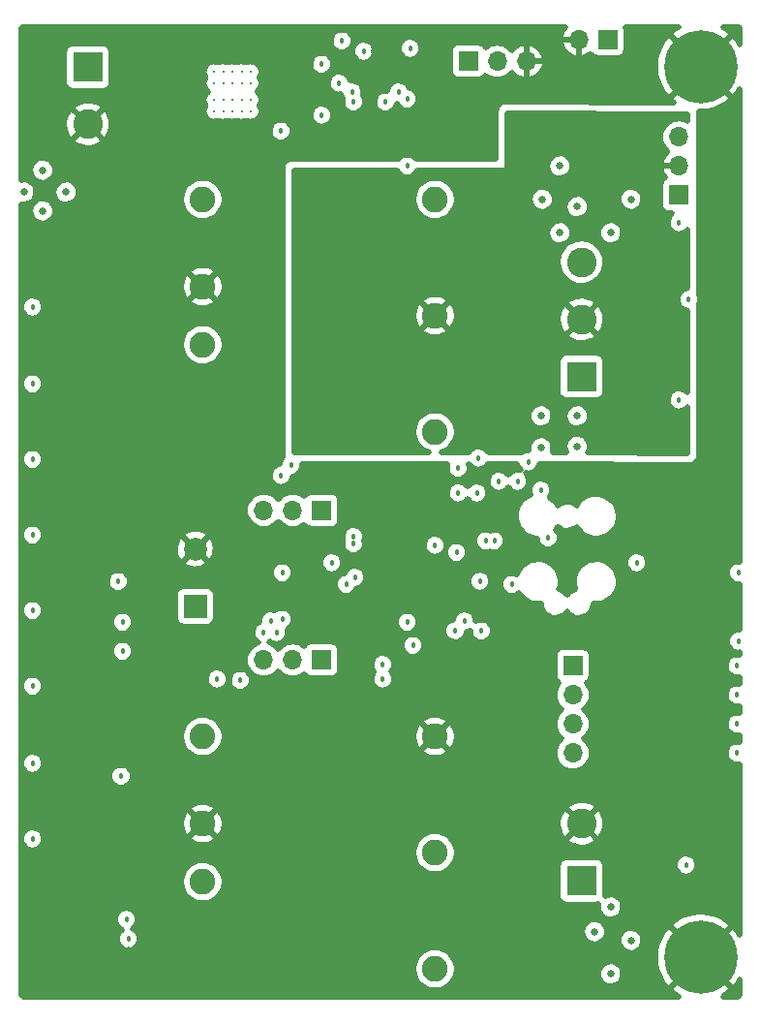
<source format=gbr>
G04 #@! TF.GenerationSoftware,KiCad,Pcbnew,(5.99.0-73-g24ea8f970)*
G04 #@! TF.CreationDate,2019-09-05T16:17:24-04:00*
G04 #@! TF.ProjectId,udoo-power,75646f6f-2d70-46f7-9765-722e6b696361,rev?*
G04 #@! TF.SameCoordinates,Original*
G04 #@! TF.FileFunction,Copper,L3,Inr*
G04 #@! TF.FilePolarity,Positive*
%FSLAX46Y46*%
G04 Gerber Fmt 4.6, Leading zero omitted, Abs format (unit mm)*
G04 Created by KiCad (PCBNEW (5.99.0-73-g24ea8f970)) date 2019-09-05 16:17:24*
%MOMM*%
%LPD*%
G04 APERTURE LIST*
%ADD10C,0.800000*%
%ADD11C,6.400000*%
%ADD12C,2.250000*%
%ADD13O,1.700000X1.700000*%
%ADD14R,1.700000X1.700000*%
%ADD15C,0.300000*%
%ADD16C,2.600000*%
%ADD17R,2.600000X2.600000*%
%ADD18C,2.000000*%
%ADD19R,2.000000X2.000000*%
%ADD20C,0.457200*%
%ADD21C,0.635000*%
%ADD22C,0.508000*%
G04 APERTURE END LIST*
D10*
X148001056Y-126763444D03*
X146304000Y-126060500D03*
X144606944Y-126763444D03*
X143904000Y-128460500D03*
X144606944Y-130157556D03*
X146304000Y-130860500D03*
X148001056Y-130157556D03*
X148704000Y-128460500D03*
D11*
X146304000Y-128460500D03*
D10*
X148001056Y-48912444D03*
X146304000Y-48209500D03*
X144606944Y-48912444D03*
X143904000Y-50609500D03*
X144606944Y-52306556D03*
X146304000Y-53009500D03*
X148001056Y-52306556D03*
X148704000Y-50609500D03*
D11*
X146304000Y-50609500D03*
D12*
X123063000Y-72390000D03*
X123063000Y-82550000D03*
X123063000Y-62230000D03*
X102743000Y-74930000D03*
X102743000Y-69850000D03*
X102743000Y-62230000D03*
D13*
X135636000Y-48260000D03*
D14*
X138176000Y-48260000D03*
D12*
X123063000Y-119329200D03*
X123063000Y-129489200D03*
X123063000Y-109169200D03*
X102743000Y-121869200D03*
X102743000Y-116789200D03*
X102743000Y-109169200D03*
D13*
X144399000Y-56769000D03*
X144399000Y-59309000D03*
D14*
X144399000Y-61849000D03*
D15*
X105359000Y-53526600D03*
X106959000Y-54526600D03*
X103759000Y-53526600D03*
X104559000Y-54526600D03*
X106959000Y-53526600D03*
X103759000Y-54526600D03*
X105359000Y-54526600D03*
X106159000Y-53526600D03*
X104559000Y-53526600D03*
X106159000Y-54526600D03*
X106959000Y-51086600D03*
X106959000Y-52086600D03*
X106159000Y-51086600D03*
X106159000Y-52086600D03*
X105359000Y-51086600D03*
X105359000Y-52086600D03*
X104559000Y-51086600D03*
X104559000Y-52086600D03*
X103759000Y-51086600D03*
X103759000Y-52086600D03*
D13*
X135128000Y-110617000D03*
X135128000Y-108077000D03*
X135128000Y-105537000D03*
D14*
X135128000Y-102997000D03*
D16*
X135890000Y-116793000D03*
D17*
X135890000Y-121793000D03*
D16*
X135890000Y-67724000D03*
X135890000Y-72724000D03*
D17*
X135890000Y-77724000D03*
D16*
X92710000Y-55673000D03*
D17*
X92710000Y-50673000D03*
D13*
X108077000Y-89408000D03*
X110617000Y-89408000D03*
D14*
X113157000Y-89408000D03*
D18*
X102108000Y-92790000D03*
D19*
X102108000Y-97790000D03*
D13*
X108077000Y-102489000D03*
X110617000Y-102489000D03*
D14*
X113157000Y-102489000D03*
X125984000Y-50165000D03*
D13*
X128524000Y-50165000D03*
X131064000Y-50165000D03*
D20*
X144602200Y-69850000D03*
D21*
X149580600Y-69672200D03*
X146304000Y-74803000D03*
X97536000Y-88950800D03*
X95656400Y-89001600D03*
D20*
X97688400Y-109296200D03*
X145262600Y-70967600D03*
X110490000Y-85471000D03*
X109601000Y-86360000D03*
X124826223Y-99934223D03*
X125641090Y-99072255D03*
X131229090Y-85169762D03*
X99568000Y-86741000D03*
D21*
X133985000Y-65151000D03*
X138430000Y-65151000D03*
X135509000Y-62865000D03*
X87122000Y-61595000D03*
X88773000Y-59690000D03*
D20*
X120650000Y-59309000D03*
X116840000Y-49276000D03*
X119343462Y-51344538D03*
X120650000Y-53467000D03*
X126873000Y-84836000D03*
X125222000Y-97917000D03*
X127000000Y-95598998D03*
X134620000Y-98204090D03*
X129794000Y-95885000D03*
X144526000Y-100838000D03*
X140716000Y-93980000D03*
X149606000Y-94869000D03*
X149606000Y-100838000D03*
X140208000Y-87630000D03*
X144399000Y-87249000D03*
X149606000Y-87757000D03*
D21*
X88773000Y-68961000D03*
X88773000Y-64516000D03*
X90932000Y-66675000D03*
X87122000Y-66675000D03*
X90805000Y-61595000D03*
X88773000Y-63246000D03*
D20*
X95618311Y-112649000D03*
X96076878Y-125144096D03*
X95758000Y-101727000D03*
X104013000Y-104140000D03*
X106045000Y-104267000D03*
X118491000Y-104140000D03*
X118491000Y-102870000D03*
X122123219Y-98806009D03*
X115951000Y-91694000D03*
X110998000Y-93179910D03*
X95758000Y-99187000D03*
X115951000Y-92329000D03*
X123063000Y-92456000D03*
X95377000Y-95631000D03*
X108077000Y-100076000D03*
X109220000Y-100076000D03*
X124968000Y-93091000D03*
X116078000Y-95250000D03*
X128270000Y-92075000D03*
X127508000Y-92075000D03*
X113157000Y-50419000D03*
X113157000Y-54864000D03*
X121069090Y-90932000D03*
X122135910Y-88773000D03*
X132334000Y-87630000D03*
X119888000Y-52832000D03*
X144399000Y-77216000D03*
X144399000Y-64262000D03*
X144399000Y-79756000D03*
X145034000Y-120396000D03*
D21*
X136271000Y-61722000D03*
X138430000Y-59309000D03*
X140208000Y-62230000D03*
X132461000Y-62230000D03*
X133985000Y-59309000D03*
X136779000Y-83820000D03*
X136779000Y-81153000D03*
X135509000Y-83820000D03*
X135509000Y-81153000D03*
X132334000Y-83947000D03*
X132334000Y-81153000D03*
D20*
X130302000Y-86868000D03*
X128651000Y-86868000D03*
X148844000Y-121666000D03*
D21*
X137033000Y-126238000D03*
X138430000Y-129921000D03*
X140208000Y-127000000D03*
X138430000Y-124079000D03*
X133985000Y-129921000D03*
X135890000Y-127635000D03*
X131953000Y-127000000D03*
X133985000Y-124079000D03*
D20*
X125095000Y-85725000D03*
X125095000Y-87884000D03*
X126746000Y-87884000D03*
X129667000Y-88773000D03*
X132969000Y-91821000D03*
X136398000Y-92456000D03*
X133096000Y-93345000D03*
X130175000Y-102108000D03*
X130175000Y-98806000D03*
X127127000Y-99949000D03*
X121158000Y-101219000D03*
X116840000Y-101219000D03*
X117856000Y-97790000D03*
X120650000Y-99187000D03*
X116840000Y-94234000D03*
X114046000Y-93980000D03*
X115316000Y-95885000D03*
X101219000Y-105918000D03*
X107442000Y-96012000D03*
X109728000Y-98933000D03*
X109728000Y-94869000D03*
X109728000Y-96901000D03*
X108712000Y-99060000D03*
X99822000Y-83693000D03*
X96266000Y-126873000D03*
X109601000Y-56261000D03*
X120904000Y-49022000D03*
X114935000Y-48387000D03*
X114681000Y-52070000D03*
X87884000Y-118110000D03*
X87884000Y-111506000D03*
X87884000Y-104775000D03*
X87884000Y-98171000D03*
X87884000Y-91567000D03*
X87884000Y-84963000D03*
X87884000Y-78359000D03*
X87884000Y-71628000D03*
X96266000Y-127762000D03*
X96266000Y-129540000D03*
X87503000Y-129540000D03*
X87503000Y-127508000D03*
X87503000Y-126873000D03*
X87503000Y-126238000D03*
X87503000Y-125603000D03*
X90551000Y-122174000D03*
X115824000Y-52832000D03*
X118745000Y-53721000D03*
X115951000Y-53721000D03*
X119126000Y-56504227D03*
X119253000Y-48387000D03*
X117602000Y-49276000D03*
X149479000Y-110617000D03*
X149479000Y-108077000D03*
X149479000Y-105537000D03*
X149479000Y-102997000D03*
D22*
G36*
X134397189Y-47220513D02*
G01*
X134235504Y-47451423D01*
X134116373Y-47706902D01*
X133968438Y-48259000D01*
X135637000Y-48259000D01*
X135637000Y-49927562D01*
X136189099Y-49779627D01*
X136444576Y-49660496D01*
X136664998Y-49506155D01*
X136829292Y-49701953D01*
X137061707Y-49836138D01*
X137303865Y-49878837D01*
X139059308Y-49878837D01*
X139403578Y-49786590D01*
X139617953Y-49606708D01*
X139752138Y-49374293D01*
X139794837Y-49132135D01*
X139794837Y-47376692D01*
X139733832Y-47149020D01*
X144375728Y-47149020D01*
X144143724Y-47282967D01*
X143807841Y-47527001D01*
X143500050Y-47804137D01*
X146304000Y-50608086D01*
X149107950Y-47804137D01*
X148800159Y-47527001D01*
X148464276Y-47282967D01*
X148232272Y-47149020D01*
X149409768Y-47149020D01*
X149421112Y-47150243D01*
X149548755Y-47163209D01*
X149596164Y-47178066D01*
X149639622Y-47202155D01*
X149677347Y-47234489D01*
X149707799Y-47273748D01*
X149729733Y-47318324D01*
X149744642Y-47375559D01*
X149752738Y-47480775D01*
X149754321Y-47487886D01*
X149754321Y-48663632D01*
X149630533Y-48449224D01*
X149386499Y-48113341D01*
X149109363Y-47805550D01*
X146305414Y-50609500D01*
X149109363Y-53413450D01*
X149386499Y-53105659D01*
X149630533Y-52769776D01*
X149754321Y-52555369D01*
X149754320Y-93890518D01*
X149612979Y-93869269D01*
X149332108Y-93907494D01*
X149073254Y-94023014D01*
X148857228Y-94206542D01*
X148701394Y-94443325D01*
X148618282Y-94714328D01*
X148614571Y-94997764D01*
X148690562Y-95270849D01*
X148840143Y-95511630D01*
X149051291Y-95700751D01*
X149307033Y-95823007D01*
X149586808Y-95868571D01*
X149754320Y-95847854D01*
X149754320Y-99859518D01*
X149612979Y-99838269D01*
X149332108Y-99876494D01*
X149073254Y-99992014D01*
X148857228Y-100175542D01*
X148701394Y-100412325D01*
X148618282Y-100683328D01*
X148614571Y-100966764D01*
X148690562Y-101239849D01*
X148840143Y-101480630D01*
X149051291Y-101669751D01*
X149307033Y-101792007D01*
X149586808Y-101837571D01*
X149754320Y-101816854D01*
X149754320Y-102037611D01*
X149485979Y-101997269D01*
X149205108Y-102035494D01*
X148946254Y-102151014D01*
X148730228Y-102334542D01*
X148574394Y-102571325D01*
X148491282Y-102842328D01*
X148487571Y-103125764D01*
X148563562Y-103398849D01*
X148713143Y-103639630D01*
X148924291Y-103828751D01*
X149180033Y-103951007D01*
X149459808Y-103996571D01*
X149741124Y-103961780D01*
X149754320Y-103956083D01*
X149754320Y-104577611D01*
X149485979Y-104537269D01*
X149205108Y-104575494D01*
X148946254Y-104691014D01*
X148730228Y-104874542D01*
X148574394Y-105111325D01*
X148491282Y-105382328D01*
X148487571Y-105665764D01*
X148563562Y-105938849D01*
X148713143Y-106179630D01*
X148924291Y-106368751D01*
X149180033Y-106491007D01*
X149459808Y-106536571D01*
X149741124Y-106501780D01*
X149754320Y-106496083D01*
X149754320Y-107117611D01*
X149485979Y-107077269D01*
X149205108Y-107115494D01*
X148946254Y-107231014D01*
X148730228Y-107414542D01*
X148574394Y-107651325D01*
X148491282Y-107922328D01*
X148487571Y-108205764D01*
X148563562Y-108478849D01*
X148713143Y-108719630D01*
X148924291Y-108908751D01*
X149180033Y-109031007D01*
X149459808Y-109076571D01*
X149741124Y-109041780D01*
X149754320Y-109036083D01*
X149754320Y-109657611D01*
X149485979Y-109617269D01*
X149205108Y-109655494D01*
X148946254Y-109771014D01*
X148730228Y-109954542D01*
X148574394Y-110191325D01*
X148491282Y-110462328D01*
X148487571Y-110745764D01*
X148563562Y-111018849D01*
X148713143Y-111259630D01*
X148924291Y-111448751D01*
X149180033Y-111571007D01*
X149459808Y-111616571D01*
X149741124Y-111581780D01*
X149754320Y-111576083D01*
X149754320Y-126514630D01*
X149630533Y-126300224D01*
X149386499Y-125964341D01*
X149109363Y-125656550D01*
X146305414Y-128460500D01*
X149109363Y-131264450D01*
X149386499Y-130956659D01*
X149630533Y-130620776D01*
X149754320Y-130406370D01*
X149754320Y-131566269D01*
X149753097Y-131577613D01*
X149740131Y-131705252D01*
X149725272Y-131752666D01*
X149701187Y-131796118D01*
X149668848Y-131833848D01*
X149629589Y-131864300D01*
X149585013Y-131886235D01*
X149527785Y-131901141D01*
X149422564Y-131909238D01*
X149415457Y-131910820D01*
X148249870Y-131910820D01*
X148464276Y-131787033D01*
X148800159Y-131542999D01*
X149107950Y-131265863D01*
X146304000Y-128461914D01*
X143500050Y-131265863D01*
X143807841Y-131542999D01*
X144143724Y-131787033D01*
X144358130Y-131910820D01*
X87211551Y-131910820D01*
X87200207Y-131909597D01*
X87072568Y-131896631D01*
X87025154Y-131881772D01*
X86981702Y-131857687D01*
X86943972Y-131825348D01*
X86913520Y-131786089D01*
X86891585Y-131741513D01*
X86876679Y-131684285D01*
X86868582Y-131579064D01*
X86867000Y-131571957D01*
X86867000Y-129340769D01*
X121177001Y-129340769D01*
X121177001Y-129637631D01*
X121223440Y-129930839D01*
X121315176Y-130213173D01*
X121449949Y-130477679D01*
X121624440Y-130717846D01*
X121834354Y-130927760D01*
X122074521Y-131102251D01*
X122339027Y-131237024D01*
X122621361Y-131328760D01*
X122914569Y-131375199D01*
X123211431Y-131375199D01*
X123504639Y-131328760D01*
X123786973Y-131237024D01*
X124051479Y-131102251D01*
X124291646Y-130927760D01*
X124501560Y-130717846D01*
X124676051Y-130477679D01*
X124810824Y-130213173D01*
X124902560Y-129930839D01*
X124905923Y-129909600D01*
X137341436Y-129909600D01*
X137378471Y-130202757D01*
X137492975Y-130475154D01*
X137676516Y-130706726D01*
X137915571Y-130880408D01*
X138192525Y-130983406D01*
X138486975Y-131008132D01*
X138777226Y-130952763D01*
X139041897Y-130821380D01*
X139261486Y-130623661D01*
X139419816Y-130374174D01*
X139505611Y-130090006D01*
X139508915Y-129774558D01*
X139429089Y-129488655D01*
X139276019Y-129235907D01*
X139060619Y-129033633D01*
X138798758Y-128896735D01*
X138509730Y-128835300D01*
X138214826Y-128853853D01*
X137935775Y-128951029D01*
X137693137Y-129119667D01*
X137504787Y-129347343D01*
X137384602Y-129617284D01*
X137341436Y-129909600D01*
X124905923Y-129909600D01*
X124948999Y-129637631D01*
X124948999Y-129340769D01*
X124902560Y-129047561D01*
X124810824Y-128765227D01*
X124676051Y-128500721D01*
X124501560Y-128260554D01*
X124493919Y-128252913D01*
X142343001Y-128252913D01*
X142343001Y-128668087D01*
X142386398Y-129080987D01*
X142472717Y-129487089D01*
X142601014Y-129881944D01*
X142769880Y-130261224D01*
X142977467Y-130620776D01*
X143221501Y-130956659D01*
X143498637Y-131264450D01*
X146302586Y-128460500D01*
X143498637Y-125656550D01*
X143221501Y-125964341D01*
X142977467Y-126300224D01*
X142769880Y-126659776D01*
X142601014Y-127039056D01*
X142472717Y-127433911D01*
X142386398Y-127840013D01*
X142343001Y-128252913D01*
X124493919Y-128252913D01*
X124291646Y-128050640D01*
X124051479Y-127876149D01*
X123786973Y-127741376D01*
X123504639Y-127649640D01*
X123211431Y-127603201D01*
X122914569Y-127603201D01*
X122621361Y-127649640D01*
X122339027Y-127741376D01*
X122074521Y-127876149D01*
X121834354Y-128050640D01*
X121624440Y-128260554D01*
X121449949Y-128500721D01*
X121315176Y-128765227D01*
X121223440Y-129047561D01*
X121177001Y-129340769D01*
X86867000Y-129340769D01*
X86867000Y-125272860D01*
X95085449Y-125272860D01*
X95161440Y-125545945D01*
X95311021Y-125786726D01*
X95522169Y-125975847D01*
X95695787Y-126058844D01*
X95517228Y-126210542D01*
X95361394Y-126447325D01*
X95278282Y-126718328D01*
X95274571Y-127001764D01*
X95350562Y-127274849D01*
X95500143Y-127515630D01*
X95711291Y-127704751D01*
X95967033Y-127827007D01*
X96246808Y-127872571D01*
X96528124Y-127837780D01*
X96788371Y-127725432D01*
X97006624Y-127544556D01*
X97165338Y-127309695D01*
X97252236Y-127038224D01*
X97256223Y-126733649D01*
X97176461Y-126459996D01*
X97027485Y-126226600D01*
X135944436Y-126226600D01*
X135981471Y-126519757D01*
X136095975Y-126792154D01*
X136279516Y-127023726D01*
X136518571Y-127197408D01*
X136795525Y-127300406D01*
X137089975Y-127325132D01*
X137380226Y-127269763D01*
X137644897Y-127138380D01*
X137811244Y-126988600D01*
X139119436Y-126988600D01*
X139156471Y-127281757D01*
X139270975Y-127554154D01*
X139454516Y-127785726D01*
X139693571Y-127959408D01*
X139970525Y-128062406D01*
X140264975Y-128087132D01*
X140555226Y-128031763D01*
X140819897Y-127900380D01*
X141039486Y-127702661D01*
X141197816Y-127453174D01*
X141283611Y-127169006D01*
X141286915Y-126853558D01*
X141207089Y-126567655D01*
X141054019Y-126314907D01*
X140838619Y-126112633D01*
X140576758Y-125975735D01*
X140287730Y-125914300D01*
X139992826Y-125932853D01*
X139713775Y-126030029D01*
X139471137Y-126198667D01*
X139282787Y-126426343D01*
X139162602Y-126696284D01*
X139119436Y-126988600D01*
X137811244Y-126988600D01*
X137864486Y-126940661D01*
X138022816Y-126691174D01*
X138108611Y-126407006D01*
X138111915Y-126091558D01*
X138032089Y-125805655D01*
X137940932Y-125655137D01*
X143500050Y-125655137D01*
X146304000Y-128459086D01*
X149107950Y-125655137D01*
X148800159Y-125378001D01*
X148464276Y-125133967D01*
X148104724Y-124926380D01*
X147725444Y-124757514D01*
X147330589Y-124629217D01*
X146924487Y-124542898D01*
X146511587Y-124499501D01*
X146096413Y-124499501D01*
X145683513Y-124542898D01*
X145277411Y-124629217D01*
X144882556Y-124757514D01*
X144503276Y-124926380D01*
X144143724Y-125133967D01*
X143807841Y-125378001D01*
X143500050Y-125655137D01*
X137940932Y-125655137D01*
X137879019Y-125552907D01*
X137663619Y-125350633D01*
X137401758Y-125213735D01*
X137112730Y-125152300D01*
X136817826Y-125170853D01*
X136538775Y-125268029D01*
X136296137Y-125436667D01*
X136107787Y-125664343D01*
X135987602Y-125934284D01*
X135944436Y-126226600D01*
X97027485Y-126226600D01*
X97023949Y-126221061D01*
X96810505Y-126034534D01*
X96645563Y-125958145D01*
X96817502Y-125815652D01*
X96976216Y-125580791D01*
X97063114Y-125309320D01*
X97067101Y-125004745D01*
X96987339Y-124731092D01*
X96834827Y-124492157D01*
X96621383Y-124305630D01*
X96364168Y-124186507D01*
X96083857Y-124144365D01*
X95802986Y-124182590D01*
X95544132Y-124298110D01*
X95328106Y-124481638D01*
X95172272Y-124718421D01*
X95089160Y-124989424D01*
X95085449Y-125272860D01*
X86867000Y-125272860D01*
X86867000Y-121720769D01*
X100857001Y-121720769D01*
X100857001Y-122017631D01*
X100903440Y-122310839D01*
X100995176Y-122593173D01*
X101129949Y-122857679D01*
X101304440Y-123097846D01*
X101514354Y-123307760D01*
X101754521Y-123482251D01*
X102019027Y-123617024D01*
X102301361Y-123708760D01*
X102594569Y-123755199D01*
X102891431Y-123755199D01*
X103184639Y-123708760D01*
X103466973Y-123617024D01*
X103731479Y-123482251D01*
X103971646Y-123307760D01*
X104181560Y-123097846D01*
X104356051Y-122857679D01*
X104490824Y-122593173D01*
X104582560Y-122310839D01*
X104628999Y-122017631D01*
X104628999Y-121720769D01*
X104582560Y-121427561D01*
X104490824Y-121145227D01*
X104356051Y-120880721D01*
X104181560Y-120640554D01*
X103971646Y-120430640D01*
X103731479Y-120256149D01*
X103466973Y-120121376D01*
X103184639Y-120029640D01*
X102891431Y-119983201D01*
X102594569Y-119983201D01*
X102301361Y-120029640D01*
X102019027Y-120121376D01*
X101754521Y-120256149D01*
X101514354Y-120430640D01*
X101304440Y-120640554D01*
X101129949Y-120880721D01*
X100995176Y-121145227D01*
X100903440Y-121427561D01*
X100857001Y-121720769D01*
X86867000Y-121720769D01*
X86867000Y-119180769D01*
X121177001Y-119180769D01*
X121177001Y-119477631D01*
X121223440Y-119770839D01*
X121315176Y-120053173D01*
X121449949Y-120317679D01*
X121624440Y-120557846D01*
X121834354Y-120767760D01*
X122074521Y-120942251D01*
X122339027Y-121077024D01*
X122621361Y-121168760D01*
X122914569Y-121215199D01*
X123211431Y-121215199D01*
X123504639Y-121168760D01*
X123786973Y-121077024D01*
X124051479Y-120942251D01*
X124291646Y-120767760D01*
X124501560Y-120557846D01*
X124564755Y-120470865D01*
X133821163Y-120470865D01*
X133821163Y-123126308D01*
X133913410Y-123470578D01*
X134093292Y-123684953D01*
X134325707Y-123819138D01*
X134567865Y-123861837D01*
X137223308Y-123861837D01*
X137377939Y-123820404D01*
X137341436Y-124067600D01*
X137378471Y-124360757D01*
X137492975Y-124633154D01*
X137676516Y-124864726D01*
X137915571Y-125038408D01*
X138192525Y-125141406D01*
X138486975Y-125166132D01*
X138777226Y-125110763D01*
X139041897Y-124979380D01*
X139261486Y-124781661D01*
X139419816Y-124532174D01*
X139505611Y-124248006D01*
X139508915Y-123932558D01*
X139429089Y-123646655D01*
X139276019Y-123393907D01*
X139060619Y-123191633D01*
X138798758Y-123054735D01*
X138509730Y-122993300D01*
X138214826Y-123011853D01*
X137958837Y-123100998D01*
X137958837Y-120524764D01*
X144042571Y-120524764D01*
X144118562Y-120797849D01*
X144268143Y-121038630D01*
X144479291Y-121227751D01*
X144735033Y-121350007D01*
X145014808Y-121395571D01*
X145296124Y-121360780D01*
X145556371Y-121248432D01*
X145774624Y-121067556D01*
X145933338Y-120832695D01*
X146020236Y-120561224D01*
X146024223Y-120256649D01*
X145944461Y-119982996D01*
X145791949Y-119744061D01*
X145578505Y-119557534D01*
X145321290Y-119438411D01*
X145040979Y-119396269D01*
X144760108Y-119434494D01*
X144501254Y-119550014D01*
X144285228Y-119733542D01*
X144129394Y-119970325D01*
X144046282Y-120241328D01*
X144042571Y-120524764D01*
X137958837Y-120524764D01*
X137958837Y-120459692D01*
X137866590Y-120115424D01*
X137686708Y-119901047D01*
X137454293Y-119766862D01*
X137212135Y-119724163D01*
X134556692Y-119724163D01*
X134212424Y-119816410D01*
X133998047Y-119996292D01*
X133863862Y-120228707D01*
X133821163Y-120470865D01*
X124564755Y-120470865D01*
X124676051Y-120317679D01*
X124810824Y-120053173D01*
X124902560Y-119770839D01*
X124948999Y-119477631D01*
X124948999Y-119180769D01*
X124902560Y-118887561D01*
X124810824Y-118605227D01*
X124676051Y-118340721D01*
X124614113Y-118255470D01*
X134428944Y-118255470D01*
X134666449Y-118458668D01*
X134926088Y-118621222D01*
X135206904Y-118743616D01*
X135502727Y-118823159D01*
X135807057Y-118858101D01*
X136113209Y-118847678D01*
X136414459Y-118792117D01*
X136704186Y-118692638D01*
X136976027Y-118551428D01*
X137364959Y-118269373D01*
X135890000Y-116794414D01*
X134428944Y-118255470D01*
X124614113Y-118255470D01*
X124501560Y-118100554D01*
X124291646Y-117890640D01*
X124051479Y-117716149D01*
X123786973Y-117581376D01*
X123504639Y-117489640D01*
X123211431Y-117443201D01*
X122914569Y-117443201D01*
X122621361Y-117489640D01*
X122339027Y-117581376D01*
X122074521Y-117716149D01*
X121834354Y-117890640D01*
X121624440Y-118100554D01*
X121449949Y-118340721D01*
X121315176Y-118605227D01*
X121223440Y-118887561D01*
X121177001Y-119180769D01*
X86867000Y-119180769D01*
X86867000Y-118238764D01*
X86892571Y-118238764D01*
X86968562Y-118511849D01*
X87118143Y-118752630D01*
X87329291Y-118941751D01*
X87585033Y-119064007D01*
X87864808Y-119109571D01*
X88146124Y-119074780D01*
X88406371Y-118962432D01*
X88624624Y-118781556D01*
X88783338Y-118546695D01*
X88870236Y-118275224D01*
X88872005Y-118140023D01*
X101393591Y-118140023D01*
X101754521Y-118402251D01*
X102019027Y-118537024D01*
X102301361Y-118628760D01*
X102594569Y-118675199D01*
X102891431Y-118675199D01*
X103184639Y-118628760D01*
X103466973Y-118537024D01*
X103731479Y-118402251D01*
X104092409Y-118140023D01*
X102743000Y-116790614D01*
X101393591Y-118140023D01*
X88872005Y-118140023D01*
X88874223Y-117970649D01*
X88794461Y-117696996D01*
X88641949Y-117458061D01*
X88428505Y-117271534D01*
X88171290Y-117152411D01*
X87890979Y-117110269D01*
X87610108Y-117148494D01*
X87351254Y-117264014D01*
X87135228Y-117447542D01*
X86979394Y-117684325D01*
X86896282Y-117955328D01*
X86892571Y-118238764D01*
X86867000Y-118238764D01*
X86867000Y-116640769D01*
X100857001Y-116640769D01*
X100857001Y-116937631D01*
X100903440Y-117230839D01*
X100995176Y-117513173D01*
X101129949Y-117777679D01*
X101392177Y-118138609D01*
X102741586Y-116789200D01*
X102744414Y-116789200D01*
X104093823Y-118138609D01*
X104356051Y-117777679D01*
X104490824Y-117513173D01*
X104582560Y-117230839D01*
X104628999Y-116937631D01*
X104628999Y-116890358D01*
X133825528Y-116890358D01*
X133862595Y-117194437D01*
X133944200Y-117489697D01*
X134068551Y-117769652D01*
X134232921Y-118028160D01*
X134428303Y-118253283D01*
X135888586Y-116793000D01*
X135891414Y-116793000D01*
X137362158Y-118263744D01*
X137627255Y-117912584D01*
X137773658Y-117643505D01*
X137878680Y-117355740D01*
X137940682Y-117052347D01*
X137951706Y-116644931D01*
X137906202Y-116338629D01*
X137816895Y-116045607D01*
X137685259Y-115769003D01*
X137375506Y-115308908D01*
X135891414Y-116793000D01*
X135888586Y-116793000D01*
X134417821Y-115322235D01*
X134420649Y-115322235D01*
X135890000Y-116791586D01*
X137354519Y-115327067D01*
X137069532Y-115095877D01*
X136805725Y-114940172D01*
X136521801Y-114825171D01*
X136223997Y-114753399D01*
X135918856Y-114726435D01*
X135613082Y-114744869D01*
X135313391Y-114808297D01*
X135026366Y-114915326D01*
X134758315Y-115063604D01*
X134420649Y-115322235D01*
X134417821Y-115322235D01*
X134411953Y-115316367D01*
X134124033Y-115719276D01*
X133984723Y-115992097D01*
X133887271Y-116282511D01*
X133833814Y-116584140D01*
X133825528Y-116890358D01*
X104628999Y-116890358D01*
X104628999Y-116640769D01*
X104582560Y-116347561D01*
X104490824Y-116065227D01*
X104356051Y-115800721D01*
X104093823Y-115439791D01*
X102744414Y-116789200D01*
X102741586Y-116789200D01*
X101392177Y-115439791D01*
X101129949Y-115800721D01*
X100995176Y-116065227D01*
X100903440Y-116347561D01*
X100857001Y-116640769D01*
X86867000Y-116640769D01*
X86867000Y-115438377D01*
X101393591Y-115438377D01*
X102743000Y-116787786D01*
X104092409Y-115438377D01*
X103731479Y-115176149D01*
X103466973Y-115041376D01*
X103184639Y-114949640D01*
X102891431Y-114903201D01*
X102594569Y-114903201D01*
X102301361Y-114949640D01*
X102019027Y-115041376D01*
X101754521Y-115176149D01*
X101393591Y-115438377D01*
X86867000Y-115438377D01*
X86867000Y-112777764D01*
X94626882Y-112777764D01*
X94702873Y-113050849D01*
X94852454Y-113291630D01*
X95063602Y-113480751D01*
X95319344Y-113603007D01*
X95599119Y-113648571D01*
X95880435Y-113613780D01*
X96140682Y-113501432D01*
X96358935Y-113320556D01*
X96517649Y-113085695D01*
X96604547Y-112814224D01*
X96608534Y-112509649D01*
X96528772Y-112235996D01*
X96376260Y-111997061D01*
X96162816Y-111810534D01*
X95905601Y-111691411D01*
X95625290Y-111649269D01*
X95344419Y-111687494D01*
X95085565Y-111803014D01*
X94869539Y-111986542D01*
X94713705Y-112223325D01*
X94630593Y-112494328D01*
X94626882Y-112777764D01*
X86867000Y-112777764D01*
X86867000Y-111634764D01*
X86892571Y-111634764D01*
X86968562Y-111907849D01*
X87118143Y-112148630D01*
X87329291Y-112337751D01*
X87585033Y-112460007D01*
X87864808Y-112505571D01*
X88146124Y-112470780D01*
X88406371Y-112358432D01*
X88624624Y-112177556D01*
X88783338Y-111942695D01*
X88870236Y-111671224D01*
X88874223Y-111366649D01*
X88794461Y-111092996D01*
X88641949Y-110854061D01*
X88428505Y-110667534D01*
X88171290Y-110548411D01*
X87890979Y-110506269D01*
X87610108Y-110544494D01*
X87351254Y-110660014D01*
X87135228Y-110843542D01*
X86979394Y-111080325D01*
X86896282Y-111351328D01*
X86892571Y-111634764D01*
X86867000Y-111634764D01*
X86867000Y-109020769D01*
X100857001Y-109020769D01*
X100857001Y-109317631D01*
X100903440Y-109610839D01*
X100995176Y-109893173D01*
X101129949Y-110157679D01*
X101304440Y-110397846D01*
X101514354Y-110607760D01*
X101754521Y-110782251D01*
X102019027Y-110917024D01*
X102301361Y-111008760D01*
X102594569Y-111055199D01*
X102891431Y-111055199D01*
X103184639Y-111008760D01*
X103466973Y-110917024D01*
X103731479Y-110782251D01*
X103971646Y-110607760D01*
X104059383Y-110520023D01*
X121713591Y-110520023D01*
X122074521Y-110782251D01*
X122339027Y-110917024D01*
X122621361Y-111008760D01*
X122914569Y-111055199D01*
X123211431Y-111055199D01*
X123504639Y-111008760D01*
X123786973Y-110917024D01*
X124051479Y-110782251D01*
X124412409Y-110520023D01*
X123063000Y-109170614D01*
X121713591Y-110520023D01*
X104059383Y-110520023D01*
X104181560Y-110397846D01*
X104356051Y-110157679D01*
X104490824Y-109893173D01*
X104582560Y-109610839D01*
X104628999Y-109317631D01*
X104628999Y-109020769D01*
X121177001Y-109020769D01*
X121177001Y-109317631D01*
X121223440Y-109610839D01*
X121315176Y-109893173D01*
X121449949Y-110157679D01*
X121712177Y-110518609D01*
X123061586Y-109169200D01*
X123064414Y-109169200D01*
X124413823Y-110518609D01*
X124676051Y-110157679D01*
X124810824Y-109893173D01*
X124902560Y-109610839D01*
X124948999Y-109317631D01*
X124948999Y-109020769D01*
X124902560Y-108727561D01*
X124810824Y-108445227D01*
X124676051Y-108180721D01*
X124413823Y-107819791D01*
X123064414Y-109169200D01*
X123061586Y-109169200D01*
X121712177Y-107819791D01*
X121449949Y-108180721D01*
X121315176Y-108445227D01*
X121223440Y-108727561D01*
X121177001Y-109020769D01*
X104628999Y-109020769D01*
X104582560Y-108727561D01*
X104490824Y-108445227D01*
X104356051Y-108180721D01*
X104181560Y-107940554D01*
X104059383Y-107818377D01*
X121713591Y-107818377D01*
X123063000Y-109167786D01*
X124412409Y-107818377D01*
X124051479Y-107556149D01*
X123786973Y-107421376D01*
X123504639Y-107329640D01*
X123211431Y-107283201D01*
X122914569Y-107283201D01*
X122621361Y-107329640D01*
X122339027Y-107421376D01*
X122074521Y-107556149D01*
X121713591Y-107818377D01*
X104059383Y-107818377D01*
X103971646Y-107730640D01*
X103731479Y-107556149D01*
X103466973Y-107421376D01*
X103184639Y-107329640D01*
X102891431Y-107283201D01*
X102594569Y-107283201D01*
X102301361Y-107329640D01*
X102019027Y-107421376D01*
X101754521Y-107556149D01*
X101514354Y-107730640D01*
X101304440Y-107940554D01*
X101129949Y-108180721D01*
X100995176Y-108445227D01*
X100903440Y-108727561D01*
X100857001Y-109020769D01*
X86867000Y-109020769D01*
X86867000Y-104903764D01*
X86892571Y-104903764D01*
X86968562Y-105176849D01*
X87118143Y-105417630D01*
X87329291Y-105606751D01*
X87585033Y-105729007D01*
X87864808Y-105774571D01*
X88146124Y-105739780D01*
X88406371Y-105627432D01*
X88624624Y-105446556D01*
X88783338Y-105211695D01*
X88870236Y-104940224D01*
X88874223Y-104635649D01*
X88794461Y-104361996D01*
X88734952Y-104268764D01*
X103021571Y-104268764D01*
X103097562Y-104541849D01*
X103247143Y-104782630D01*
X103458291Y-104971751D01*
X103714033Y-105094007D01*
X103993808Y-105139571D01*
X104275124Y-105104780D01*
X104535371Y-104992432D01*
X104753624Y-104811556D01*
X104912338Y-104576695D01*
X104970254Y-104395764D01*
X105053571Y-104395764D01*
X105129562Y-104668849D01*
X105279143Y-104909630D01*
X105490291Y-105098751D01*
X105746033Y-105221007D01*
X106025808Y-105266571D01*
X106307124Y-105231780D01*
X106567371Y-105119432D01*
X106785624Y-104938556D01*
X106944338Y-104703695D01*
X107031236Y-104432224D01*
X107035223Y-104127649D01*
X106955461Y-103853996D01*
X106802949Y-103615061D01*
X106589505Y-103428534D01*
X106332290Y-103309411D01*
X106051979Y-103267269D01*
X105771108Y-103305494D01*
X105512254Y-103421014D01*
X105296228Y-103604542D01*
X105140394Y-103841325D01*
X105057282Y-104112328D01*
X105053571Y-104395764D01*
X104970254Y-104395764D01*
X104999236Y-104305224D01*
X105003223Y-104000649D01*
X104923461Y-103726996D01*
X104770949Y-103488061D01*
X104557505Y-103301534D01*
X104300290Y-103182411D01*
X104019979Y-103140269D01*
X103739108Y-103178494D01*
X103480254Y-103294014D01*
X103264228Y-103477542D01*
X103108394Y-103714325D01*
X103025282Y-103985328D01*
X103021571Y-104268764D01*
X88734952Y-104268764D01*
X88641949Y-104123061D01*
X88428505Y-103936534D01*
X88171290Y-103817411D01*
X87890979Y-103775269D01*
X87610108Y-103813494D01*
X87351254Y-103929014D01*
X87135228Y-104112542D01*
X86979394Y-104349325D01*
X86896282Y-104620328D01*
X86892571Y-104903764D01*
X86867000Y-104903764D01*
X86867000Y-101855764D01*
X94766571Y-101855764D01*
X94842562Y-102128849D01*
X94992143Y-102369630D01*
X95203291Y-102558751D01*
X95459033Y-102681007D01*
X95738808Y-102726571D01*
X96020124Y-102691780D01*
X96280371Y-102579432D01*
X96389490Y-102489000D01*
X106459847Y-102489000D01*
X106484415Y-102769816D01*
X106557373Y-103042098D01*
X106676504Y-103297576D01*
X106838188Y-103528486D01*
X107037514Y-103727812D01*
X107268424Y-103889496D01*
X107523902Y-104008627D01*
X107796184Y-104081585D01*
X108006667Y-104100000D01*
X108147333Y-104100000D01*
X108357816Y-104081585D01*
X108630098Y-104008627D01*
X108885576Y-103889496D01*
X109116486Y-103727812D01*
X109315811Y-103528487D01*
X109347000Y-103483945D01*
X109378188Y-103528486D01*
X109577514Y-103727812D01*
X109808424Y-103889496D01*
X110063902Y-104008627D01*
X110336184Y-104081585D01*
X110546667Y-104100000D01*
X110687333Y-104100000D01*
X110897816Y-104081585D01*
X111170098Y-104008627D01*
X111425576Y-103889496D01*
X111645998Y-103735155D01*
X111810292Y-103930953D01*
X112042707Y-104065138D01*
X112284865Y-104107837D01*
X114040308Y-104107837D01*
X114384578Y-104015590D01*
X114598953Y-103835708D01*
X114733138Y-103603293D01*
X114775837Y-103361135D01*
X114775837Y-102998764D01*
X117499571Y-102998764D01*
X117575562Y-103271849D01*
X117722226Y-103507934D01*
X117586394Y-103714325D01*
X117503282Y-103985328D01*
X117499571Y-104268764D01*
X117575562Y-104541849D01*
X117725143Y-104782630D01*
X117936291Y-104971751D01*
X118192033Y-105094007D01*
X118471808Y-105139571D01*
X118753124Y-105104780D01*
X119013371Y-104992432D01*
X119231624Y-104811556D01*
X119390338Y-104576695D01*
X119477236Y-104305224D01*
X119481223Y-104000649D01*
X119401461Y-103726996D01*
X119258093Y-103502387D01*
X119390338Y-103306695D01*
X119477236Y-103035224D01*
X119481223Y-102730649D01*
X119401461Y-102456996D01*
X119248949Y-102218061D01*
X119035505Y-102031534D01*
X118778290Y-101912411D01*
X118497979Y-101870269D01*
X118217108Y-101908494D01*
X117958254Y-102024014D01*
X117742228Y-102207542D01*
X117586394Y-102444325D01*
X117503282Y-102715328D01*
X117499571Y-102998764D01*
X114775837Y-102998764D01*
X114775837Y-101605692D01*
X114706725Y-101347764D01*
X120166571Y-101347764D01*
X120242562Y-101620849D01*
X120392143Y-101861630D01*
X120603291Y-102050751D01*
X120859033Y-102173007D01*
X121138808Y-102218571D01*
X121420124Y-102183780D01*
X121556596Y-102124865D01*
X133509163Y-102124865D01*
X133509163Y-103880308D01*
X133601410Y-104224578D01*
X133781292Y-104438953D01*
X133887327Y-104500172D01*
X133727504Y-104728423D01*
X133608373Y-104983902D01*
X133535415Y-105256184D01*
X133510847Y-105537000D01*
X133535415Y-105817816D01*
X133608373Y-106090098D01*
X133727504Y-106345576D01*
X133889188Y-106576486D01*
X134088514Y-106775812D01*
X134133055Y-106807000D01*
X134088514Y-106838188D01*
X133889189Y-107037513D01*
X133727504Y-107268423D01*
X133608373Y-107523902D01*
X133535415Y-107796184D01*
X133510847Y-108077000D01*
X133535415Y-108357816D01*
X133608373Y-108630098D01*
X133727504Y-108885576D01*
X133889188Y-109116486D01*
X134088514Y-109315812D01*
X134133055Y-109347000D01*
X134088514Y-109378188D01*
X133889189Y-109577513D01*
X133727504Y-109808423D01*
X133608373Y-110063902D01*
X133535415Y-110336184D01*
X133510847Y-110617000D01*
X133535415Y-110897816D01*
X133608373Y-111170098D01*
X133727504Y-111425576D01*
X133889188Y-111656486D01*
X134088514Y-111855812D01*
X134319424Y-112017496D01*
X134574902Y-112136627D01*
X134847184Y-112209585D01*
X135057667Y-112228000D01*
X135198333Y-112228000D01*
X135408816Y-112209585D01*
X135681098Y-112136627D01*
X135936576Y-112017496D01*
X136167486Y-111855812D01*
X136366811Y-111656487D01*
X136528496Y-111425577D01*
X136647627Y-111170098D01*
X136720585Y-110897816D01*
X136745153Y-110617000D01*
X136720585Y-110336184D01*
X136647627Y-110063902D01*
X136528496Y-109808424D01*
X136366812Y-109577514D01*
X136167486Y-109378188D01*
X136122945Y-109347000D01*
X136167486Y-109315812D01*
X136366811Y-109116487D01*
X136528496Y-108885577D01*
X136647627Y-108630098D01*
X136720585Y-108357816D01*
X136745153Y-108077000D01*
X136720585Y-107796184D01*
X136647627Y-107523902D01*
X136528496Y-107268424D01*
X136366812Y-107037514D01*
X136167486Y-106838188D01*
X136122945Y-106807000D01*
X136167486Y-106775812D01*
X136366811Y-106576487D01*
X136528496Y-106345577D01*
X136647627Y-106090098D01*
X136720585Y-105817816D01*
X136745153Y-105537000D01*
X136720585Y-105256184D01*
X136647627Y-104983902D01*
X136528496Y-104728424D01*
X136374155Y-104508002D01*
X136569953Y-104343708D01*
X136704138Y-104111293D01*
X136746837Y-103869135D01*
X136746837Y-102113692D01*
X136654590Y-101769424D01*
X136474708Y-101555047D01*
X136242293Y-101420862D01*
X136000135Y-101378163D01*
X134244692Y-101378163D01*
X133900424Y-101470410D01*
X133686047Y-101650292D01*
X133551862Y-101882707D01*
X133509163Y-102124865D01*
X121556596Y-102124865D01*
X121680371Y-102071432D01*
X121898624Y-101890556D01*
X122057338Y-101655695D01*
X122144236Y-101384224D01*
X122148223Y-101079649D01*
X122068461Y-100805996D01*
X121915949Y-100567061D01*
X121702505Y-100380534D01*
X121445290Y-100261411D01*
X121164979Y-100219269D01*
X120884108Y-100257494D01*
X120625254Y-100373014D01*
X120409228Y-100556542D01*
X120253394Y-100793325D01*
X120170282Y-101064328D01*
X120166571Y-101347764D01*
X114706725Y-101347764D01*
X114683590Y-101261424D01*
X114503708Y-101047047D01*
X114271293Y-100912862D01*
X114029135Y-100870163D01*
X112273692Y-100870163D01*
X111929424Y-100962410D01*
X111715047Y-101142292D01*
X111653828Y-101248327D01*
X111425576Y-101088504D01*
X111170098Y-100969373D01*
X110897816Y-100896415D01*
X110687333Y-100878000D01*
X110546667Y-100878000D01*
X110336184Y-100896415D01*
X110063902Y-100969373D01*
X109808424Y-101088504D01*
X109577514Y-101250188D01*
X109378189Y-101449513D01*
X109347000Y-101494055D01*
X109315812Y-101449514D01*
X109116486Y-101250188D01*
X108885576Y-101088504D01*
X108630098Y-100969373D01*
X108552622Y-100948613D01*
X108599371Y-100928432D01*
X108645603Y-100890117D01*
X108665291Y-100907751D01*
X108921033Y-101030007D01*
X109200808Y-101075571D01*
X109482124Y-101040780D01*
X109742371Y-100928432D01*
X109960624Y-100747556D01*
X110119338Y-100512695D01*
X110206236Y-100241224D01*
X110210223Y-99936649D01*
X110175561Y-99817728D01*
X110250371Y-99785432D01*
X110468624Y-99604556D01*
X110627338Y-99369695D01*
X110644601Y-99315764D01*
X119658571Y-99315764D01*
X119734562Y-99588849D01*
X119884143Y-99829630D01*
X120095291Y-100018751D01*
X120351033Y-100141007D01*
X120630808Y-100186571D01*
X120912124Y-100151780D01*
X121117807Y-100062987D01*
X123834794Y-100062987D01*
X123910785Y-100336072D01*
X124060366Y-100576853D01*
X124271514Y-100765974D01*
X124527256Y-100888230D01*
X124807031Y-100933794D01*
X125088347Y-100899003D01*
X125348594Y-100786655D01*
X125566847Y-100605779D01*
X125725561Y-100370918D01*
X125812459Y-100099447D01*
X125813130Y-100048176D01*
X125903214Y-100037035D01*
X126137428Y-99935925D01*
X126135571Y-100077764D01*
X126211562Y-100350849D01*
X126361143Y-100591630D01*
X126572291Y-100780751D01*
X126828033Y-100903007D01*
X127107808Y-100948571D01*
X127389124Y-100913780D01*
X127649371Y-100801432D01*
X127867624Y-100620556D01*
X128026338Y-100385695D01*
X128113236Y-100114224D01*
X128117223Y-99809649D01*
X128037461Y-99535996D01*
X127884949Y-99297061D01*
X127671505Y-99110534D01*
X127414290Y-98991411D01*
X127133979Y-98949269D01*
X126853108Y-98987494D01*
X126629291Y-99087378D01*
X126631313Y-98932904D01*
X126551551Y-98659251D01*
X126399039Y-98420316D01*
X126185595Y-98233789D01*
X125928380Y-98114666D01*
X125648069Y-98072524D01*
X125367198Y-98110749D01*
X125108344Y-98226269D01*
X124892318Y-98409797D01*
X124736484Y-98646580D01*
X124653372Y-98917583D01*
X124652829Y-98959040D01*
X124552331Y-98972717D01*
X124293477Y-99088237D01*
X124077451Y-99271765D01*
X123921617Y-99508548D01*
X123838505Y-99779551D01*
X123834794Y-100062987D01*
X121117807Y-100062987D01*
X121172371Y-100039432D01*
X121390624Y-99858556D01*
X121549338Y-99623695D01*
X121636236Y-99352224D01*
X121640223Y-99047649D01*
X121560461Y-98773996D01*
X121407949Y-98535061D01*
X121194505Y-98348534D01*
X120937290Y-98229411D01*
X120656979Y-98187269D01*
X120376108Y-98225494D01*
X120117254Y-98341014D01*
X119901228Y-98524542D01*
X119745394Y-98761325D01*
X119662282Y-99032328D01*
X119658571Y-99315764D01*
X110644601Y-99315764D01*
X110714236Y-99098224D01*
X110718223Y-98793649D01*
X110638461Y-98519996D01*
X110485949Y-98281061D01*
X110272505Y-98094534D01*
X110015290Y-97975411D01*
X109734979Y-97933269D01*
X109454108Y-97971494D01*
X109195254Y-98087014D01*
X109114387Y-98155716D01*
X108999290Y-98102411D01*
X108718979Y-98060269D01*
X108438108Y-98098494D01*
X108179254Y-98214014D01*
X107963228Y-98397542D01*
X107807394Y-98634325D01*
X107724282Y-98905328D01*
X107721064Y-99151108D01*
X107544254Y-99230014D01*
X107328228Y-99413542D01*
X107172394Y-99650325D01*
X107089282Y-99921328D01*
X107085571Y-100204764D01*
X107161562Y-100477849D01*
X107311143Y-100718630D01*
X107522291Y-100907751D01*
X107605473Y-100947516D01*
X107523902Y-100969373D01*
X107268424Y-101088504D01*
X107037514Y-101250188D01*
X106838189Y-101449513D01*
X106676504Y-101680423D01*
X106557373Y-101935902D01*
X106484415Y-102208184D01*
X106459847Y-102489000D01*
X96389490Y-102489000D01*
X96498624Y-102398556D01*
X96657338Y-102163695D01*
X96744236Y-101892224D01*
X96748223Y-101587649D01*
X96668461Y-101313996D01*
X96515949Y-101075061D01*
X96302505Y-100888534D01*
X96045290Y-100769411D01*
X95764979Y-100727269D01*
X95484108Y-100765494D01*
X95225254Y-100881014D01*
X95009228Y-101064542D01*
X94853394Y-101301325D01*
X94770282Y-101572328D01*
X94766571Y-101855764D01*
X86867000Y-101855764D01*
X86867000Y-99315764D01*
X94766571Y-99315764D01*
X94842562Y-99588849D01*
X94992143Y-99829630D01*
X95203291Y-100018751D01*
X95459033Y-100141007D01*
X95738808Y-100186571D01*
X96020124Y-100151780D01*
X96280371Y-100039432D01*
X96498624Y-99858556D01*
X96657338Y-99623695D01*
X96744236Y-99352224D01*
X96748223Y-99047649D01*
X96668461Y-98773996D01*
X96515949Y-98535061D01*
X96302505Y-98348534D01*
X96045290Y-98229411D01*
X95764979Y-98187269D01*
X95484108Y-98225494D01*
X95225254Y-98341014D01*
X95009228Y-98524542D01*
X94853394Y-98761325D01*
X94770282Y-99032328D01*
X94766571Y-99315764D01*
X86867000Y-99315764D01*
X86867000Y-98299764D01*
X86892571Y-98299764D01*
X86968562Y-98572849D01*
X87118143Y-98813630D01*
X87329291Y-99002751D01*
X87585033Y-99125007D01*
X87864808Y-99170571D01*
X88146124Y-99135780D01*
X88406371Y-99023432D01*
X88624624Y-98842556D01*
X88783338Y-98607695D01*
X88870236Y-98336224D01*
X88874223Y-98031649D01*
X88794461Y-97757996D01*
X88641949Y-97519061D01*
X88428505Y-97332534D01*
X88171290Y-97213411D01*
X87890979Y-97171269D01*
X87610108Y-97209494D01*
X87351254Y-97325014D01*
X87135228Y-97508542D01*
X86979394Y-97745325D01*
X86896282Y-98016328D01*
X86892571Y-98299764D01*
X86867000Y-98299764D01*
X86867000Y-96767865D01*
X100339163Y-96767865D01*
X100339163Y-98823308D01*
X100431410Y-99167578D01*
X100611292Y-99381953D01*
X100843707Y-99516138D01*
X101085865Y-99558837D01*
X103141308Y-99558837D01*
X103485578Y-99466590D01*
X103699953Y-99286708D01*
X103834138Y-99054293D01*
X103876837Y-98812135D01*
X103876837Y-96756692D01*
X103784590Y-96412424D01*
X103604708Y-96198047D01*
X103372293Y-96063862D01*
X103130135Y-96021163D01*
X101074692Y-96021163D01*
X100730424Y-96113410D01*
X100516047Y-96293292D01*
X100381862Y-96525707D01*
X100339163Y-96767865D01*
X86867000Y-96767865D01*
X86867000Y-95759764D01*
X94385571Y-95759764D01*
X94461562Y-96032849D01*
X94611143Y-96273630D01*
X94822291Y-96462751D01*
X95078033Y-96585007D01*
X95357808Y-96630571D01*
X95639124Y-96595780D01*
X95899371Y-96483432D01*
X96117624Y-96302556D01*
X96276338Y-96067695D01*
X96293601Y-96013764D01*
X114324571Y-96013764D01*
X114400562Y-96286849D01*
X114550143Y-96527630D01*
X114761291Y-96716751D01*
X115017033Y-96839007D01*
X115296808Y-96884571D01*
X115578124Y-96849780D01*
X115838371Y-96737432D01*
X116056624Y-96556556D01*
X116215338Y-96321695D01*
X116245829Y-96226442D01*
X116340124Y-96214780D01*
X116600371Y-96102432D01*
X116818624Y-95921556D01*
X116949585Y-95727762D01*
X126008571Y-95727762D01*
X126084562Y-96000847D01*
X126234143Y-96241628D01*
X126445291Y-96430749D01*
X126701033Y-96553005D01*
X126980808Y-96598569D01*
X127262124Y-96563778D01*
X127522371Y-96451430D01*
X127740624Y-96270554D01*
X127899338Y-96035693D01*
X127906357Y-96013764D01*
X128802571Y-96013764D01*
X128878562Y-96286849D01*
X129028143Y-96527630D01*
X129239291Y-96716751D01*
X129495033Y-96839007D01*
X129774808Y-96884571D01*
X130056124Y-96849780D01*
X130316371Y-96737432D01*
X130418196Y-96653045D01*
X130442955Y-96698176D01*
X130623214Y-96933518D01*
X130836995Y-97138886D01*
X131079381Y-97309554D01*
X131344794Y-97441594D01*
X131627125Y-97531969D01*
X131919879Y-97578599D01*
X132216316Y-97580410D01*
X132344178Y-97561643D01*
X132366137Y-97785597D01*
X132441609Y-98029405D01*
X132564563Y-98253060D01*
X132729979Y-98447421D01*
X132931096Y-98604552D01*
X133159703Y-98718034D01*
X133406458Y-98783229D01*
X133661283Y-98797476D01*
X133913768Y-98760192D01*
X134153599Y-98672901D01*
X134370980Y-98539167D01*
X134557029Y-98364455D01*
X134617913Y-98278146D01*
X134761979Y-98447421D01*
X134963096Y-98604552D01*
X135191703Y-98718034D01*
X135438458Y-98783229D01*
X135693283Y-98797476D01*
X135945768Y-98760192D01*
X136185599Y-98672901D01*
X136402980Y-98539167D01*
X136589029Y-98364455D01*
X136736147Y-98155902D01*
X136838326Y-97922025D01*
X136891482Y-97671943D01*
X136891868Y-97561395D01*
X136999879Y-97578599D01*
X137296316Y-97580410D01*
X137589617Y-97537360D01*
X137873032Y-97450442D01*
X138140037Y-97321653D01*
X138384491Y-97153959D01*
X138600765Y-96951218D01*
X138783884Y-96718097D01*
X138929636Y-96459958D01*
X139034663Y-96182742D01*
X139097315Y-95889244D01*
X139109220Y-95488105D01*
X139064085Y-95191407D01*
X138975683Y-94908452D01*
X138845499Y-94642124D01*
X138676527Y-94398552D01*
X138472656Y-94183342D01*
X138376684Y-94108764D01*
X139724571Y-94108764D01*
X139800562Y-94381849D01*
X139950143Y-94622630D01*
X140161291Y-94811751D01*
X140417033Y-94934007D01*
X140696808Y-94979571D01*
X140978124Y-94944780D01*
X141238371Y-94832432D01*
X141456624Y-94651556D01*
X141615338Y-94416695D01*
X141702236Y-94145224D01*
X141706223Y-93840649D01*
X141626461Y-93566996D01*
X141473949Y-93328061D01*
X141260505Y-93141534D01*
X141003290Y-93022411D01*
X140722979Y-92980269D01*
X140442108Y-93018494D01*
X140183254Y-93134014D01*
X139967228Y-93317542D01*
X139811394Y-93554325D01*
X139728282Y-93825328D01*
X139724571Y-94108764D01*
X138376684Y-94108764D01*
X138238578Y-94001445D01*
X137979681Y-93857049D01*
X137701920Y-93753475D01*
X137411688Y-93693106D01*
X137115666Y-93677333D01*
X136820662Y-93706518D01*
X136533467Y-93779991D01*
X136260691Y-93896058D01*
X136008611Y-94052050D01*
X135783026Y-94244378D01*
X135589127Y-94468615D01*
X135431378Y-94719602D01*
X135313409Y-94991561D01*
X135237935Y-95278234D01*
X135206690Y-95573027D01*
X135220396Y-95869153D01*
X135278736Y-96159800D01*
X135335753Y-96316029D01*
X135199966Y-96350893D01*
X134970573Y-96462776D01*
X134768363Y-96618499D01*
X134617630Y-96793124D01*
X134562789Y-96714218D01*
X134377965Y-96538211D01*
X134161523Y-96402964D01*
X133922307Y-96314000D01*
X133905897Y-96311460D01*
X133954663Y-96182742D01*
X134017315Y-95889244D01*
X134029220Y-95488105D01*
X133984085Y-95191407D01*
X133895683Y-94908452D01*
X133765499Y-94642124D01*
X133596527Y-94398552D01*
X133392656Y-94183342D01*
X133158578Y-94001445D01*
X132899681Y-93857049D01*
X132621920Y-93753475D01*
X132331688Y-93693106D01*
X132035666Y-93677333D01*
X131740662Y-93706518D01*
X131453467Y-93779991D01*
X131180691Y-93896058D01*
X130928611Y-94052050D01*
X130703026Y-94244378D01*
X130509127Y-94468615D01*
X130351378Y-94719602D01*
X130233409Y-94991561D01*
X130231931Y-94997177D01*
X130081290Y-94927411D01*
X129800979Y-94885269D01*
X129520108Y-94923494D01*
X129261254Y-95039014D01*
X129045228Y-95222542D01*
X128889394Y-95459325D01*
X128806282Y-95730328D01*
X128802571Y-96013764D01*
X127906357Y-96013764D01*
X127986236Y-95764222D01*
X127990223Y-95459647D01*
X127910461Y-95185994D01*
X127757949Y-94947059D01*
X127544505Y-94760532D01*
X127287290Y-94641409D01*
X127006979Y-94599267D01*
X126726108Y-94637492D01*
X126467254Y-94753012D01*
X126251228Y-94936540D01*
X126095394Y-95173323D01*
X126012282Y-95444326D01*
X126008571Y-95727762D01*
X116949585Y-95727762D01*
X116977338Y-95686695D01*
X117064236Y-95415224D01*
X117068223Y-95110649D01*
X116988461Y-94836996D01*
X116835949Y-94598061D01*
X116622505Y-94411534D01*
X116365290Y-94292411D01*
X116084979Y-94250269D01*
X115804108Y-94288494D01*
X115545254Y-94404014D01*
X115329228Y-94587542D01*
X115173394Y-94824325D01*
X115147374Y-94909168D01*
X115042108Y-94923494D01*
X114783254Y-95039014D01*
X114567228Y-95222542D01*
X114411394Y-95459325D01*
X114328282Y-95730328D01*
X114324571Y-96013764D01*
X96293601Y-96013764D01*
X96363236Y-95796224D01*
X96367223Y-95491649D01*
X96287461Y-95217996D01*
X96146888Y-94997764D01*
X108736571Y-94997764D01*
X108812562Y-95270849D01*
X108962143Y-95511630D01*
X109173291Y-95700751D01*
X109429033Y-95823007D01*
X109708808Y-95868571D01*
X109990124Y-95833780D01*
X110250371Y-95721432D01*
X110468624Y-95540556D01*
X110627338Y-95305695D01*
X110714236Y-95034224D01*
X110718223Y-94729649D01*
X110638461Y-94455996D01*
X110485949Y-94217061D01*
X110362025Y-94108764D01*
X113054571Y-94108764D01*
X113130562Y-94381849D01*
X113280143Y-94622630D01*
X113491291Y-94811751D01*
X113747033Y-94934007D01*
X114026808Y-94979571D01*
X114308124Y-94944780D01*
X114568371Y-94832432D01*
X114786624Y-94651556D01*
X114945338Y-94416695D01*
X115032236Y-94145224D01*
X115036223Y-93840649D01*
X114956461Y-93566996D01*
X114803949Y-93328061D01*
X114590505Y-93141534D01*
X114333290Y-93022411D01*
X114052979Y-92980269D01*
X113772108Y-93018494D01*
X113513254Y-93134014D01*
X113297228Y-93317542D01*
X113141394Y-93554325D01*
X113058282Y-93825328D01*
X113054571Y-94108764D01*
X110362025Y-94108764D01*
X110272505Y-94030534D01*
X110015290Y-93911411D01*
X109734979Y-93869269D01*
X109454108Y-93907494D01*
X109195254Y-94023014D01*
X108979228Y-94206542D01*
X108823394Y-94443325D01*
X108740282Y-94714328D01*
X108736571Y-94997764D01*
X96146888Y-94997764D01*
X96134949Y-94979061D01*
X95921505Y-94792534D01*
X95664290Y-94673411D01*
X95383979Y-94631269D01*
X95103108Y-94669494D01*
X94844254Y-94785014D01*
X94628228Y-94968542D01*
X94472394Y-95205325D01*
X94389282Y-95476328D01*
X94385571Y-95759764D01*
X86867000Y-95759764D01*
X86867000Y-94055064D01*
X100844350Y-94055064D01*
X101216489Y-94315639D01*
X101477636Y-94440759D01*
X101755713Y-94521548D01*
X102043250Y-94555835D01*
X102332526Y-94542699D01*
X102615772Y-94482493D01*
X102885382Y-94376835D01*
X103391633Y-94075047D01*
X102108000Y-92791414D01*
X100844350Y-94055064D01*
X86867000Y-94055064D01*
X86867000Y-92891716D01*
X100343908Y-92891716D01*
X100384209Y-93178473D01*
X100470804Y-93454797D01*
X100601366Y-93713265D01*
X100847296Y-94049290D01*
X102106586Y-92790000D01*
X102109414Y-92790000D01*
X103391925Y-94072511D01*
X103692111Y-93572916D01*
X103798711Y-93303677D01*
X103860563Y-93017598D01*
X103869589Y-92648286D01*
X103821784Y-92359527D01*
X103728465Y-92085402D01*
X103591627Y-91830199D01*
X103585902Y-91822764D01*
X114959571Y-91822764D01*
X115012627Y-92013430D01*
X114963282Y-92174328D01*
X114959571Y-92457764D01*
X115035562Y-92730849D01*
X115185143Y-92971630D01*
X115396291Y-93160751D01*
X115652033Y-93283007D01*
X115931808Y-93328571D01*
X116213124Y-93293780D01*
X116473371Y-93181432D01*
X116691624Y-93000556D01*
X116850338Y-92765695D01*
X116908254Y-92584764D01*
X122071571Y-92584764D01*
X122147562Y-92857849D01*
X122297143Y-93098630D01*
X122508291Y-93287751D01*
X122764033Y-93410007D01*
X123043808Y-93455571D01*
X123325124Y-93420780D01*
X123585371Y-93308432D01*
X123692361Y-93219764D01*
X123976571Y-93219764D01*
X124052562Y-93492849D01*
X124202143Y-93733630D01*
X124413291Y-93922751D01*
X124669033Y-94045007D01*
X124948808Y-94090571D01*
X125230124Y-94055780D01*
X125490371Y-93943432D01*
X125708624Y-93762556D01*
X125867338Y-93527695D01*
X125954236Y-93256224D01*
X125958223Y-92951649D01*
X125878461Y-92677996D01*
X125725949Y-92439061D01*
X125512505Y-92252534D01*
X125407199Y-92203764D01*
X126516571Y-92203764D01*
X126592562Y-92476849D01*
X126742143Y-92717630D01*
X126953291Y-92906751D01*
X127209033Y-93029007D01*
X127488808Y-93074571D01*
X127770124Y-93039780D01*
X127887538Y-92989093D01*
X127971033Y-93029007D01*
X128250808Y-93074571D01*
X128532124Y-93039780D01*
X128792371Y-92927432D01*
X129010624Y-92746556D01*
X129169338Y-92511695D01*
X129256236Y-92240224D01*
X129260223Y-91935649D01*
X129180461Y-91661996D01*
X129027949Y-91423061D01*
X128814505Y-91236534D01*
X128557290Y-91117411D01*
X128276979Y-91075269D01*
X127996108Y-91113494D01*
X127889531Y-91161057D01*
X127795290Y-91117411D01*
X127514979Y-91075269D01*
X127234108Y-91113494D01*
X126975254Y-91229014D01*
X126759228Y-91412542D01*
X126603394Y-91649325D01*
X126520282Y-91920328D01*
X126516571Y-92203764D01*
X125407199Y-92203764D01*
X125255290Y-92133411D01*
X124974979Y-92091269D01*
X124694108Y-92129494D01*
X124435254Y-92245014D01*
X124219228Y-92428542D01*
X124063394Y-92665325D01*
X123980282Y-92936328D01*
X123976571Y-93219764D01*
X123692361Y-93219764D01*
X123803624Y-93127556D01*
X123962338Y-92892695D01*
X124049236Y-92621224D01*
X124053223Y-92316649D01*
X123973461Y-92042996D01*
X123820949Y-91804061D01*
X123607505Y-91617534D01*
X123350290Y-91498411D01*
X123069979Y-91456269D01*
X122789108Y-91494494D01*
X122530254Y-91610014D01*
X122314228Y-91793542D01*
X122158394Y-92030325D01*
X122075282Y-92301328D01*
X122071571Y-92584764D01*
X116908254Y-92584764D01*
X116937236Y-92494224D01*
X116941223Y-92189649D01*
X116888914Y-92010184D01*
X116937236Y-91859224D01*
X116941223Y-91554649D01*
X116861461Y-91280996D01*
X116708949Y-91042061D01*
X116495505Y-90855534D01*
X116238290Y-90736411D01*
X115957979Y-90694269D01*
X115677108Y-90732494D01*
X115418254Y-90848014D01*
X115202228Y-91031542D01*
X115046394Y-91268325D01*
X114963282Y-91539328D01*
X114959571Y-91822764D01*
X103585902Y-91822764D01*
X103364345Y-91535069D01*
X102109414Y-92790000D01*
X102106586Y-92790000D01*
X100855231Y-91538645D01*
X100648264Y-91794240D01*
X100505234Y-92046021D01*
X100405244Y-92317784D01*
X100350984Y-92602230D01*
X100343908Y-92891716D01*
X86867000Y-92891716D01*
X86867000Y-91695764D01*
X86892571Y-91695764D01*
X86968562Y-91968849D01*
X87118143Y-92209630D01*
X87329291Y-92398751D01*
X87585033Y-92521007D01*
X87864808Y-92566571D01*
X88146124Y-92531780D01*
X88406371Y-92419432D01*
X88624624Y-92238556D01*
X88783338Y-92003695D01*
X88870236Y-91732224D01*
X88873112Y-91512446D01*
X100831860Y-91512446D01*
X102108000Y-92788586D01*
X103377483Y-91519103D01*
X102961970Y-91243035D01*
X102697844Y-91124332D01*
X102417876Y-91050361D01*
X102129587Y-91023110D01*
X101840719Y-91043310D01*
X101559028Y-91110418D01*
X101292081Y-91222633D01*
X100831860Y-91512446D01*
X88873112Y-91512446D01*
X88874223Y-91427649D01*
X88794461Y-91153996D01*
X88641949Y-90915061D01*
X88428505Y-90728534D01*
X88171290Y-90609411D01*
X87890979Y-90567269D01*
X87610108Y-90605494D01*
X87351254Y-90721014D01*
X87135228Y-90904542D01*
X86979394Y-91141325D01*
X86896282Y-91412328D01*
X86892571Y-91695764D01*
X86867000Y-91695764D01*
X86867000Y-89408000D01*
X106459847Y-89408000D01*
X106484415Y-89688816D01*
X106557373Y-89961098D01*
X106676504Y-90216576D01*
X106838188Y-90447486D01*
X107037514Y-90646812D01*
X107268424Y-90808496D01*
X107523902Y-90927627D01*
X107796184Y-91000585D01*
X108006667Y-91019000D01*
X108147333Y-91019000D01*
X108357816Y-91000585D01*
X108630098Y-90927627D01*
X108885576Y-90808496D01*
X109116486Y-90646812D01*
X109315811Y-90447487D01*
X109347000Y-90402945D01*
X109378188Y-90447486D01*
X109577514Y-90646812D01*
X109808424Y-90808496D01*
X110063902Y-90927627D01*
X110336184Y-91000585D01*
X110546667Y-91019000D01*
X110687333Y-91019000D01*
X110897816Y-91000585D01*
X111170098Y-90927627D01*
X111425576Y-90808496D01*
X111645998Y-90654155D01*
X111810292Y-90849953D01*
X112042707Y-90984138D01*
X112284865Y-91026837D01*
X114040308Y-91026837D01*
X114384578Y-90934590D01*
X114598953Y-90754708D01*
X114733138Y-90522293D01*
X114775837Y-90280135D01*
X114775837Y-89858027D01*
X130126690Y-89858027D01*
X130140396Y-90154153D01*
X130198736Y-90444800D01*
X130300369Y-90723276D01*
X130442955Y-90983176D01*
X130623214Y-91218518D01*
X130836995Y-91423886D01*
X131079381Y-91594554D01*
X131344794Y-91726594D01*
X131627125Y-91816969D01*
X131919879Y-91863599D01*
X131978694Y-91863958D01*
X131977571Y-91949764D01*
X132053562Y-92222849D01*
X132203143Y-92463630D01*
X132414291Y-92652751D01*
X132670033Y-92775007D01*
X132949808Y-92820571D01*
X133231124Y-92785780D01*
X133491371Y-92673432D01*
X133709624Y-92492556D01*
X133868338Y-92257695D01*
X133955236Y-91986224D01*
X133959223Y-91681649D01*
X133879461Y-91407996D01*
X133726949Y-91169061D01*
X133635970Y-91089555D01*
X133703884Y-91003097D01*
X133785598Y-90858375D01*
X133947096Y-90984552D01*
X134175703Y-91098034D01*
X134422458Y-91163229D01*
X134677283Y-91177476D01*
X134929768Y-91140192D01*
X135169599Y-91052901D01*
X135386980Y-90919167D01*
X135453545Y-90856658D01*
X135522955Y-90983176D01*
X135703214Y-91218518D01*
X135916995Y-91423886D01*
X136159381Y-91594554D01*
X136424794Y-91726594D01*
X136707125Y-91816969D01*
X136999879Y-91863599D01*
X137296316Y-91865410D01*
X137589617Y-91822360D01*
X137873032Y-91735442D01*
X138140037Y-91606653D01*
X138384491Y-91438959D01*
X138600765Y-91236218D01*
X138783884Y-91003097D01*
X138929636Y-90744958D01*
X139034663Y-90467742D01*
X139097315Y-90174244D01*
X139109220Y-89773105D01*
X139064085Y-89476407D01*
X138975683Y-89193452D01*
X138845499Y-88927124D01*
X138676527Y-88683552D01*
X138472656Y-88468342D01*
X138238578Y-88286445D01*
X137979681Y-88142049D01*
X137701920Y-88038475D01*
X137411688Y-87978106D01*
X137115666Y-87962333D01*
X136820662Y-87991518D01*
X136533467Y-88064991D01*
X136260691Y-88181058D01*
X136008611Y-88337050D01*
X135783026Y-88529378D01*
X135589127Y-88753615D01*
X135451337Y-88972846D01*
X135393965Y-88918211D01*
X135177523Y-88782964D01*
X134938307Y-88694000D01*
X134686088Y-88654955D01*
X134431170Y-88667422D01*
X134183966Y-88730893D01*
X133954573Y-88842776D01*
X133787254Y-88971629D01*
X133765499Y-88927124D01*
X133596527Y-88683552D01*
X133392656Y-88468342D01*
X133158578Y-88286445D01*
X133105021Y-88256575D01*
X133233338Y-88066695D01*
X133320236Y-87795224D01*
X133324223Y-87490649D01*
X133244461Y-87216996D01*
X133091949Y-86978061D01*
X132878505Y-86791534D01*
X132621290Y-86672411D01*
X132340979Y-86630269D01*
X132060108Y-86668494D01*
X131801254Y-86784014D01*
X131585228Y-86967542D01*
X131429394Y-87204325D01*
X131346282Y-87475328D01*
X131342571Y-87758764D01*
X131418562Y-88031849D01*
X131442144Y-88069809D01*
X131180691Y-88181058D01*
X130928611Y-88337050D01*
X130703026Y-88529378D01*
X130509127Y-88753615D01*
X130351378Y-89004602D01*
X130233409Y-89276561D01*
X130157935Y-89563234D01*
X130126690Y-89858027D01*
X114775837Y-89858027D01*
X114775837Y-88524692D01*
X114683590Y-88180424D01*
X114542908Y-88012764D01*
X124103571Y-88012764D01*
X124179562Y-88285849D01*
X124329143Y-88526630D01*
X124540291Y-88715751D01*
X124796033Y-88838007D01*
X125075808Y-88883571D01*
X125357124Y-88848780D01*
X125617371Y-88736432D01*
X125835624Y-88555556D01*
X125920285Y-88430277D01*
X125980143Y-88526630D01*
X126191291Y-88715751D01*
X126447033Y-88838007D01*
X126726808Y-88883571D01*
X127008124Y-88848780D01*
X127268371Y-88736432D01*
X127486624Y-88555556D01*
X127645338Y-88320695D01*
X127732236Y-88049224D01*
X127736223Y-87744649D01*
X127656461Y-87470996D01*
X127503949Y-87232061D01*
X127290505Y-87045534D01*
X127033290Y-86926411D01*
X126752979Y-86884269D01*
X126472108Y-86922494D01*
X126213254Y-87038014D01*
X125997228Y-87221542D01*
X125920577Y-87338011D01*
X125852949Y-87232061D01*
X125639505Y-87045534D01*
X125382290Y-86926411D01*
X125101979Y-86884269D01*
X124821108Y-86922494D01*
X124562254Y-87038014D01*
X124346228Y-87221542D01*
X124190394Y-87458325D01*
X124107282Y-87729328D01*
X124103571Y-88012764D01*
X114542908Y-88012764D01*
X114503708Y-87966047D01*
X114271293Y-87831862D01*
X114029135Y-87789163D01*
X112273692Y-87789163D01*
X111929424Y-87881410D01*
X111715047Y-88061292D01*
X111653828Y-88167327D01*
X111425576Y-88007504D01*
X111170098Y-87888373D01*
X110897816Y-87815415D01*
X110687333Y-87797000D01*
X110546667Y-87797000D01*
X110336184Y-87815415D01*
X110063902Y-87888373D01*
X109808424Y-88007504D01*
X109577514Y-88169188D01*
X109378189Y-88368513D01*
X109347000Y-88413055D01*
X109315812Y-88368514D01*
X109116486Y-88169188D01*
X108885576Y-88007504D01*
X108630098Y-87888373D01*
X108357816Y-87815415D01*
X108147333Y-87797000D01*
X108006667Y-87797000D01*
X107796184Y-87815415D01*
X107523902Y-87888373D01*
X107268424Y-88007504D01*
X107037514Y-88169188D01*
X106838189Y-88368513D01*
X106676504Y-88599423D01*
X106557373Y-88854902D01*
X106484415Y-89127184D01*
X106459847Y-89408000D01*
X86867000Y-89408000D01*
X86867000Y-86488764D01*
X108609571Y-86488764D01*
X108685562Y-86761849D01*
X108835143Y-87002630D01*
X109046291Y-87191751D01*
X109302033Y-87314007D01*
X109581808Y-87359571D01*
X109863124Y-87324780D01*
X110123371Y-87212432D01*
X110341624Y-87031556D01*
X110500338Y-86796695D01*
X110587236Y-86525224D01*
X110588141Y-86456060D01*
X110752124Y-86435780D01*
X111012371Y-86323432D01*
X111230624Y-86142556D01*
X111389338Y-85907695D01*
X111476236Y-85636224D01*
X111480049Y-85344908D01*
X124168919Y-85369348D01*
X124107282Y-85570328D01*
X124103571Y-85853764D01*
X124179562Y-86126849D01*
X124329143Y-86367630D01*
X124540291Y-86556751D01*
X124796033Y-86679007D01*
X125075808Y-86724571D01*
X125357124Y-86689780D01*
X125617371Y-86577432D01*
X125835624Y-86396556D01*
X125994338Y-86161695D01*
X126081236Y-85890224D01*
X126085223Y-85585649D01*
X126023218Y-85372919D01*
X126041493Y-85372954D01*
X126107143Y-85478630D01*
X126318291Y-85667751D01*
X126574033Y-85790007D01*
X126853808Y-85835571D01*
X127135124Y-85800780D01*
X127395371Y-85688432D01*
X127613624Y-85507556D01*
X127702424Y-85376154D01*
X130260634Y-85381081D01*
X130313652Y-85571611D01*
X130463233Y-85812392D01*
X130569316Y-85907408D01*
X130308979Y-85868269D01*
X130028108Y-85906494D01*
X129769254Y-86022014D01*
X129553228Y-86205542D01*
X129476577Y-86322011D01*
X129408949Y-86216061D01*
X129195505Y-86029534D01*
X128938290Y-85910411D01*
X128657979Y-85868269D01*
X128377108Y-85906494D01*
X128118254Y-86022014D01*
X127902228Y-86205542D01*
X127746394Y-86442325D01*
X127663282Y-86713328D01*
X127659571Y-86996764D01*
X127735562Y-87269849D01*
X127885143Y-87510630D01*
X128096291Y-87699751D01*
X128352033Y-87822007D01*
X128631808Y-87867571D01*
X128913124Y-87832780D01*
X129173371Y-87720432D01*
X129391624Y-87539556D01*
X129476285Y-87414277D01*
X129536143Y-87510630D01*
X129747291Y-87699751D01*
X130003033Y-87822007D01*
X130282808Y-87867571D01*
X130564124Y-87832780D01*
X130824371Y-87720432D01*
X131042624Y-87539556D01*
X131201338Y-87304695D01*
X131288236Y-87033224D01*
X131292223Y-86728649D01*
X131212461Y-86454996D01*
X131059949Y-86216061D01*
X130959885Y-86128616D01*
X131209898Y-86169333D01*
X131491214Y-86134542D01*
X131751461Y-86022194D01*
X131969714Y-85841318D01*
X132128428Y-85606457D01*
X132199376Y-85384814D01*
X145422693Y-85410282D01*
X145532358Y-85402545D01*
X145732212Y-85343863D01*
X145915052Y-85226358D01*
X146057383Y-85062101D01*
X146147670Y-84864397D01*
X146176000Y-84667361D01*
X146176000Y-71360367D01*
X146248836Y-71132824D01*
X146252823Y-70828249D01*
X146176000Y-70564683D01*
X146176000Y-54570499D01*
X146511587Y-54570499D01*
X146924487Y-54527102D01*
X147330589Y-54440783D01*
X147725444Y-54312486D01*
X148104724Y-54143620D01*
X148464276Y-53936033D01*
X148800159Y-53691999D01*
X149107950Y-53414863D01*
X146304000Y-50610914D01*
X143500050Y-53414863D01*
X143807841Y-53691999D01*
X143924027Y-53776413D01*
X129152452Y-53723729D01*
X129041743Y-53731449D01*
X128841788Y-53790160D01*
X128658948Y-53907665D01*
X128516617Y-54071922D01*
X128426330Y-54269626D01*
X128398000Y-54466662D01*
X128398000Y-58673387D01*
X121419214Y-58674710D01*
X121407949Y-58657061D01*
X121194505Y-58470534D01*
X120937290Y-58351411D01*
X120656979Y-58309269D01*
X120376108Y-58347494D01*
X120117254Y-58463014D01*
X119901228Y-58646542D01*
X119882499Y-58675000D01*
X110462800Y-58675000D01*
X110180587Y-58736392D01*
X109989948Y-58858908D01*
X109847617Y-59023165D01*
X109757330Y-59220869D01*
X109729000Y-59417905D01*
X109729000Y-84609077D01*
X109767379Y-84786325D01*
X109741228Y-84808542D01*
X109585394Y-85045325D01*
X109502282Y-85316328D01*
X109501517Y-85374758D01*
X109327108Y-85398494D01*
X109068254Y-85514014D01*
X108852228Y-85697542D01*
X108696394Y-85934325D01*
X108613282Y-86205328D01*
X108609571Y-86488764D01*
X86867000Y-86488764D01*
X86867000Y-85091764D01*
X86892571Y-85091764D01*
X86968562Y-85364849D01*
X87118143Y-85605630D01*
X87329291Y-85794751D01*
X87585033Y-85917007D01*
X87864808Y-85962571D01*
X88146124Y-85927780D01*
X88406371Y-85815432D01*
X88624624Y-85634556D01*
X88783338Y-85399695D01*
X88870236Y-85128224D01*
X88874223Y-84823649D01*
X88794461Y-84549996D01*
X88641949Y-84311061D01*
X88428505Y-84124534D01*
X88171290Y-84005411D01*
X87890979Y-83963269D01*
X87610108Y-84001494D01*
X87351254Y-84117014D01*
X87135228Y-84300542D01*
X86979394Y-84537325D01*
X86896282Y-84808328D01*
X86892571Y-85091764D01*
X86867000Y-85091764D01*
X86867000Y-78487764D01*
X86892571Y-78487764D01*
X86968562Y-78760849D01*
X87118143Y-79001630D01*
X87329291Y-79190751D01*
X87585033Y-79313007D01*
X87864808Y-79358571D01*
X88146124Y-79323780D01*
X88406371Y-79211432D01*
X88624624Y-79030556D01*
X88783338Y-78795695D01*
X88870236Y-78524224D01*
X88874223Y-78219649D01*
X88794461Y-77945996D01*
X88641949Y-77707061D01*
X88428505Y-77520534D01*
X88171290Y-77401411D01*
X87890979Y-77359269D01*
X87610108Y-77397494D01*
X87351254Y-77513014D01*
X87135228Y-77696542D01*
X86979394Y-77933325D01*
X86896282Y-78204328D01*
X86892571Y-78487764D01*
X86867000Y-78487764D01*
X86867000Y-74781569D01*
X100857001Y-74781569D01*
X100857001Y-75078431D01*
X100903440Y-75371639D01*
X100995176Y-75653973D01*
X101129949Y-75918479D01*
X101304440Y-76158646D01*
X101514354Y-76368560D01*
X101754521Y-76543051D01*
X102019027Y-76677824D01*
X102301361Y-76769560D01*
X102594569Y-76815999D01*
X102891431Y-76815999D01*
X103184639Y-76769560D01*
X103466973Y-76677824D01*
X103731479Y-76543051D01*
X103971646Y-76368560D01*
X104181560Y-76158646D01*
X104356051Y-75918479D01*
X104490824Y-75653973D01*
X104582560Y-75371639D01*
X104628999Y-75078431D01*
X104628999Y-74781569D01*
X104582560Y-74488361D01*
X104490824Y-74206027D01*
X104356051Y-73941521D01*
X104181560Y-73701354D01*
X103971646Y-73491440D01*
X103731479Y-73316949D01*
X103466973Y-73182176D01*
X103184639Y-73090440D01*
X102891431Y-73044001D01*
X102594569Y-73044001D01*
X102301361Y-73090440D01*
X102019027Y-73182176D01*
X101754521Y-73316949D01*
X101514354Y-73491440D01*
X101304440Y-73701354D01*
X101129949Y-73941521D01*
X100995176Y-74206027D01*
X100903440Y-74488361D01*
X100857001Y-74781569D01*
X86867000Y-74781569D01*
X86867000Y-71756764D01*
X86892571Y-71756764D01*
X86968562Y-72029849D01*
X87118143Y-72270630D01*
X87329291Y-72459751D01*
X87585033Y-72582007D01*
X87864808Y-72627571D01*
X88146124Y-72592780D01*
X88406371Y-72480432D01*
X88624624Y-72299556D01*
X88783338Y-72064695D01*
X88870236Y-71793224D01*
X88874223Y-71488649D01*
X88794461Y-71214996D01*
X88785415Y-71200823D01*
X101393591Y-71200823D01*
X101754521Y-71463051D01*
X102019027Y-71597824D01*
X102301361Y-71689560D01*
X102594569Y-71735999D01*
X102891431Y-71735999D01*
X103184639Y-71689560D01*
X103466973Y-71597824D01*
X103731479Y-71463051D01*
X104092409Y-71200823D01*
X102743000Y-69851414D01*
X101393591Y-71200823D01*
X88785415Y-71200823D01*
X88641949Y-70976061D01*
X88428505Y-70789534D01*
X88171290Y-70670411D01*
X87890979Y-70628269D01*
X87610108Y-70666494D01*
X87351254Y-70782014D01*
X87135228Y-70965542D01*
X86979394Y-71202325D01*
X86896282Y-71473328D01*
X86892571Y-71756764D01*
X86867000Y-71756764D01*
X86867000Y-69701569D01*
X100857001Y-69701569D01*
X100857001Y-69998431D01*
X100903440Y-70291639D01*
X100995176Y-70573973D01*
X101129949Y-70838479D01*
X101392177Y-71199409D01*
X102741586Y-69850000D01*
X102744414Y-69850000D01*
X104093823Y-71199409D01*
X104356051Y-70838479D01*
X104490824Y-70573973D01*
X104582560Y-70291639D01*
X104628999Y-69998431D01*
X104628999Y-69701569D01*
X104582560Y-69408361D01*
X104490824Y-69126027D01*
X104356051Y-68861521D01*
X104093823Y-68500591D01*
X102744414Y-69850000D01*
X102741586Y-69850000D01*
X101392177Y-68500591D01*
X101129949Y-68861521D01*
X100995176Y-69126027D01*
X100903440Y-69408361D01*
X100857001Y-69701569D01*
X86867000Y-69701569D01*
X86867000Y-68499177D01*
X101393591Y-68499177D01*
X102743000Y-69848586D01*
X104092409Y-68499177D01*
X103731479Y-68236949D01*
X103466973Y-68102176D01*
X103184639Y-68010440D01*
X102891431Y-67964001D01*
X102594569Y-67964001D01*
X102301361Y-68010440D01*
X102019027Y-68102176D01*
X101754521Y-68236949D01*
X101393591Y-68499177D01*
X86867000Y-68499177D01*
X86867000Y-63234600D01*
X87684436Y-63234600D01*
X87721471Y-63527757D01*
X87835975Y-63800154D01*
X88019516Y-64031726D01*
X88258571Y-64205408D01*
X88535525Y-64308406D01*
X88829975Y-64333132D01*
X89120226Y-64277763D01*
X89384897Y-64146380D01*
X89604486Y-63948661D01*
X89762816Y-63699174D01*
X89848611Y-63415006D01*
X89851915Y-63099558D01*
X89772089Y-62813655D01*
X89619019Y-62560907D01*
X89403619Y-62358633D01*
X89141758Y-62221735D01*
X88852730Y-62160300D01*
X88557826Y-62178853D01*
X88278775Y-62276029D01*
X88036137Y-62444667D01*
X87847787Y-62672343D01*
X87727602Y-62942284D01*
X87684436Y-63234600D01*
X86867000Y-63234600D01*
X86867000Y-62650889D01*
X86884525Y-62657406D01*
X87178975Y-62682132D01*
X87469226Y-62626763D01*
X87733897Y-62495380D01*
X87953486Y-62297661D01*
X88111816Y-62048174D01*
X88197611Y-61764006D01*
X88199500Y-61583600D01*
X89716436Y-61583600D01*
X89753471Y-61876757D01*
X89867975Y-62149154D01*
X90051516Y-62380726D01*
X90290571Y-62554408D01*
X90567525Y-62657406D01*
X90861975Y-62682132D01*
X91152226Y-62626763D01*
X91416897Y-62495380D01*
X91636486Y-62297661D01*
X91773622Y-62081569D01*
X100857001Y-62081569D01*
X100857001Y-62378431D01*
X100903440Y-62671639D01*
X100995176Y-62953973D01*
X101129949Y-63218479D01*
X101304440Y-63458646D01*
X101514354Y-63668560D01*
X101754521Y-63843051D01*
X102019027Y-63977824D01*
X102301361Y-64069560D01*
X102594569Y-64115999D01*
X102891431Y-64115999D01*
X103184639Y-64069560D01*
X103466973Y-63977824D01*
X103731479Y-63843051D01*
X103971646Y-63668560D01*
X104181560Y-63458646D01*
X104356051Y-63218479D01*
X104490824Y-62953973D01*
X104582560Y-62671639D01*
X104628999Y-62378431D01*
X104628999Y-62081569D01*
X104582560Y-61788361D01*
X104490824Y-61506027D01*
X104356051Y-61241521D01*
X104181560Y-61001354D01*
X103971646Y-60791440D01*
X103731479Y-60616949D01*
X103466973Y-60482176D01*
X103184639Y-60390440D01*
X102891431Y-60344001D01*
X102594569Y-60344001D01*
X102301361Y-60390440D01*
X102019027Y-60482176D01*
X101754521Y-60616949D01*
X101514354Y-60791440D01*
X101304440Y-61001354D01*
X101129949Y-61241521D01*
X100995176Y-61506027D01*
X100903440Y-61788361D01*
X100857001Y-62081569D01*
X91773622Y-62081569D01*
X91794816Y-62048174D01*
X91880611Y-61764006D01*
X91883915Y-61448558D01*
X91804089Y-61162655D01*
X91651019Y-60909907D01*
X91435619Y-60707633D01*
X91173758Y-60570735D01*
X90884730Y-60509300D01*
X90589826Y-60527853D01*
X90310775Y-60625029D01*
X90068137Y-60793667D01*
X89879787Y-61021343D01*
X89759602Y-61291284D01*
X89716436Y-61583600D01*
X88199500Y-61583600D01*
X88200915Y-61448558D01*
X88121089Y-61162655D01*
X87968019Y-60909907D01*
X87752619Y-60707633D01*
X87490758Y-60570735D01*
X87201730Y-60509300D01*
X86906826Y-60527853D01*
X86867000Y-60541722D01*
X86867000Y-59678600D01*
X87684436Y-59678600D01*
X87721471Y-59971757D01*
X87835975Y-60244154D01*
X88019516Y-60475726D01*
X88258571Y-60649408D01*
X88535525Y-60752406D01*
X88829975Y-60777132D01*
X89120226Y-60721763D01*
X89384897Y-60590380D01*
X89604486Y-60392661D01*
X89762816Y-60143174D01*
X89848611Y-59859006D01*
X89851915Y-59543558D01*
X89772089Y-59257655D01*
X89619019Y-59004907D01*
X89403619Y-58802633D01*
X89141758Y-58665735D01*
X88852730Y-58604300D01*
X88557826Y-58622853D01*
X88278775Y-58720029D01*
X88036137Y-58888667D01*
X87847787Y-59116343D01*
X87727602Y-59386284D01*
X87684436Y-59678600D01*
X86867000Y-59678600D01*
X86867000Y-57135470D01*
X91248944Y-57135470D01*
X91486449Y-57338668D01*
X91746088Y-57501222D01*
X92026904Y-57623616D01*
X92322727Y-57703159D01*
X92627057Y-57738101D01*
X92933209Y-57727678D01*
X93234459Y-57672117D01*
X93524186Y-57572638D01*
X93796027Y-57431428D01*
X94184959Y-57149373D01*
X92710000Y-55674414D01*
X91248944Y-57135470D01*
X86867000Y-57135470D01*
X86867000Y-55770358D01*
X90645528Y-55770358D01*
X90682595Y-56074437D01*
X90764200Y-56369697D01*
X90888551Y-56649652D01*
X91052921Y-56908160D01*
X91248303Y-57133283D01*
X92708586Y-55673000D01*
X92711414Y-55673000D01*
X94182158Y-57143744D01*
X94447255Y-56792584D01*
X94593658Y-56523505D01*
X94642467Y-56389764D01*
X108609571Y-56389764D01*
X108685562Y-56662849D01*
X108835143Y-56903630D01*
X109046291Y-57092751D01*
X109302033Y-57215007D01*
X109581808Y-57260571D01*
X109863124Y-57225780D01*
X110123371Y-57113432D01*
X110341624Y-56932556D01*
X110500338Y-56697695D01*
X110587236Y-56426224D01*
X110591223Y-56121649D01*
X110511461Y-55847996D01*
X110358949Y-55609061D01*
X110145505Y-55422534D01*
X109888290Y-55303411D01*
X109607979Y-55261269D01*
X109327108Y-55299494D01*
X109068254Y-55415014D01*
X108852228Y-55598542D01*
X108696394Y-55835325D01*
X108613282Y-56106328D01*
X108609571Y-56389764D01*
X94642467Y-56389764D01*
X94698680Y-56235740D01*
X94760682Y-55932347D01*
X94771706Y-55524931D01*
X94726202Y-55218629D01*
X94636895Y-54925607D01*
X94505259Y-54649003D01*
X94195506Y-54188908D01*
X92711414Y-55673000D01*
X92708586Y-55673000D01*
X91237821Y-54202235D01*
X91240649Y-54202235D01*
X92710000Y-55671586D01*
X94174519Y-54207067D01*
X93889532Y-53975877D01*
X93625725Y-53820172D01*
X93341801Y-53705171D01*
X93043997Y-53633399D01*
X92738856Y-53606435D01*
X92433082Y-53624869D01*
X92133391Y-53688297D01*
X91846366Y-53795326D01*
X91578315Y-53943604D01*
X91240649Y-54202235D01*
X91237821Y-54202235D01*
X91231953Y-54196367D01*
X90944033Y-54599276D01*
X90804723Y-54872097D01*
X90707271Y-55162511D01*
X90653814Y-55464140D01*
X90645528Y-55770358D01*
X86867000Y-55770358D01*
X86867000Y-49350865D01*
X90641163Y-49350865D01*
X90641163Y-52006308D01*
X90733410Y-52350578D01*
X90913292Y-52564953D01*
X91145707Y-52699138D01*
X91387865Y-52741837D01*
X94043308Y-52741837D01*
X94387578Y-52649590D01*
X94601953Y-52469708D01*
X94736138Y-52237293D01*
X94778837Y-51995135D01*
X94778837Y-51086600D01*
X102840760Y-51086600D01*
X102869609Y-51314957D01*
X102954340Y-51528965D01*
X102996214Y-51586600D01*
X102954340Y-51644235D01*
X102869609Y-51858243D01*
X102840760Y-52086600D01*
X102869609Y-52314957D01*
X102954340Y-52528965D01*
X103089632Y-52715178D01*
X103200141Y-52806600D01*
X103089632Y-52898022D01*
X102954340Y-53084235D01*
X102869609Y-53298243D01*
X102840760Y-53526600D01*
X102869609Y-53754957D01*
X102954340Y-53968965D01*
X102996214Y-54026600D01*
X102954340Y-54084235D01*
X102869609Y-54298243D01*
X102840760Y-54526600D01*
X102869609Y-54754957D01*
X102954340Y-54968965D01*
X103089632Y-55155178D01*
X103266982Y-55301896D01*
X103475249Y-55399898D01*
X103701344Y-55443028D01*
X103931061Y-55428575D01*
X104149967Y-55357449D01*
X104164900Y-55347972D01*
X104275249Y-55399898D01*
X104501344Y-55443028D01*
X104731061Y-55428575D01*
X104949967Y-55357449D01*
X104964900Y-55347972D01*
X105075249Y-55399898D01*
X105301344Y-55443028D01*
X105531061Y-55428575D01*
X105749967Y-55357449D01*
X105764900Y-55347972D01*
X105875249Y-55399898D01*
X106101344Y-55443028D01*
X106331061Y-55428575D01*
X106549967Y-55357449D01*
X106564900Y-55347972D01*
X106675249Y-55399898D01*
X106901344Y-55443028D01*
X107131061Y-55428575D01*
X107349967Y-55357449D01*
X107544308Y-55234116D01*
X107701872Y-55066328D01*
X107742313Y-54992764D01*
X112165571Y-54992764D01*
X112241562Y-55265849D01*
X112391143Y-55506630D01*
X112602291Y-55695751D01*
X112858033Y-55818007D01*
X113137808Y-55863571D01*
X113419124Y-55828780D01*
X113679371Y-55716432D01*
X113897624Y-55535556D01*
X114056338Y-55300695D01*
X114143236Y-55029224D01*
X114147223Y-54724649D01*
X114067461Y-54450996D01*
X113914949Y-54212061D01*
X113701505Y-54025534D01*
X113444290Y-53906411D01*
X113163979Y-53864269D01*
X112883108Y-53902494D01*
X112624254Y-54018014D01*
X112408228Y-54201542D01*
X112252394Y-54438325D01*
X112169282Y-54709328D01*
X112165571Y-54992764D01*
X107742313Y-54992764D01*
X107812758Y-54864626D01*
X107869999Y-54641686D01*
X107869999Y-54411514D01*
X107812758Y-54188574D01*
X107723713Y-54026600D01*
X107812758Y-53864626D01*
X107869999Y-53641686D01*
X107869999Y-53411514D01*
X107812758Y-53188574D01*
X107701872Y-52986872D01*
X107544308Y-52819084D01*
X107524636Y-52806600D01*
X107544308Y-52794116D01*
X107701872Y-52626328D01*
X107812758Y-52424626D01*
X107869999Y-52201686D01*
X107869999Y-52198764D01*
X113689571Y-52198764D01*
X113765562Y-52471849D01*
X113915143Y-52712630D01*
X114126291Y-52901751D01*
X114382033Y-53024007D01*
X114661808Y-53069571D01*
X114856160Y-53045535D01*
X114908562Y-53233849D01*
X115013462Y-53402707D01*
X114963282Y-53566328D01*
X114959571Y-53849764D01*
X115035562Y-54122849D01*
X115185143Y-54363630D01*
X115396291Y-54552751D01*
X115652033Y-54675007D01*
X115931808Y-54720571D01*
X116213124Y-54685780D01*
X116473371Y-54573432D01*
X116691624Y-54392556D01*
X116850338Y-54157695D01*
X116937236Y-53886224D01*
X116937713Y-53849764D01*
X117753571Y-53849764D01*
X117829562Y-54122849D01*
X117979143Y-54363630D01*
X118190291Y-54552751D01*
X118446033Y-54675007D01*
X118725808Y-54720571D01*
X119007124Y-54685780D01*
X119267371Y-54573432D01*
X119485624Y-54392556D01*
X119644338Y-54157695D01*
X119731236Y-53886224D01*
X119731603Y-53858214D01*
X119734562Y-53868849D01*
X119884143Y-54109630D01*
X120095291Y-54298751D01*
X120351033Y-54421007D01*
X120630808Y-54466571D01*
X120912124Y-54431780D01*
X121172371Y-54319432D01*
X121390624Y-54138556D01*
X121549338Y-53903695D01*
X121636236Y-53632224D01*
X121640223Y-53327649D01*
X121560461Y-53053996D01*
X121407949Y-52815061D01*
X121194505Y-52628534D01*
X120937290Y-52509411D01*
X120819660Y-52491726D01*
X120798461Y-52418996D01*
X120645949Y-52180061D01*
X120432505Y-51993534D01*
X120175290Y-51874411D01*
X119894979Y-51832269D01*
X119614108Y-51870494D01*
X119355254Y-51986014D01*
X119139228Y-52169542D01*
X118983394Y-52406325D01*
X118900282Y-52677328D01*
X118899416Y-52743435D01*
X118751979Y-52721269D01*
X118471108Y-52759494D01*
X118212254Y-52875014D01*
X117996228Y-53058542D01*
X117840394Y-53295325D01*
X117757282Y-53566328D01*
X117753571Y-53849764D01*
X116937713Y-53849764D01*
X116941223Y-53581649D01*
X116861461Y-53307996D01*
X116761092Y-53150751D01*
X116810236Y-52997224D01*
X116814223Y-52692649D01*
X116734461Y-52418996D01*
X116581949Y-52180061D01*
X116368505Y-51993534D01*
X116111290Y-51874411D01*
X115830979Y-51832269D01*
X115649737Y-51856935D01*
X115591461Y-51656996D01*
X115438949Y-51418061D01*
X115225505Y-51231534D01*
X114968290Y-51112411D01*
X114687979Y-51070269D01*
X114407108Y-51108494D01*
X114148254Y-51224014D01*
X113932228Y-51407542D01*
X113776394Y-51644325D01*
X113693282Y-51915328D01*
X113689571Y-52198764D01*
X107869999Y-52198764D01*
X107869999Y-51971514D01*
X107812758Y-51748574D01*
X107723713Y-51586600D01*
X107812758Y-51424626D01*
X107869999Y-51201686D01*
X107869999Y-50971514D01*
X107812758Y-50748574D01*
X107702363Y-50547764D01*
X112165571Y-50547764D01*
X112241562Y-50820849D01*
X112391143Y-51061630D01*
X112602291Y-51250751D01*
X112858033Y-51373007D01*
X113137808Y-51418571D01*
X113419124Y-51383780D01*
X113679371Y-51271432D01*
X113897624Y-51090556D01*
X114056338Y-50855695D01*
X114143236Y-50584224D01*
X114147223Y-50279649D01*
X114067461Y-50005996D01*
X113914949Y-49767061D01*
X113701505Y-49580534D01*
X113444290Y-49461411D01*
X113163979Y-49419269D01*
X112883108Y-49457494D01*
X112624254Y-49573014D01*
X112408228Y-49756542D01*
X112252394Y-49993325D01*
X112169282Y-50264328D01*
X112165571Y-50547764D01*
X107702363Y-50547764D01*
X107701872Y-50546872D01*
X107544308Y-50379084D01*
X107349967Y-50255751D01*
X107131061Y-50184625D01*
X106901344Y-50170172D01*
X106675249Y-50213302D01*
X106564900Y-50265228D01*
X106549967Y-50255751D01*
X106331061Y-50184625D01*
X106101344Y-50170172D01*
X105875249Y-50213302D01*
X105764900Y-50265228D01*
X105749967Y-50255751D01*
X105531061Y-50184625D01*
X105301344Y-50170172D01*
X105075249Y-50213302D01*
X104964900Y-50265228D01*
X104949967Y-50255751D01*
X104731061Y-50184625D01*
X104501344Y-50170172D01*
X104275249Y-50213302D01*
X104164900Y-50265228D01*
X104149967Y-50255751D01*
X103931061Y-50184625D01*
X103701344Y-50170172D01*
X103475249Y-50213302D01*
X103266982Y-50311304D01*
X103089632Y-50458022D01*
X102954340Y-50644235D01*
X102869609Y-50858243D01*
X102840760Y-51086600D01*
X94778837Y-51086600D01*
X94778837Y-49404764D01*
X115848571Y-49404764D01*
X115924562Y-49677849D01*
X116074143Y-49918630D01*
X116285291Y-50107751D01*
X116541033Y-50230007D01*
X116820808Y-50275571D01*
X117102124Y-50240780D01*
X117362371Y-50128432D01*
X117580624Y-49947556D01*
X117739338Y-49712695D01*
X117826236Y-49441224D01*
X117830038Y-49150764D01*
X119912571Y-49150764D01*
X119988562Y-49423849D01*
X120138143Y-49664630D01*
X120349291Y-49853751D01*
X120605033Y-49976007D01*
X120884808Y-50021571D01*
X121166124Y-49986780D01*
X121426371Y-49874432D01*
X121644624Y-49693556D01*
X121803338Y-49458695D01*
X121856420Y-49292865D01*
X124365163Y-49292865D01*
X124365163Y-51048308D01*
X124457410Y-51392578D01*
X124637292Y-51606953D01*
X124869707Y-51741138D01*
X125111865Y-51783837D01*
X126867308Y-51783837D01*
X127211578Y-51691590D01*
X127425953Y-51511708D01*
X127487172Y-51405673D01*
X127715424Y-51565496D01*
X127970902Y-51684627D01*
X128243184Y-51757585D01*
X128453667Y-51776000D01*
X128594333Y-51776000D01*
X128804816Y-51757585D01*
X129077098Y-51684627D01*
X129332576Y-51565496D01*
X129563486Y-51403812D01*
X129762811Y-51204487D01*
X129794000Y-51159945D01*
X129825188Y-51204486D01*
X130024514Y-51403812D01*
X130255424Y-51565496D01*
X130510901Y-51684627D01*
X131063000Y-51832562D01*
X131063000Y-50166000D01*
X131065000Y-50166000D01*
X131065000Y-51832562D01*
X131617099Y-51684627D01*
X131872576Y-51565496D01*
X132103486Y-51403812D01*
X132302811Y-51204487D01*
X132464496Y-50973577D01*
X132583627Y-50718098D01*
X132668348Y-50401913D01*
X142343001Y-50401913D01*
X142343001Y-50817087D01*
X142386398Y-51229987D01*
X142472717Y-51636089D01*
X142601014Y-52030944D01*
X142769880Y-52410224D01*
X142977467Y-52769776D01*
X143221501Y-53105659D01*
X143498637Y-53413450D01*
X146302586Y-50609500D01*
X143498637Y-47805550D01*
X143221501Y-48113341D01*
X142977467Y-48449224D01*
X142769880Y-48808776D01*
X142601014Y-49188056D01*
X142472717Y-49582911D01*
X142386398Y-49989013D01*
X142343001Y-50401913D01*
X132668348Y-50401913D01*
X132731562Y-50166000D01*
X131065000Y-50166000D01*
X131063000Y-50166000D01*
X131063000Y-50164000D01*
X131065000Y-50164000D01*
X132731562Y-50164000D01*
X132583627Y-49611901D01*
X132464496Y-49356424D01*
X132302812Y-49125514D01*
X132103486Y-48926188D01*
X131872576Y-48764504D01*
X131617099Y-48645373D01*
X131065000Y-48497438D01*
X131065000Y-50164000D01*
X131063000Y-50164000D01*
X131063000Y-48497438D01*
X130510901Y-48645373D01*
X130255424Y-48764504D01*
X130024514Y-48926188D01*
X129825189Y-49125513D01*
X129794000Y-49170055D01*
X129762812Y-49125514D01*
X129563486Y-48926188D01*
X129332576Y-48764504D01*
X129077098Y-48645373D01*
X128804816Y-48572415D01*
X128594333Y-48554000D01*
X128453667Y-48554000D01*
X128243184Y-48572415D01*
X127970902Y-48645373D01*
X127715424Y-48764504D01*
X127495001Y-48918845D01*
X127330708Y-48723047D01*
X127098293Y-48588862D01*
X126856135Y-48546163D01*
X125100692Y-48546163D01*
X124756424Y-48638410D01*
X124542047Y-48818292D01*
X124407862Y-49050707D01*
X124365163Y-49292865D01*
X121856420Y-49292865D01*
X121890236Y-49187224D01*
X121894223Y-48882649D01*
X121814461Y-48608996D01*
X121661949Y-48370061D01*
X121537150Y-48261000D01*
X133968438Y-48261000D01*
X134116373Y-48813099D01*
X134235504Y-49068576D01*
X134397188Y-49299486D01*
X134596514Y-49498812D01*
X134827424Y-49660496D01*
X135082901Y-49779627D01*
X135635000Y-49927562D01*
X135635000Y-48261000D01*
X133968438Y-48261000D01*
X121537150Y-48261000D01*
X121448505Y-48183534D01*
X121191290Y-48064411D01*
X120910979Y-48022269D01*
X120630108Y-48060494D01*
X120371254Y-48176014D01*
X120155228Y-48359542D01*
X119999394Y-48596325D01*
X119916282Y-48867328D01*
X119912571Y-49150764D01*
X117830038Y-49150764D01*
X117830223Y-49136649D01*
X117750461Y-48862996D01*
X117597949Y-48624061D01*
X117384505Y-48437534D01*
X117127290Y-48318411D01*
X116846979Y-48276269D01*
X116566108Y-48314494D01*
X116307254Y-48430014D01*
X116091228Y-48613542D01*
X115935394Y-48850325D01*
X115852282Y-49121328D01*
X115848571Y-49404764D01*
X94778837Y-49404764D01*
X94778837Y-49339692D01*
X94686590Y-48995424D01*
X94506708Y-48781047D01*
X94274293Y-48646862D01*
X94032135Y-48604163D01*
X91376692Y-48604163D01*
X91032424Y-48696410D01*
X90818047Y-48876292D01*
X90683862Y-49108707D01*
X90641163Y-49350865D01*
X86867000Y-49350865D01*
X86867000Y-48515764D01*
X113943571Y-48515764D01*
X114019562Y-48788849D01*
X114169143Y-49029630D01*
X114380291Y-49218751D01*
X114636033Y-49341007D01*
X114915808Y-49386571D01*
X115197124Y-49351780D01*
X115457371Y-49239432D01*
X115675624Y-49058556D01*
X115834338Y-48823695D01*
X115921236Y-48552224D01*
X115925223Y-48247649D01*
X115845461Y-47973996D01*
X115692949Y-47735061D01*
X115479505Y-47548534D01*
X115222290Y-47429411D01*
X114941979Y-47387269D01*
X114661108Y-47425494D01*
X114402254Y-47541014D01*
X114186228Y-47724542D01*
X114030394Y-47961325D01*
X113947282Y-48232328D01*
X113943571Y-48515764D01*
X86867000Y-48515764D01*
X86867000Y-47493572D01*
X86868223Y-47482228D01*
X86881189Y-47354585D01*
X86896046Y-47307176D01*
X86920135Y-47263718D01*
X86952469Y-47225993D01*
X86991728Y-47195541D01*
X87036304Y-47173607D01*
X87093539Y-47158698D01*
X87198756Y-47150602D01*
X87205863Y-47149020D01*
X134468682Y-47149020D01*
X134397189Y-47220513D01*
X134397189Y-47220513D01*
G37*
X134397189Y-47220513D02*
X134235504Y-47451423D01*
X134116373Y-47706902D01*
X133968438Y-48259000D01*
X135637000Y-48259000D01*
X135637000Y-49927562D01*
X136189099Y-49779627D01*
X136444576Y-49660496D01*
X136664998Y-49506155D01*
X136829292Y-49701953D01*
X137061707Y-49836138D01*
X137303865Y-49878837D01*
X139059308Y-49878837D01*
X139403578Y-49786590D01*
X139617953Y-49606708D01*
X139752138Y-49374293D01*
X139794837Y-49132135D01*
X139794837Y-47376692D01*
X139733832Y-47149020D01*
X144375728Y-47149020D01*
X144143724Y-47282967D01*
X143807841Y-47527001D01*
X143500050Y-47804137D01*
X146304000Y-50608086D01*
X149107950Y-47804137D01*
X148800159Y-47527001D01*
X148464276Y-47282967D01*
X148232272Y-47149020D01*
X149409768Y-47149020D01*
X149421112Y-47150243D01*
X149548755Y-47163209D01*
X149596164Y-47178066D01*
X149639622Y-47202155D01*
X149677347Y-47234489D01*
X149707799Y-47273748D01*
X149729733Y-47318324D01*
X149744642Y-47375559D01*
X149752738Y-47480775D01*
X149754321Y-47487886D01*
X149754321Y-48663632D01*
X149630533Y-48449224D01*
X149386499Y-48113341D01*
X149109363Y-47805550D01*
X146305414Y-50609500D01*
X149109363Y-53413450D01*
X149386499Y-53105659D01*
X149630533Y-52769776D01*
X149754321Y-52555369D01*
X149754320Y-93890518D01*
X149612979Y-93869269D01*
X149332108Y-93907494D01*
X149073254Y-94023014D01*
X148857228Y-94206542D01*
X148701394Y-94443325D01*
X148618282Y-94714328D01*
X148614571Y-94997764D01*
X148690562Y-95270849D01*
X148840143Y-95511630D01*
X149051291Y-95700751D01*
X149307033Y-95823007D01*
X149586808Y-95868571D01*
X149754320Y-95847854D01*
X149754320Y-99859518D01*
X149612979Y-99838269D01*
X149332108Y-99876494D01*
X149073254Y-99992014D01*
X148857228Y-100175542D01*
X148701394Y-100412325D01*
X148618282Y-100683328D01*
X148614571Y-100966764D01*
X148690562Y-101239849D01*
X148840143Y-101480630D01*
X149051291Y-101669751D01*
X149307033Y-101792007D01*
X149586808Y-101837571D01*
X149754320Y-101816854D01*
X149754320Y-102037611D01*
X149485979Y-101997269D01*
X149205108Y-102035494D01*
X148946254Y-102151014D01*
X148730228Y-102334542D01*
X148574394Y-102571325D01*
X148491282Y-102842328D01*
X148487571Y-103125764D01*
X148563562Y-103398849D01*
X148713143Y-103639630D01*
X148924291Y-103828751D01*
X149180033Y-103951007D01*
X149459808Y-103996571D01*
X149741124Y-103961780D01*
X149754320Y-103956083D01*
X149754320Y-104577611D01*
X149485979Y-104537269D01*
X149205108Y-104575494D01*
X148946254Y-104691014D01*
X148730228Y-104874542D01*
X148574394Y-105111325D01*
X148491282Y-105382328D01*
X148487571Y-105665764D01*
X148563562Y-105938849D01*
X148713143Y-106179630D01*
X148924291Y-106368751D01*
X149180033Y-106491007D01*
X149459808Y-106536571D01*
X149741124Y-106501780D01*
X149754320Y-106496083D01*
X149754320Y-107117611D01*
X149485979Y-107077269D01*
X149205108Y-107115494D01*
X148946254Y-107231014D01*
X148730228Y-107414542D01*
X148574394Y-107651325D01*
X148491282Y-107922328D01*
X148487571Y-108205764D01*
X148563562Y-108478849D01*
X148713143Y-108719630D01*
X148924291Y-108908751D01*
X149180033Y-109031007D01*
X149459808Y-109076571D01*
X149741124Y-109041780D01*
X149754320Y-109036083D01*
X149754320Y-109657611D01*
X149485979Y-109617269D01*
X149205108Y-109655494D01*
X148946254Y-109771014D01*
X148730228Y-109954542D01*
X148574394Y-110191325D01*
X148491282Y-110462328D01*
X148487571Y-110745764D01*
X148563562Y-111018849D01*
X148713143Y-111259630D01*
X148924291Y-111448751D01*
X149180033Y-111571007D01*
X149459808Y-111616571D01*
X149741124Y-111581780D01*
X149754320Y-111576083D01*
X149754320Y-126514630D01*
X149630533Y-126300224D01*
X149386499Y-125964341D01*
X149109363Y-125656550D01*
X146305414Y-128460500D01*
X149109363Y-131264450D01*
X149386499Y-130956659D01*
X149630533Y-130620776D01*
X149754320Y-130406370D01*
X149754320Y-131566269D01*
X149753097Y-131577613D01*
X149740131Y-131705252D01*
X149725272Y-131752666D01*
X149701187Y-131796118D01*
X149668848Y-131833848D01*
X149629589Y-131864300D01*
X149585013Y-131886235D01*
X149527785Y-131901141D01*
X149422564Y-131909238D01*
X149415457Y-131910820D01*
X148249870Y-131910820D01*
X148464276Y-131787033D01*
X148800159Y-131542999D01*
X149107950Y-131265863D01*
X146304000Y-128461914D01*
X143500050Y-131265863D01*
X143807841Y-131542999D01*
X144143724Y-131787033D01*
X144358130Y-131910820D01*
X87211551Y-131910820D01*
X87200207Y-131909597D01*
X87072568Y-131896631D01*
X87025154Y-131881772D01*
X86981702Y-131857687D01*
X86943972Y-131825348D01*
X86913520Y-131786089D01*
X86891585Y-131741513D01*
X86876679Y-131684285D01*
X86868582Y-131579064D01*
X86867000Y-131571957D01*
X86867000Y-129340769D01*
X121177001Y-129340769D01*
X121177001Y-129637631D01*
X121223440Y-129930839D01*
X121315176Y-130213173D01*
X121449949Y-130477679D01*
X121624440Y-130717846D01*
X121834354Y-130927760D01*
X122074521Y-131102251D01*
X122339027Y-131237024D01*
X122621361Y-131328760D01*
X122914569Y-131375199D01*
X123211431Y-131375199D01*
X123504639Y-131328760D01*
X123786973Y-131237024D01*
X124051479Y-131102251D01*
X124291646Y-130927760D01*
X124501560Y-130717846D01*
X124676051Y-130477679D01*
X124810824Y-130213173D01*
X124902560Y-129930839D01*
X124905923Y-129909600D01*
X137341436Y-129909600D01*
X137378471Y-130202757D01*
X137492975Y-130475154D01*
X137676516Y-130706726D01*
X137915571Y-130880408D01*
X138192525Y-130983406D01*
X138486975Y-131008132D01*
X138777226Y-130952763D01*
X139041897Y-130821380D01*
X139261486Y-130623661D01*
X139419816Y-130374174D01*
X139505611Y-130090006D01*
X139508915Y-129774558D01*
X139429089Y-129488655D01*
X139276019Y-129235907D01*
X139060619Y-129033633D01*
X138798758Y-128896735D01*
X138509730Y-128835300D01*
X138214826Y-128853853D01*
X137935775Y-128951029D01*
X137693137Y-129119667D01*
X137504787Y-129347343D01*
X137384602Y-129617284D01*
X137341436Y-129909600D01*
X124905923Y-129909600D01*
X124948999Y-129637631D01*
X124948999Y-129340769D01*
X124902560Y-129047561D01*
X124810824Y-128765227D01*
X124676051Y-128500721D01*
X124501560Y-128260554D01*
X124493919Y-128252913D01*
X142343001Y-128252913D01*
X142343001Y-128668087D01*
X142386398Y-129080987D01*
X142472717Y-129487089D01*
X142601014Y-129881944D01*
X142769880Y-130261224D01*
X142977467Y-130620776D01*
X143221501Y-130956659D01*
X143498637Y-131264450D01*
X146302586Y-128460500D01*
X143498637Y-125656550D01*
X143221501Y-125964341D01*
X142977467Y-126300224D01*
X142769880Y-126659776D01*
X142601014Y-127039056D01*
X142472717Y-127433911D01*
X142386398Y-127840013D01*
X142343001Y-128252913D01*
X124493919Y-128252913D01*
X124291646Y-128050640D01*
X124051479Y-127876149D01*
X123786973Y-127741376D01*
X123504639Y-127649640D01*
X123211431Y-127603201D01*
X122914569Y-127603201D01*
X122621361Y-127649640D01*
X122339027Y-127741376D01*
X122074521Y-127876149D01*
X121834354Y-128050640D01*
X121624440Y-128260554D01*
X121449949Y-128500721D01*
X121315176Y-128765227D01*
X121223440Y-129047561D01*
X121177001Y-129340769D01*
X86867000Y-129340769D01*
X86867000Y-125272860D01*
X95085449Y-125272860D01*
X95161440Y-125545945D01*
X95311021Y-125786726D01*
X95522169Y-125975847D01*
X95695787Y-126058844D01*
X95517228Y-126210542D01*
X95361394Y-126447325D01*
X95278282Y-126718328D01*
X95274571Y-127001764D01*
X95350562Y-127274849D01*
X95500143Y-127515630D01*
X95711291Y-127704751D01*
X95967033Y-127827007D01*
X96246808Y-127872571D01*
X96528124Y-127837780D01*
X96788371Y-127725432D01*
X97006624Y-127544556D01*
X97165338Y-127309695D01*
X97252236Y-127038224D01*
X97256223Y-126733649D01*
X97176461Y-126459996D01*
X97027485Y-126226600D01*
X135944436Y-126226600D01*
X135981471Y-126519757D01*
X136095975Y-126792154D01*
X136279516Y-127023726D01*
X136518571Y-127197408D01*
X136795525Y-127300406D01*
X137089975Y-127325132D01*
X137380226Y-127269763D01*
X137644897Y-127138380D01*
X137811244Y-126988600D01*
X139119436Y-126988600D01*
X139156471Y-127281757D01*
X139270975Y-127554154D01*
X139454516Y-127785726D01*
X139693571Y-127959408D01*
X139970525Y-128062406D01*
X140264975Y-128087132D01*
X140555226Y-128031763D01*
X140819897Y-127900380D01*
X141039486Y-127702661D01*
X141197816Y-127453174D01*
X141283611Y-127169006D01*
X141286915Y-126853558D01*
X141207089Y-126567655D01*
X141054019Y-126314907D01*
X140838619Y-126112633D01*
X140576758Y-125975735D01*
X140287730Y-125914300D01*
X139992826Y-125932853D01*
X139713775Y-126030029D01*
X139471137Y-126198667D01*
X139282787Y-126426343D01*
X139162602Y-126696284D01*
X139119436Y-126988600D01*
X137811244Y-126988600D01*
X137864486Y-126940661D01*
X138022816Y-126691174D01*
X138108611Y-126407006D01*
X138111915Y-126091558D01*
X138032089Y-125805655D01*
X137940932Y-125655137D01*
X143500050Y-125655137D01*
X146304000Y-128459086D01*
X149107950Y-125655137D01*
X148800159Y-125378001D01*
X148464276Y-125133967D01*
X148104724Y-124926380D01*
X147725444Y-124757514D01*
X147330589Y-124629217D01*
X146924487Y-124542898D01*
X146511587Y-124499501D01*
X146096413Y-124499501D01*
X145683513Y-124542898D01*
X145277411Y-124629217D01*
X144882556Y-124757514D01*
X144503276Y-124926380D01*
X144143724Y-125133967D01*
X143807841Y-125378001D01*
X143500050Y-125655137D01*
X137940932Y-125655137D01*
X137879019Y-125552907D01*
X137663619Y-125350633D01*
X137401758Y-125213735D01*
X137112730Y-125152300D01*
X136817826Y-125170853D01*
X136538775Y-125268029D01*
X136296137Y-125436667D01*
X136107787Y-125664343D01*
X135987602Y-125934284D01*
X135944436Y-126226600D01*
X97027485Y-126226600D01*
X97023949Y-126221061D01*
X96810505Y-126034534D01*
X96645563Y-125958145D01*
X96817502Y-125815652D01*
X96976216Y-125580791D01*
X97063114Y-125309320D01*
X97067101Y-125004745D01*
X96987339Y-124731092D01*
X96834827Y-124492157D01*
X96621383Y-124305630D01*
X96364168Y-124186507D01*
X96083857Y-124144365D01*
X95802986Y-124182590D01*
X95544132Y-124298110D01*
X95328106Y-124481638D01*
X95172272Y-124718421D01*
X95089160Y-124989424D01*
X95085449Y-125272860D01*
X86867000Y-125272860D01*
X86867000Y-121720769D01*
X100857001Y-121720769D01*
X100857001Y-122017631D01*
X100903440Y-122310839D01*
X100995176Y-122593173D01*
X101129949Y-122857679D01*
X101304440Y-123097846D01*
X101514354Y-123307760D01*
X101754521Y-123482251D01*
X102019027Y-123617024D01*
X102301361Y-123708760D01*
X102594569Y-123755199D01*
X102891431Y-123755199D01*
X103184639Y-123708760D01*
X103466973Y-123617024D01*
X103731479Y-123482251D01*
X103971646Y-123307760D01*
X104181560Y-123097846D01*
X104356051Y-122857679D01*
X104490824Y-122593173D01*
X104582560Y-122310839D01*
X104628999Y-122017631D01*
X104628999Y-121720769D01*
X104582560Y-121427561D01*
X104490824Y-121145227D01*
X104356051Y-120880721D01*
X104181560Y-120640554D01*
X103971646Y-120430640D01*
X103731479Y-120256149D01*
X103466973Y-120121376D01*
X103184639Y-120029640D01*
X102891431Y-119983201D01*
X102594569Y-119983201D01*
X102301361Y-120029640D01*
X102019027Y-120121376D01*
X101754521Y-120256149D01*
X101514354Y-120430640D01*
X101304440Y-120640554D01*
X101129949Y-120880721D01*
X100995176Y-121145227D01*
X100903440Y-121427561D01*
X100857001Y-121720769D01*
X86867000Y-121720769D01*
X86867000Y-119180769D01*
X121177001Y-119180769D01*
X121177001Y-119477631D01*
X121223440Y-119770839D01*
X121315176Y-120053173D01*
X121449949Y-120317679D01*
X121624440Y-120557846D01*
X121834354Y-120767760D01*
X122074521Y-120942251D01*
X122339027Y-121077024D01*
X122621361Y-121168760D01*
X122914569Y-121215199D01*
X123211431Y-121215199D01*
X123504639Y-121168760D01*
X123786973Y-121077024D01*
X124051479Y-120942251D01*
X124291646Y-120767760D01*
X124501560Y-120557846D01*
X124564755Y-120470865D01*
X133821163Y-120470865D01*
X133821163Y-123126308D01*
X133913410Y-123470578D01*
X134093292Y-123684953D01*
X134325707Y-123819138D01*
X134567865Y-123861837D01*
X137223308Y-123861837D01*
X137377939Y-123820404D01*
X137341436Y-124067600D01*
X137378471Y-124360757D01*
X137492975Y-124633154D01*
X137676516Y-124864726D01*
X137915571Y-125038408D01*
X138192525Y-125141406D01*
X138486975Y-125166132D01*
X138777226Y-125110763D01*
X139041897Y-124979380D01*
X139261486Y-124781661D01*
X139419816Y-124532174D01*
X139505611Y-124248006D01*
X139508915Y-123932558D01*
X139429089Y-123646655D01*
X139276019Y-123393907D01*
X139060619Y-123191633D01*
X138798758Y-123054735D01*
X138509730Y-122993300D01*
X138214826Y-123011853D01*
X137958837Y-123100998D01*
X137958837Y-120524764D01*
X144042571Y-120524764D01*
X144118562Y-120797849D01*
X144268143Y-121038630D01*
X144479291Y-121227751D01*
X144735033Y-121350007D01*
X145014808Y-121395571D01*
X145296124Y-121360780D01*
X145556371Y-121248432D01*
X145774624Y-121067556D01*
X145933338Y-120832695D01*
X146020236Y-120561224D01*
X146024223Y-120256649D01*
X145944461Y-119982996D01*
X145791949Y-119744061D01*
X145578505Y-119557534D01*
X145321290Y-119438411D01*
X145040979Y-119396269D01*
X144760108Y-119434494D01*
X144501254Y-119550014D01*
X144285228Y-119733542D01*
X144129394Y-119970325D01*
X144046282Y-120241328D01*
X144042571Y-120524764D01*
X137958837Y-120524764D01*
X137958837Y-120459692D01*
X137866590Y-120115424D01*
X137686708Y-119901047D01*
X137454293Y-119766862D01*
X137212135Y-119724163D01*
X134556692Y-119724163D01*
X134212424Y-119816410D01*
X133998047Y-119996292D01*
X133863862Y-120228707D01*
X133821163Y-120470865D01*
X124564755Y-120470865D01*
X124676051Y-120317679D01*
X124810824Y-120053173D01*
X124902560Y-119770839D01*
X124948999Y-119477631D01*
X124948999Y-119180769D01*
X124902560Y-118887561D01*
X124810824Y-118605227D01*
X124676051Y-118340721D01*
X124614113Y-118255470D01*
X134428944Y-118255470D01*
X134666449Y-118458668D01*
X134926088Y-118621222D01*
X135206904Y-118743616D01*
X135502727Y-118823159D01*
X135807057Y-118858101D01*
X136113209Y-118847678D01*
X136414459Y-118792117D01*
X136704186Y-118692638D01*
X136976027Y-118551428D01*
X137364959Y-118269373D01*
X135890000Y-116794414D01*
X134428944Y-118255470D01*
X124614113Y-118255470D01*
X124501560Y-118100554D01*
X124291646Y-117890640D01*
X124051479Y-117716149D01*
X123786973Y-117581376D01*
X123504639Y-117489640D01*
X123211431Y-117443201D01*
X122914569Y-117443201D01*
X122621361Y-117489640D01*
X122339027Y-117581376D01*
X122074521Y-117716149D01*
X121834354Y-117890640D01*
X121624440Y-118100554D01*
X121449949Y-118340721D01*
X121315176Y-118605227D01*
X121223440Y-118887561D01*
X121177001Y-119180769D01*
X86867000Y-119180769D01*
X86867000Y-118238764D01*
X86892571Y-118238764D01*
X86968562Y-118511849D01*
X87118143Y-118752630D01*
X87329291Y-118941751D01*
X87585033Y-119064007D01*
X87864808Y-119109571D01*
X88146124Y-119074780D01*
X88406371Y-118962432D01*
X88624624Y-118781556D01*
X88783338Y-118546695D01*
X88870236Y-118275224D01*
X88872005Y-118140023D01*
X101393591Y-118140023D01*
X101754521Y-118402251D01*
X102019027Y-118537024D01*
X102301361Y-118628760D01*
X102594569Y-118675199D01*
X102891431Y-118675199D01*
X103184639Y-118628760D01*
X103466973Y-118537024D01*
X103731479Y-118402251D01*
X104092409Y-118140023D01*
X102743000Y-116790614D01*
X101393591Y-118140023D01*
X88872005Y-118140023D01*
X88874223Y-117970649D01*
X88794461Y-117696996D01*
X88641949Y-117458061D01*
X88428505Y-117271534D01*
X88171290Y-117152411D01*
X87890979Y-117110269D01*
X87610108Y-117148494D01*
X87351254Y-117264014D01*
X87135228Y-117447542D01*
X86979394Y-117684325D01*
X86896282Y-117955328D01*
X86892571Y-118238764D01*
X86867000Y-118238764D01*
X86867000Y-116640769D01*
X100857001Y-116640769D01*
X100857001Y-116937631D01*
X100903440Y-117230839D01*
X100995176Y-117513173D01*
X101129949Y-117777679D01*
X101392177Y-118138609D01*
X102741586Y-116789200D01*
X102744414Y-116789200D01*
X104093823Y-118138609D01*
X104356051Y-117777679D01*
X104490824Y-117513173D01*
X104582560Y-117230839D01*
X104628999Y-116937631D01*
X104628999Y-116890358D01*
X133825528Y-116890358D01*
X133862595Y-117194437D01*
X133944200Y-117489697D01*
X134068551Y-117769652D01*
X134232921Y-118028160D01*
X134428303Y-118253283D01*
X135888586Y-116793000D01*
X135891414Y-116793000D01*
X137362158Y-118263744D01*
X137627255Y-117912584D01*
X137773658Y-117643505D01*
X137878680Y-117355740D01*
X137940682Y-117052347D01*
X137951706Y-116644931D01*
X137906202Y-116338629D01*
X137816895Y-116045607D01*
X137685259Y-115769003D01*
X137375506Y-115308908D01*
X135891414Y-116793000D01*
X135888586Y-116793000D01*
X134417821Y-115322235D01*
X134420649Y-115322235D01*
X135890000Y-116791586D01*
X137354519Y-115327067D01*
X137069532Y-115095877D01*
X136805725Y-114940172D01*
X136521801Y-114825171D01*
X136223997Y-114753399D01*
X135918856Y-114726435D01*
X135613082Y-114744869D01*
X135313391Y-114808297D01*
X135026366Y-114915326D01*
X134758315Y-115063604D01*
X134420649Y-115322235D01*
X134417821Y-115322235D01*
X134411953Y-115316367D01*
X134124033Y-115719276D01*
X133984723Y-115992097D01*
X133887271Y-116282511D01*
X133833814Y-116584140D01*
X133825528Y-116890358D01*
X104628999Y-116890358D01*
X104628999Y-116640769D01*
X104582560Y-116347561D01*
X104490824Y-116065227D01*
X104356051Y-115800721D01*
X104093823Y-115439791D01*
X102744414Y-116789200D01*
X102741586Y-116789200D01*
X101392177Y-115439791D01*
X101129949Y-115800721D01*
X100995176Y-116065227D01*
X100903440Y-116347561D01*
X100857001Y-116640769D01*
X86867000Y-116640769D01*
X86867000Y-115438377D01*
X101393591Y-115438377D01*
X102743000Y-116787786D01*
X104092409Y-115438377D01*
X103731479Y-115176149D01*
X103466973Y-115041376D01*
X103184639Y-114949640D01*
X102891431Y-114903201D01*
X102594569Y-114903201D01*
X102301361Y-114949640D01*
X102019027Y-115041376D01*
X101754521Y-115176149D01*
X101393591Y-115438377D01*
X86867000Y-115438377D01*
X86867000Y-112777764D01*
X94626882Y-112777764D01*
X94702873Y-113050849D01*
X94852454Y-113291630D01*
X95063602Y-113480751D01*
X95319344Y-113603007D01*
X95599119Y-113648571D01*
X95880435Y-113613780D01*
X96140682Y-113501432D01*
X96358935Y-113320556D01*
X96517649Y-113085695D01*
X96604547Y-112814224D01*
X96608534Y-112509649D01*
X96528772Y-112235996D01*
X96376260Y-111997061D01*
X96162816Y-111810534D01*
X95905601Y-111691411D01*
X95625290Y-111649269D01*
X95344419Y-111687494D01*
X95085565Y-111803014D01*
X94869539Y-111986542D01*
X94713705Y-112223325D01*
X94630593Y-112494328D01*
X94626882Y-112777764D01*
X86867000Y-112777764D01*
X86867000Y-111634764D01*
X86892571Y-111634764D01*
X86968562Y-111907849D01*
X87118143Y-112148630D01*
X87329291Y-112337751D01*
X87585033Y-112460007D01*
X87864808Y-112505571D01*
X88146124Y-112470780D01*
X88406371Y-112358432D01*
X88624624Y-112177556D01*
X88783338Y-111942695D01*
X88870236Y-111671224D01*
X88874223Y-111366649D01*
X88794461Y-111092996D01*
X88641949Y-110854061D01*
X88428505Y-110667534D01*
X88171290Y-110548411D01*
X87890979Y-110506269D01*
X87610108Y-110544494D01*
X87351254Y-110660014D01*
X87135228Y-110843542D01*
X86979394Y-111080325D01*
X86896282Y-111351328D01*
X86892571Y-111634764D01*
X86867000Y-111634764D01*
X86867000Y-109020769D01*
X100857001Y-109020769D01*
X100857001Y-109317631D01*
X100903440Y-109610839D01*
X100995176Y-109893173D01*
X101129949Y-110157679D01*
X101304440Y-110397846D01*
X101514354Y-110607760D01*
X101754521Y-110782251D01*
X102019027Y-110917024D01*
X102301361Y-111008760D01*
X102594569Y-111055199D01*
X102891431Y-111055199D01*
X103184639Y-111008760D01*
X103466973Y-110917024D01*
X103731479Y-110782251D01*
X103971646Y-110607760D01*
X104059383Y-110520023D01*
X121713591Y-110520023D01*
X122074521Y-110782251D01*
X122339027Y-110917024D01*
X122621361Y-111008760D01*
X122914569Y-111055199D01*
X123211431Y-111055199D01*
X123504639Y-111008760D01*
X123786973Y-110917024D01*
X124051479Y-110782251D01*
X124412409Y-110520023D01*
X123063000Y-109170614D01*
X121713591Y-110520023D01*
X104059383Y-110520023D01*
X104181560Y-110397846D01*
X104356051Y-110157679D01*
X104490824Y-109893173D01*
X104582560Y-109610839D01*
X104628999Y-109317631D01*
X104628999Y-109020769D01*
X121177001Y-109020769D01*
X121177001Y-109317631D01*
X121223440Y-109610839D01*
X121315176Y-109893173D01*
X121449949Y-110157679D01*
X121712177Y-110518609D01*
X123061586Y-109169200D01*
X123064414Y-109169200D01*
X124413823Y-110518609D01*
X124676051Y-110157679D01*
X124810824Y-109893173D01*
X124902560Y-109610839D01*
X124948999Y-109317631D01*
X124948999Y-109020769D01*
X124902560Y-108727561D01*
X124810824Y-108445227D01*
X124676051Y-108180721D01*
X124413823Y-107819791D01*
X123064414Y-109169200D01*
X123061586Y-109169200D01*
X121712177Y-107819791D01*
X121449949Y-108180721D01*
X121315176Y-108445227D01*
X121223440Y-108727561D01*
X121177001Y-109020769D01*
X104628999Y-109020769D01*
X104582560Y-108727561D01*
X104490824Y-108445227D01*
X104356051Y-108180721D01*
X104181560Y-107940554D01*
X104059383Y-107818377D01*
X121713591Y-107818377D01*
X123063000Y-109167786D01*
X124412409Y-107818377D01*
X124051479Y-107556149D01*
X123786973Y-107421376D01*
X123504639Y-107329640D01*
X123211431Y-107283201D01*
X122914569Y-107283201D01*
X122621361Y-107329640D01*
X122339027Y-107421376D01*
X122074521Y-107556149D01*
X121713591Y-107818377D01*
X104059383Y-107818377D01*
X103971646Y-107730640D01*
X103731479Y-107556149D01*
X103466973Y-107421376D01*
X103184639Y-107329640D01*
X102891431Y-107283201D01*
X102594569Y-107283201D01*
X102301361Y-107329640D01*
X102019027Y-107421376D01*
X101754521Y-107556149D01*
X101514354Y-107730640D01*
X101304440Y-107940554D01*
X101129949Y-108180721D01*
X100995176Y-108445227D01*
X100903440Y-108727561D01*
X100857001Y-109020769D01*
X86867000Y-109020769D01*
X86867000Y-104903764D01*
X86892571Y-104903764D01*
X86968562Y-105176849D01*
X87118143Y-105417630D01*
X87329291Y-105606751D01*
X87585033Y-105729007D01*
X87864808Y-105774571D01*
X88146124Y-105739780D01*
X88406371Y-105627432D01*
X88624624Y-105446556D01*
X88783338Y-105211695D01*
X88870236Y-104940224D01*
X88874223Y-104635649D01*
X88794461Y-104361996D01*
X88734952Y-104268764D01*
X103021571Y-104268764D01*
X103097562Y-104541849D01*
X103247143Y-104782630D01*
X103458291Y-104971751D01*
X103714033Y-105094007D01*
X103993808Y-105139571D01*
X104275124Y-105104780D01*
X104535371Y-104992432D01*
X104753624Y-104811556D01*
X104912338Y-104576695D01*
X104970254Y-104395764D01*
X105053571Y-104395764D01*
X105129562Y-104668849D01*
X105279143Y-104909630D01*
X105490291Y-105098751D01*
X105746033Y-105221007D01*
X106025808Y-105266571D01*
X106307124Y-105231780D01*
X106567371Y-105119432D01*
X106785624Y-104938556D01*
X106944338Y-104703695D01*
X107031236Y-104432224D01*
X107035223Y-104127649D01*
X106955461Y-103853996D01*
X106802949Y-103615061D01*
X106589505Y-103428534D01*
X106332290Y-103309411D01*
X106051979Y-103267269D01*
X105771108Y-103305494D01*
X105512254Y-103421014D01*
X105296228Y-103604542D01*
X105140394Y-103841325D01*
X105057282Y-104112328D01*
X105053571Y-104395764D01*
X104970254Y-104395764D01*
X104999236Y-104305224D01*
X105003223Y-104000649D01*
X104923461Y-103726996D01*
X104770949Y-103488061D01*
X104557505Y-103301534D01*
X104300290Y-103182411D01*
X104019979Y-103140269D01*
X103739108Y-103178494D01*
X103480254Y-103294014D01*
X103264228Y-103477542D01*
X103108394Y-103714325D01*
X103025282Y-103985328D01*
X103021571Y-104268764D01*
X88734952Y-104268764D01*
X88641949Y-104123061D01*
X88428505Y-103936534D01*
X88171290Y-103817411D01*
X87890979Y-103775269D01*
X87610108Y-103813494D01*
X87351254Y-103929014D01*
X87135228Y-104112542D01*
X86979394Y-104349325D01*
X86896282Y-104620328D01*
X86892571Y-104903764D01*
X86867000Y-104903764D01*
X86867000Y-101855764D01*
X94766571Y-101855764D01*
X94842562Y-102128849D01*
X94992143Y-102369630D01*
X95203291Y-102558751D01*
X95459033Y-102681007D01*
X95738808Y-102726571D01*
X96020124Y-102691780D01*
X96280371Y-102579432D01*
X96389490Y-102489000D01*
X106459847Y-102489000D01*
X106484415Y-102769816D01*
X106557373Y-103042098D01*
X106676504Y-103297576D01*
X106838188Y-103528486D01*
X107037514Y-103727812D01*
X107268424Y-103889496D01*
X107523902Y-104008627D01*
X107796184Y-104081585D01*
X108006667Y-104100000D01*
X108147333Y-104100000D01*
X108357816Y-104081585D01*
X108630098Y-104008627D01*
X108885576Y-103889496D01*
X109116486Y-103727812D01*
X109315811Y-103528487D01*
X109347000Y-103483945D01*
X109378188Y-103528486D01*
X109577514Y-103727812D01*
X109808424Y-103889496D01*
X110063902Y-104008627D01*
X110336184Y-104081585D01*
X110546667Y-104100000D01*
X110687333Y-104100000D01*
X110897816Y-104081585D01*
X111170098Y-104008627D01*
X111425576Y-103889496D01*
X111645998Y-103735155D01*
X111810292Y-103930953D01*
X112042707Y-104065138D01*
X112284865Y-104107837D01*
X114040308Y-104107837D01*
X114384578Y-104015590D01*
X114598953Y-103835708D01*
X114733138Y-103603293D01*
X114775837Y-103361135D01*
X114775837Y-102998764D01*
X117499571Y-102998764D01*
X117575562Y-103271849D01*
X117722226Y-103507934D01*
X117586394Y-103714325D01*
X117503282Y-103985328D01*
X117499571Y-104268764D01*
X117575562Y-104541849D01*
X117725143Y-104782630D01*
X117936291Y-104971751D01*
X118192033Y-105094007D01*
X118471808Y-105139571D01*
X118753124Y-105104780D01*
X119013371Y-104992432D01*
X119231624Y-104811556D01*
X119390338Y-104576695D01*
X119477236Y-104305224D01*
X119481223Y-104000649D01*
X119401461Y-103726996D01*
X119258093Y-103502387D01*
X119390338Y-103306695D01*
X119477236Y-103035224D01*
X119481223Y-102730649D01*
X119401461Y-102456996D01*
X119248949Y-102218061D01*
X119035505Y-102031534D01*
X118778290Y-101912411D01*
X118497979Y-101870269D01*
X118217108Y-101908494D01*
X117958254Y-102024014D01*
X117742228Y-102207542D01*
X117586394Y-102444325D01*
X117503282Y-102715328D01*
X117499571Y-102998764D01*
X114775837Y-102998764D01*
X114775837Y-101605692D01*
X114706725Y-101347764D01*
X120166571Y-101347764D01*
X120242562Y-101620849D01*
X120392143Y-101861630D01*
X120603291Y-102050751D01*
X120859033Y-102173007D01*
X121138808Y-102218571D01*
X121420124Y-102183780D01*
X121556596Y-102124865D01*
X133509163Y-102124865D01*
X133509163Y-103880308D01*
X133601410Y-104224578D01*
X133781292Y-104438953D01*
X133887327Y-104500172D01*
X133727504Y-104728423D01*
X133608373Y-104983902D01*
X133535415Y-105256184D01*
X133510847Y-105537000D01*
X133535415Y-105817816D01*
X133608373Y-106090098D01*
X133727504Y-106345576D01*
X133889188Y-106576486D01*
X134088514Y-106775812D01*
X134133055Y-106807000D01*
X134088514Y-106838188D01*
X133889189Y-107037513D01*
X133727504Y-107268423D01*
X133608373Y-107523902D01*
X133535415Y-107796184D01*
X133510847Y-108077000D01*
X133535415Y-108357816D01*
X133608373Y-108630098D01*
X133727504Y-108885576D01*
X133889188Y-109116486D01*
X134088514Y-109315812D01*
X134133055Y-109347000D01*
X134088514Y-109378188D01*
X133889189Y-109577513D01*
X133727504Y-109808423D01*
X133608373Y-110063902D01*
X133535415Y-110336184D01*
X133510847Y-110617000D01*
X133535415Y-110897816D01*
X133608373Y-111170098D01*
X133727504Y-111425576D01*
X133889188Y-111656486D01*
X134088514Y-111855812D01*
X134319424Y-112017496D01*
X134574902Y-112136627D01*
X134847184Y-112209585D01*
X135057667Y-112228000D01*
X135198333Y-112228000D01*
X135408816Y-112209585D01*
X135681098Y-112136627D01*
X135936576Y-112017496D01*
X136167486Y-111855812D01*
X136366811Y-111656487D01*
X136528496Y-111425577D01*
X136647627Y-111170098D01*
X136720585Y-110897816D01*
X136745153Y-110617000D01*
X136720585Y-110336184D01*
X136647627Y-110063902D01*
X136528496Y-109808424D01*
X136366812Y-109577514D01*
X136167486Y-109378188D01*
X136122945Y-109347000D01*
X136167486Y-109315812D01*
X136366811Y-109116487D01*
X136528496Y-108885577D01*
X136647627Y-108630098D01*
X136720585Y-108357816D01*
X136745153Y-108077000D01*
X136720585Y-107796184D01*
X136647627Y-107523902D01*
X136528496Y-107268424D01*
X136366812Y-107037514D01*
X136167486Y-106838188D01*
X136122945Y-106807000D01*
X136167486Y-106775812D01*
X136366811Y-106576487D01*
X136528496Y-106345577D01*
X136647627Y-106090098D01*
X136720585Y-105817816D01*
X136745153Y-105537000D01*
X136720585Y-105256184D01*
X136647627Y-104983902D01*
X136528496Y-104728424D01*
X136374155Y-104508002D01*
X136569953Y-104343708D01*
X136704138Y-104111293D01*
X136746837Y-103869135D01*
X136746837Y-102113692D01*
X136654590Y-101769424D01*
X136474708Y-101555047D01*
X136242293Y-101420862D01*
X136000135Y-101378163D01*
X134244692Y-101378163D01*
X133900424Y-101470410D01*
X133686047Y-101650292D01*
X133551862Y-101882707D01*
X133509163Y-102124865D01*
X121556596Y-102124865D01*
X121680371Y-102071432D01*
X121898624Y-101890556D01*
X122057338Y-101655695D01*
X122144236Y-101384224D01*
X122148223Y-101079649D01*
X122068461Y-100805996D01*
X121915949Y-100567061D01*
X121702505Y-100380534D01*
X121445290Y-100261411D01*
X121164979Y-100219269D01*
X120884108Y-100257494D01*
X120625254Y-100373014D01*
X120409228Y-100556542D01*
X120253394Y-100793325D01*
X120170282Y-101064328D01*
X120166571Y-101347764D01*
X114706725Y-101347764D01*
X114683590Y-101261424D01*
X114503708Y-101047047D01*
X114271293Y-100912862D01*
X114029135Y-100870163D01*
X112273692Y-100870163D01*
X111929424Y-100962410D01*
X111715047Y-101142292D01*
X111653828Y-101248327D01*
X111425576Y-101088504D01*
X111170098Y-100969373D01*
X110897816Y-100896415D01*
X110687333Y-100878000D01*
X110546667Y-100878000D01*
X110336184Y-100896415D01*
X110063902Y-100969373D01*
X109808424Y-101088504D01*
X109577514Y-101250188D01*
X109378189Y-101449513D01*
X109347000Y-101494055D01*
X109315812Y-101449514D01*
X109116486Y-101250188D01*
X108885576Y-101088504D01*
X108630098Y-100969373D01*
X108552622Y-100948613D01*
X108599371Y-100928432D01*
X108645603Y-100890117D01*
X108665291Y-100907751D01*
X108921033Y-101030007D01*
X109200808Y-101075571D01*
X109482124Y-101040780D01*
X109742371Y-100928432D01*
X109960624Y-100747556D01*
X110119338Y-100512695D01*
X110206236Y-100241224D01*
X110210223Y-99936649D01*
X110175561Y-99817728D01*
X110250371Y-99785432D01*
X110468624Y-99604556D01*
X110627338Y-99369695D01*
X110644601Y-99315764D01*
X119658571Y-99315764D01*
X119734562Y-99588849D01*
X119884143Y-99829630D01*
X120095291Y-100018751D01*
X120351033Y-100141007D01*
X120630808Y-100186571D01*
X120912124Y-100151780D01*
X121117807Y-100062987D01*
X123834794Y-100062987D01*
X123910785Y-100336072D01*
X124060366Y-100576853D01*
X124271514Y-100765974D01*
X124527256Y-100888230D01*
X124807031Y-100933794D01*
X125088347Y-100899003D01*
X125348594Y-100786655D01*
X125566847Y-100605779D01*
X125725561Y-100370918D01*
X125812459Y-100099447D01*
X125813130Y-100048176D01*
X125903214Y-100037035D01*
X126137428Y-99935925D01*
X126135571Y-100077764D01*
X126211562Y-100350849D01*
X126361143Y-100591630D01*
X126572291Y-100780751D01*
X126828033Y-100903007D01*
X127107808Y-100948571D01*
X127389124Y-100913780D01*
X127649371Y-100801432D01*
X127867624Y-100620556D01*
X128026338Y-100385695D01*
X128113236Y-100114224D01*
X128117223Y-99809649D01*
X128037461Y-99535996D01*
X127884949Y-99297061D01*
X127671505Y-99110534D01*
X127414290Y-98991411D01*
X127133979Y-98949269D01*
X126853108Y-98987494D01*
X126629291Y-99087378D01*
X126631313Y-98932904D01*
X126551551Y-98659251D01*
X126399039Y-98420316D01*
X126185595Y-98233789D01*
X125928380Y-98114666D01*
X125648069Y-98072524D01*
X125367198Y-98110749D01*
X125108344Y-98226269D01*
X124892318Y-98409797D01*
X124736484Y-98646580D01*
X124653372Y-98917583D01*
X124652829Y-98959040D01*
X124552331Y-98972717D01*
X124293477Y-99088237D01*
X124077451Y-99271765D01*
X123921617Y-99508548D01*
X123838505Y-99779551D01*
X123834794Y-100062987D01*
X121117807Y-100062987D01*
X121172371Y-100039432D01*
X121390624Y-99858556D01*
X121549338Y-99623695D01*
X121636236Y-99352224D01*
X121640223Y-99047649D01*
X121560461Y-98773996D01*
X121407949Y-98535061D01*
X121194505Y-98348534D01*
X120937290Y-98229411D01*
X120656979Y-98187269D01*
X120376108Y-98225494D01*
X120117254Y-98341014D01*
X119901228Y-98524542D01*
X119745394Y-98761325D01*
X119662282Y-99032328D01*
X119658571Y-99315764D01*
X110644601Y-99315764D01*
X110714236Y-99098224D01*
X110718223Y-98793649D01*
X110638461Y-98519996D01*
X110485949Y-98281061D01*
X110272505Y-98094534D01*
X110015290Y-97975411D01*
X109734979Y-97933269D01*
X109454108Y-97971494D01*
X109195254Y-98087014D01*
X109114387Y-98155716D01*
X108999290Y-98102411D01*
X108718979Y-98060269D01*
X108438108Y-98098494D01*
X108179254Y-98214014D01*
X107963228Y-98397542D01*
X107807394Y-98634325D01*
X107724282Y-98905328D01*
X107721064Y-99151108D01*
X107544254Y-99230014D01*
X107328228Y-99413542D01*
X107172394Y-99650325D01*
X107089282Y-99921328D01*
X107085571Y-100204764D01*
X107161562Y-100477849D01*
X107311143Y-100718630D01*
X107522291Y-100907751D01*
X107605473Y-100947516D01*
X107523902Y-100969373D01*
X107268424Y-101088504D01*
X107037514Y-101250188D01*
X106838189Y-101449513D01*
X106676504Y-101680423D01*
X106557373Y-101935902D01*
X106484415Y-102208184D01*
X106459847Y-102489000D01*
X96389490Y-102489000D01*
X96498624Y-102398556D01*
X96657338Y-102163695D01*
X96744236Y-101892224D01*
X96748223Y-101587649D01*
X96668461Y-101313996D01*
X96515949Y-101075061D01*
X96302505Y-100888534D01*
X96045290Y-100769411D01*
X95764979Y-100727269D01*
X95484108Y-100765494D01*
X95225254Y-100881014D01*
X95009228Y-101064542D01*
X94853394Y-101301325D01*
X94770282Y-101572328D01*
X94766571Y-101855764D01*
X86867000Y-101855764D01*
X86867000Y-99315764D01*
X94766571Y-99315764D01*
X94842562Y-99588849D01*
X94992143Y-99829630D01*
X95203291Y-100018751D01*
X95459033Y-100141007D01*
X95738808Y-100186571D01*
X96020124Y-100151780D01*
X96280371Y-100039432D01*
X96498624Y-99858556D01*
X96657338Y-99623695D01*
X96744236Y-99352224D01*
X96748223Y-99047649D01*
X96668461Y-98773996D01*
X96515949Y-98535061D01*
X96302505Y-98348534D01*
X96045290Y-98229411D01*
X95764979Y-98187269D01*
X95484108Y-98225494D01*
X95225254Y-98341014D01*
X95009228Y-98524542D01*
X94853394Y-98761325D01*
X94770282Y-99032328D01*
X94766571Y-99315764D01*
X86867000Y-99315764D01*
X86867000Y-98299764D01*
X86892571Y-98299764D01*
X86968562Y-98572849D01*
X87118143Y-98813630D01*
X87329291Y-99002751D01*
X87585033Y-99125007D01*
X87864808Y-99170571D01*
X88146124Y-99135780D01*
X88406371Y-99023432D01*
X88624624Y-98842556D01*
X88783338Y-98607695D01*
X88870236Y-98336224D01*
X88874223Y-98031649D01*
X88794461Y-97757996D01*
X88641949Y-97519061D01*
X88428505Y-97332534D01*
X88171290Y-97213411D01*
X87890979Y-97171269D01*
X87610108Y-97209494D01*
X87351254Y-97325014D01*
X87135228Y-97508542D01*
X86979394Y-97745325D01*
X86896282Y-98016328D01*
X86892571Y-98299764D01*
X86867000Y-98299764D01*
X86867000Y-96767865D01*
X100339163Y-96767865D01*
X100339163Y-98823308D01*
X100431410Y-99167578D01*
X100611292Y-99381953D01*
X100843707Y-99516138D01*
X101085865Y-99558837D01*
X103141308Y-99558837D01*
X103485578Y-99466590D01*
X103699953Y-99286708D01*
X103834138Y-99054293D01*
X103876837Y-98812135D01*
X103876837Y-96756692D01*
X103784590Y-96412424D01*
X103604708Y-96198047D01*
X103372293Y-96063862D01*
X103130135Y-96021163D01*
X101074692Y-96021163D01*
X100730424Y-96113410D01*
X100516047Y-96293292D01*
X100381862Y-96525707D01*
X100339163Y-96767865D01*
X86867000Y-96767865D01*
X86867000Y-95759764D01*
X94385571Y-95759764D01*
X94461562Y-96032849D01*
X94611143Y-96273630D01*
X94822291Y-96462751D01*
X95078033Y-96585007D01*
X95357808Y-96630571D01*
X95639124Y-96595780D01*
X95899371Y-96483432D01*
X96117624Y-96302556D01*
X96276338Y-96067695D01*
X96293601Y-96013764D01*
X114324571Y-96013764D01*
X114400562Y-96286849D01*
X114550143Y-96527630D01*
X114761291Y-96716751D01*
X115017033Y-96839007D01*
X115296808Y-96884571D01*
X115578124Y-96849780D01*
X115838371Y-96737432D01*
X116056624Y-96556556D01*
X116215338Y-96321695D01*
X116245829Y-96226442D01*
X116340124Y-96214780D01*
X116600371Y-96102432D01*
X116818624Y-95921556D01*
X116949585Y-95727762D01*
X126008571Y-95727762D01*
X126084562Y-96000847D01*
X126234143Y-96241628D01*
X126445291Y-96430749D01*
X126701033Y-96553005D01*
X126980808Y-96598569D01*
X127262124Y-96563778D01*
X127522371Y-96451430D01*
X127740624Y-96270554D01*
X127899338Y-96035693D01*
X127906357Y-96013764D01*
X128802571Y-96013764D01*
X128878562Y-96286849D01*
X129028143Y-96527630D01*
X129239291Y-96716751D01*
X129495033Y-96839007D01*
X129774808Y-96884571D01*
X130056124Y-96849780D01*
X130316371Y-96737432D01*
X130418196Y-96653045D01*
X130442955Y-96698176D01*
X130623214Y-96933518D01*
X130836995Y-97138886D01*
X131079381Y-97309554D01*
X131344794Y-97441594D01*
X131627125Y-97531969D01*
X131919879Y-97578599D01*
X132216316Y-97580410D01*
X132344178Y-97561643D01*
X132366137Y-97785597D01*
X132441609Y-98029405D01*
X132564563Y-98253060D01*
X132729979Y-98447421D01*
X132931096Y-98604552D01*
X133159703Y-98718034D01*
X133406458Y-98783229D01*
X133661283Y-98797476D01*
X133913768Y-98760192D01*
X134153599Y-98672901D01*
X134370980Y-98539167D01*
X134557029Y-98364455D01*
X134617913Y-98278146D01*
X134761979Y-98447421D01*
X134963096Y-98604552D01*
X135191703Y-98718034D01*
X135438458Y-98783229D01*
X135693283Y-98797476D01*
X135945768Y-98760192D01*
X136185599Y-98672901D01*
X136402980Y-98539167D01*
X136589029Y-98364455D01*
X136736147Y-98155902D01*
X136838326Y-97922025D01*
X136891482Y-97671943D01*
X136891868Y-97561395D01*
X136999879Y-97578599D01*
X137296316Y-97580410D01*
X137589617Y-97537360D01*
X137873032Y-97450442D01*
X138140037Y-97321653D01*
X138384491Y-97153959D01*
X138600765Y-96951218D01*
X138783884Y-96718097D01*
X138929636Y-96459958D01*
X139034663Y-96182742D01*
X139097315Y-95889244D01*
X139109220Y-95488105D01*
X139064085Y-95191407D01*
X138975683Y-94908452D01*
X138845499Y-94642124D01*
X138676527Y-94398552D01*
X138472656Y-94183342D01*
X138376684Y-94108764D01*
X139724571Y-94108764D01*
X139800562Y-94381849D01*
X139950143Y-94622630D01*
X140161291Y-94811751D01*
X140417033Y-94934007D01*
X140696808Y-94979571D01*
X140978124Y-94944780D01*
X141238371Y-94832432D01*
X141456624Y-94651556D01*
X141615338Y-94416695D01*
X141702236Y-94145224D01*
X141706223Y-93840649D01*
X141626461Y-93566996D01*
X141473949Y-93328061D01*
X141260505Y-93141534D01*
X141003290Y-93022411D01*
X140722979Y-92980269D01*
X140442108Y-93018494D01*
X140183254Y-93134014D01*
X139967228Y-93317542D01*
X139811394Y-93554325D01*
X139728282Y-93825328D01*
X139724571Y-94108764D01*
X138376684Y-94108764D01*
X138238578Y-94001445D01*
X137979681Y-93857049D01*
X137701920Y-93753475D01*
X137411688Y-93693106D01*
X137115666Y-93677333D01*
X136820662Y-93706518D01*
X136533467Y-93779991D01*
X136260691Y-93896058D01*
X136008611Y-94052050D01*
X135783026Y-94244378D01*
X135589127Y-94468615D01*
X135431378Y-94719602D01*
X135313409Y-94991561D01*
X135237935Y-95278234D01*
X135206690Y-95573027D01*
X135220396Y-95869153D01*
X135278736Y-96159800D01*
X135335753Y-96316029D01*
X135199966Y-96350893D01*
X134970573Y-96462776D01*
X134768363Y-96618499D01*
X134617630Y-96793124D01*
X134562789Y-96714218D01*
X134377965Y-96538211D01*
X134161523Y-96402964D01*
X133922307Y-96314000D01*
X133905897Y-96311460D01*
X133954663Y-96182742D01*
X134017315Y-95889244D01*
X134029220Y-95488105D01*
X133984085Y-95191407D01*
X133895683Y-94908452D01*
X133765499Y-94642124D01*
X133596527Y-94398552D01*
X133392656Y-94183342D01*
X133158578Y-94001445D01*
X132899681Y-93857049D01*
X132621920Y-93753475D01*
X132331688Y-93693106D01*
X132035666Y-93677333D01*
X131740662Y-93706518D01*
X131453467Y-93779991D01*
X131180691Y-93896058D01*
X130928611Y-94052050D01*
X130703026Y-94244378D01*
X130509127Y-94468615D01*
X130351378Y-94719602D01*
X130233409Y-94991561D01*
X130231931Y-94997177D01*
X130081290Y-94927411D01*
X129800979Y-94885269D01*
X129520108Y-94923494D01*
X129261254Y-95039014D01*
X129045228Y-95222542D01*
X128889394Y-95459325D01*
X128806282Y-95730328D01*
X128802571Y-96013764D01*
X127906357Y-96013764D01*
X127986236Y-95764222D01*
X127990223Y-95459647D01*
X127910461Y-95185994D01*
X127757949Y-94947059D01*
X127544505Y-94760532D01*
X127287290Y-94641409D01*
X127006979Y-94599267D01*
X126726108Y-94637492D01*
X126467254Y-94753012D01*
X126251228Y-94936540D01*
X126095394Y-95173323D01*
X126012282Y-95444326D01*
X126008571Y-95727762D01*
X116949585Y-95727762D01*
X116977338Y-95686695D01*
X117064236Y-95415224D01*
X117068223Y-95110649D01*
X116988461Y-94836996D01*
X116835949Y-94598061D01*
X116622505Y-94411534D01*
X116365290Y-94292411D01*
X116084979Y-94250269D01*
X115804108Y-94288494D01*
X115545254Y-94404014D01*
X115329228Y-94587542D01*
X115173394Y-94824325D01*
X115147374Y-94909168D01*
X115042108Y-94923494D01*
X114783254Y-95039014D01*
X114567228Y-95222542D01*
X114411394Y-95459325D01*
X114328282Y-95730328D01*
X114324571Y-96013764D01*
X96293601Y-96013764D01*
X96363236Y-95796224D01*
X96367223Y-95491649D01*
X96287461Y-95217996D01*
X96146888Y-94997764D01*
X108736571Y-94997764D01*
X108812562Y-95270849D01*
X108962143Y-95511630D01*
X109173291Y-95700751D01*
X109429033Y-95823007D01*
X109708808Y-95868571D01*
X109990124Y-95833780D01*
X110250371Y-95721432D01*
X110468624Y-95540556D01*
X110627338Y-95305695D01*
X110714236Y-95034224D01*
X110718223Y-94729649D01*
X110638461Y-94455996D01*
X110485949Y-94217061D01*
X110362025Y-94108764D01*
X113054571Y-94108764D01*
X113130562Y-94381849D01*
X113280143Y-94622630D01*
X113491291Y-94811751D01*
X113747033Y-94934007D01*
X114026808Y-94979571D01*
X114308124Y-94944780D01*
X114568371Y-94832432D01*
X114786624Y-94651556D01*
X114945338Y-94416695D01*
X115032236Y-94145224D01*
X115036223Y-93840649D01*
X114956461Y-93566996D01*
X114803949Y-93328061D01*
X114590505Y-93141534D01*
X114333290Y-93022411D01*
X114052979Y-92980269D01*
X113772108Y-93018494D01*
X113513254Y-93134014D01*
X113297228Y-93317542D01*
X113141394Y-93554325D01*
X113058282Y-93825328D01*
X113054571Y-94108764D01*
X110362025Y-94108764D01*
X110272505Y-94030534D01*
X110015290Y-93911411D01*
X109734979Y-93869269D01*
X109454108Y-93907494D01*
X109195254Y-94023014D01*
X108979228Y-94206542D01*
X108823394Y-94443325D01*
X108740282Y-94714328D01*
X108736571Y-94997764D01*
X96146888Y-94997764D01*
X96134949Y-94979061D01*
X95921505Y-94792534D01*
X95664290Y-94673411D01*
X95383979Y-94631269D01*
X95103108Y-94669494D01*
X94844254Y-94785014D01*
X94628228Y-94968542D01*
X94472394Y-95205325D01*
X94389282Y-95476328D01*
X94385571Y-95759764D01*
X86867000Y-95759764D01*
X86867000Y-94055064D01*
X100844350Y-94055064D01*
X101216489Y-94315639D01*
X101477636Y-94440759D01*
X101755713Y-94521548D01*
X102043250Y-94555835D01*
X102332526Y-94542699D01*
X102615772Y-94482493D01*
X102885382Y-94376835D01*
X103391633Y-94075047D01*
X102108000Y-92791414D01*
X100844350Y-94055064D01*
X86867000Y-94055064D01*
X86867000Y-92891716D01*
X100343908Y-92891716D01*
X100384209Y-93178473D01*
X100470804Y-93454797D01*
X100601366Y-93713265D01*
X100847296Y-94049290D01*
X102106586Y-92790000D01*
X102109414Y-92790000D01*
X103391925Y-94072511D01*
X103692111Y-93572916D01*
X103798711Y-93303677D01*
X103860563Y-93017598D01*
X103869589Y-92648286D01*
X103821784Y-92359527D01*
X103728465Y-92085402D01*
X103591627Y-91830199D01*
X103585902Y-91822764D01*
X114959571Y-91822764D01*
X115012627Y-92013430D01*
X114963282Y-92174328D01*
X114959571Y-92457764D01*
X115035562Y-92730849D01*
X115185143Y-92971630D01*
X115396291Y-93160751D01*
X115652033Y-93283007D01*
X115931808Y-93328571D01*
X116213124Y-93293780D01*
X116473371Y-93181432D01*
X116691624Y-93000556D01*
X116850338Y-92765695D01*
X116908254Y-92584764D01*
X122071571Y-92584764D01*
X122147562Y-92857849D01*
X122297143Y-93098630D01*
X122508291Y-93287751D01*
X122764033Y-93410007D01*
X123043808Y-93455571D01*
X123325124Y-93420780D01*
X123585371Y-93308432D01*
X123692361Y-93219764D01*
X123976571Y-93219764D01*
X124052562Y-93492849D01*
X124202143Y-93733630D01*
X124413291Y-93922751D01*
X124669033Y-94045007D01*
X124948808Y-94090571D01*
X125230124Y-94055780D01*
X125490371Y-93943432D01*
X125708624Y-93762556D01*
X125867338Y-93527695D01*
X125954236Y-93256224D01*
X125958223Y-92951649D01*
X125878461Y-92677996D01*
X125725949Y-92439061D01*
X125512505Y-92252534D01*
X125407199Y-92203764D01*
X126516571Y-92203764D01*
X126592562Y-92476849D01*
X126742143Y-92717630D01*
X126953291Y-92906751D01*
X127209033Y-93029007D01*
X127488808Y-93074571D01*
X127770124Y-93039780D01*
X127887538Y-92989093D01*
X127971033Y-93029007D01*
X128250808Y-93074571D01*
X128532124Y-93039780D01*
X128792371Y-92927432D01*
X129010624Y-92746556D01*
X129169338Y-92511695D01*
X129256236Y-92240224D01*
X129260223Y-91935649D01*
X129180461Y-91661996D01*
X129027949Y-91423061D01*
X128814505Y-91236534D01*
X128557290Y-91117411D01*
X128276979Y-91075269D01*
X127996108Y-91113494D01*
X127889531Y-91161057D01*
X127795290Y-91117411D01*
X127514979Y-91075269D01*
X127234108Y-91113494D01*
X126975254Y-91229014D01*
X126759228Y-91412542D01*
X126603394Y-91649325D01*
X126520282Y-91920328D01*
X126516571Y-92203764D01*
X125407199Y-92203764D01*
X125255290Y-92133411D01*
X124974979Y-92091269D01*
X124694108Y-92129494D01*
X124435254Y-92245014D01*
X124219228Y-92428542D01*
X124063394Y-92665325D01*
X123980282Y-92936328D01*
X123976571Y-93219764D01*
X123692361Y-93219764D01*
X123803624Y-93127556D01*
X123962338Y-92892695D01*
X124049236Y-92621224D01*
X124053223Y-92316649D01*
X123973461Y-92042996D01*
X123820949Y-91804061D01*
X123607505Y-91617534D01*
X123350290Y-91498411D01*
X123069979Y-91456269D01*
X122789108Y-91494494D01*
X122530254Y-91610014D01*
X122314228Y-91793542D01*
X122158394Y-92030325D01*
X122075282Y-92301328D01*
X122071571Y-92584764D01*
X116908254Y-92584764D01*
X116937236Y-92494224D01*
X116941223Y-92189649D01*
X116888914Y-92010184D01*
X116937236Y-91859224D01*
X116941223Y-91554649D01*
X116861461Y-91280996D01*
X116708949Y-91042061D01*
X116495505Y-90855534D01*
X116238290Y-90736411D01*
X115957979Y-90694269D01*
X115677108Y-90732494D01*
X115418254Y-90848014D01*
X115202228Y-91031542D01*
X115046394Y-91268325D01*
X114963282Y-91539328D01*
X114959571Y-91822764D01*
X103585902Y-91822764D01*
X103364345Y-91535069D01*
X102109414Y-92790000D01*
X102106586Y-92790000D01*
X100855231Y-91538645D01*
X100648264Y-91794240D01*
X100505234Y-92046021D01*
X100405244Y-92317784D01*
X100350984Y-92602230D01*
X100343908Y-92891716D01*
X86867000Y-92891716D01*
X86867000Y-91695764D01*
X86892571Y-91695764D01*
X86968562Y-91968849D01*
X87118143Y-92209630D01*
X87329291Y-92398751D01*
X87585033Y-92521007D01*
X87864808Y-92566571D01*
X88146124Y-92531780D01*
X88406371Y-92419432D01*
X88624624Y-92238556D01*
X88783338Y-92003695D01*
X88870236Y-91732224D01*
X88873112Y-91512446D01*
X100831860Y-91512446D01*
X102108000Y-92788586D01*
X103377483Y-91519103D01*
X102961970Y-91243035D01*
X102697844Y-91124332D01*
X102417876Y-91050361D01*
X102129587Y-91023110D01*
X101840719Y-91043310D01*
X101559028Y-91110418D01*
X101292081Y-91222633D01*
X100831860Y-91512446D01*
X88873112Y-91512446D01*
X88874223Y-91427649D01*
X88794461Y-91153996D01*
X88641949Y-90915061D01*
X88428505Y-90728534D01*
X88171290Y-90609411D01*
X87890979Y-90567269D01*
X87610108Y-90605494D01*
X87351254Y-90721014D01*
X87135228Y-90904542D01*
X86979394Y-91141325D01*
X86896282Y-91412328D01*
X86892571Y-91695764D01*
X86867000Y-91695764D01*
X86867000Y-89408000D01*
X106459847Y-89408000D01*
X106484415Y-89688816D01*
X106557373Y-89961098D01*
X106676504Y-90216576D01*
X106838188Y-90447486D01*
X107037514Y-90646812D01*
X107268424Y-90808496D01*
X107523902Y-90927627D01*
X107796184Y-91000585D01*
X108006667Y-91019000D01*
X108147333Y-91019000D01*
X108357816Y-91000585D01*
X108630098Y-90927627D01*
X108885576Y-90808496D01*
X109116486Y-90646812D01*
X109315811Y-90447487D01*
X109347000Y-90402945D01*
X109378188Y-90447486D01*
X109577514Y-90646812D01*
X109808424Y-90808496D01*
X110063902Y-90927627D01*
X110336184Y-91000585D01*
X110546667Y-91019000D01*
X110687333Y-91019000D01*
X110897816Y-91000585D01*
X111170098Y-90927627D01*
X111425576Y-90808496D01*
X111645998Y-90654155D01*
X111810292Y-90849953D01*
X112042707Y-90984138D01*
X112284865Y-91026837D01*
X114040308Y-91026837D01*
X114384578Y-90934590D01*
X114598953Y-90754708D01*
X114733138Y-90522293D01*
X114775837Y-90280135D01*
X114775837Y-89858027D01*
X130126690Y-89858027D01*
X130140396Y-90154153D01*
X130198736Y-90444800D01*
X130300369Y-90723276D01*
X130442955Y-90983176D01*
X130623214Y-91218518D01*
X130836995Y-91423886D01*
X131079381Y-91594554D01*
X131344794Y-91726594D01*
X131627125Y-91816969D01*
X131919879Y-91863599D01*
X131978694Y-91863958D01*
X131977571Y-91949764D01*
X132053562Y-92222849D01*
X132203143Y-92463630D01*
X132414291Y-92652751D01*
X132670033Y-92775007D01*
X132949808Y-92820571D01*
X133231124Y-92785780D01*
X133491371Y-92673432D01*
X133709624Y-92492556D01*
X133868338Y-92257695D01*
X133955236Y-91986224D01*
X133959223Y-91681649D01*
X133879461Y-91407996D01*
X133726949Y-91169061D01*
X133635970Y-91089555D01*
X133703884Y-91003097D01*
X133785598Y-90858375D01*
X133947096Y-90984552D01*
X134175703Y-91098034D01*
X134422458Y-91163229D01*
X134677283Y-91177476D01*
X134929768Y-91140192D01*
X135169599Y-91052901D01*
X135386980Y-90919167D01*
X135453545Y-90856658D01*
X135522955Y-90983176D01*
X135703214Y-91218518D01*
X135916995Y-91423886D01*
X136159381Y-91594554D01*
X136424794Y-91726594D01*
X136707125Y-91816969D01*
X136999879Y-91863599D01*
X137296316Y-91865410D01*
X137589617Y-91822360D01*
X137873032Y-91735442D01*
X138140037Y-91606653D01*
X138384491Y-91438959D01*
X138600765Y-91236218D01*
X138783884Y-91003097D01*
X138929636Y-90744958D01*
X139034663Y-90467742D01*
X139097315Y-90174244D01*
X139109220Y-89773105D01*
X139064085Y-89476407D01*
X138975683Y-89193452D01*
X138845499Y-88927124D01*
X138676527Y-88683552D01*
X138472656Y-88468342D01*
X138238578Y-88286445D01*
X137979681Y-88142049D01*
X137701920Y-88038475D01*
X137411688Y-87978106D01*
X137115666Y-87962333D01*
X136820662Y-87991518D01*
X136533467Y-88064991D01*
X136260691Y-88181058D01*
X136008611Y-88337050D01*
X135783026Y-88529378D01*
X135589127Y-88753615D01*
X135451337Y-88972846D01*
X135393965Y-88918211D01*
X135177523Y-88782964D01*
X134938307Y-88694000D01*
X134686088Y-88654955D01*
X134431170Y-88667422D01*
X134183966Y-88730893D01*
X133954573Y-88842776D01*
X133787254Y-88971629D01*
X133765499Y-88927124D01*
X133596527Y-88683552D01*
X133392656Y-88468342D01*
X133158578Y-88286445D01*
X133105021Y-88256575D01*
X133233338Y-88066695D01*
X133320236Y-87795224D01*
X133324223Y-87490649D01*
X133244461Y-87216996D01*
X133091949Y-86978061D01*
X132878505Y-86791534D01*
X132621290Y-86672411D01*
X132340979Y-86630269D01*
X132060108Y-86668494D01*
X131801254Y-86784014D01*
X131585228Y-86967542D01*
X131429394Y-87204325D01*
X131346282Y-87475328D01*
X131342571Y-87758764D01*
X131418562Y-88031849D01*
X131442144Y-88069809D01*
X131180691Y-88181058D01*
X130928611Y-88337050D01*
X130703026Y-88529378D01*
X130509127Y-88753615D01*
X130351378Y-89004602D01*
X130233409Y-89276561D01*
X130157935Y-89563234D01*
X130126690Y-89858027D01*
X114775837Y-89858027D01*
X114775837Y-88524692D01*
X114683590Y-88180424D01*
X114542908Y-88012764D01*
X124103571Y-88012764D01*
X124179562Y-88285849D01*
X124329143Y-88526630D01*
X124540291Y-88715751D01*
X124796033Y-88838007D01*
X125075808Y-88883571D01*
X125357124Y-88848780D01*
X125617371Y-88736432D01*
X125835624Y-88555556D01*
X125920285Y-88430277D01*
X125980143Y-88526630D01*
X126191291Y-88715751D01*
X126447033Y-88838007D01*
X126726808Y-88883571D01*
X127008124Y-88848780D01*
X127268371Y-88736432D01*
X127486624Y-88555556D01*
X127645338Y-88320695D01*
X127732236Y-88049224D01*
X127736223Y-87744649D01*
X127656461Y-87470996D01*
X127503949Y-87232061D01*
X127290505Y-87045534D01*
X127033290Y-86926411D01*
X126752979Y-86884269D01*
X126472108Y-86922494D01*
X126213254Y-87038014D01*
X125997228Y-87221542D01*
X125920577Y-87338011D01*
X125852949Y-87232061D01*
X125639505Y-87045534D01*
X125382290Y-86926411D01*
X125101979Y-86884269D01*
X124821108Y-86922494D01*
X124562254Y-87038014D01*
X124346228Y-87221542D01*
X124190394Y-87458325D01*
X124107282Y-87729328D01*
X124103571Y-88012764D01*
X114542908Y-88012764D01*
X114503708Y-87966047D01*
X114271293Y-87831862D01*
X114029135Y-87789163D01*
X112273692Y-87789163D01*
X111929424Y-87881410D01*
X111715047Y-88061292D01*
X111653828Y-88167327D01*
X111425576Y-88007504D01*
X111170098Y-87888373D01*
X110897816Y-87815415D01*
X110687333Y-87797000D01*
X110546667Y-87797000D01*
X110336184Y-87815415D01*
X110063902Y-87888373D01*
X109808424Y-88007504D01*
X109577514Y-88169188D01*
X109378189Y-88368513D01*
X109347000Y-88413055D01*
X109315812Y-88368514D01*
X109116486Y-88169188D01*
X108885576Y-88007504D01*
X108630098Y-87888373D01*
X108357816Y-87815415D01*
X108147333Y-87797000D01*
X108006667Y-87797000D01*
X107796184Y-87815415D01*
X107523902Y-87888373D01*
X107268424Y-88007504D01*
X107037514Y-88169188D01*
X106838189Y-88368513D01*
X106676504Y-88599423D01*
X106557373Y-88854902D01*
X106484415Y-89127184D01*
X106459847Y-89408000D01*
X86867000Y-89408000D01*
X86867000Y-86488764D01*
X108609571Y-86488764D01*
X108685562Y-86761849D01*
X108835143Y-87002630D01*
X109046291Y-87191751D01*
X109302033Y-87314007D01*
X109581808Y-87359571D01*
X109863124Y-87324780D01*
X110123371Y-87212432D01*
X110341624Y-87031556D01*
X110500338Y-86796695D01*
X110587236Y-86525224D01*
X110588141Y-86456060D01*
X110752124Y-86435780D01*
X111012371Y-86323432D01*
X111230624Y-86142556D01*
X111389338Y-85907695D01*
X111476236Y-85636224D01*
X111480049Y-85344908D01*
X124168919Y-85369348D01*
X124107282Y-85570328D01*
X124103571Y-85853764D01*
X124179562Y-86126849D01*
X124329143Y-86367630D01*
X124540291Y-86556751D01*
X124796033Y-86679007D01*
X125075808Y-86724571D01*
X125357124Y-86689780D01*
X125617371Y-86577432D01*
X125835624Y-86396556D01*
X125994338Y-86161695D01*
X126081236Y-85890224D01*
X126085223Y-85585649D01*
X126023218Y-85372919D01*
X126041493Y-85372954D01*
X126107143Y-85478630D01*
X126318291Y-85667751D01*
X126574033Y-85790007D01*
X126853808Y-85835571D01*
X127135124Y-85800780D01*
X127395371Y-85688432D01*
X127613624Y-85507556D01*
X127702424Y-85376154D01*
X130260634Y-85381081D01*
X130313652Y-85571611D01*
X130463233Y-85812392D01*
X130569316Y-85907408D01*
X130308979Y-85868269D01*
X130028108Y-85906494D01*
X129769254Y-86022014D01*
X129553228Y-86205542D01*
X129476577Y-86322011D01*
X129408949Y-86216061D01*
X129195505Y-86029534D01*
X128938290Y-85910411D01*
X128657979Y-85868269D01*
X128377108Y-85906494D01*
X128118254Y-86022014D01*
X127902228Y-86205542D01*
X127746394Y-86442325D01*
X127663282Y-86713328D01*
X127659571Y-86996764D01*
X127735562Y-87269849D01*
X127885143Y-87510630D01*
X128096291Y-87699751D01*
X128352033Y-87822007D01*
X128631808Y-87867571D01*
X128913124Y-87832780D01*
X129173371Y-87720432D01*
X129391624Y-87539556D01*
X129476285Y-87414277D01*
X129536143Y-87510630D01*
X129747291Y-87699751D01*
X130003033Y-87822007D01*
X130282808Y-87867571D01*
X130564124Y-87832780D01*
X130824371Y-87720432D01*
X131042624Y-87539556D01*
X131201338Y-87304695D01*
X131288236Y-87033224D01*
X131292223Y-86728649D01*
X131212461Y-86454996D01*
X131059949Y-86216061D01*
X130959885Y-86128616D01*
X131209898Y-86169333D01*
X131491214Y-86134542D01*
X131751461Y-86022194D01*
X131969714Y-85841318D01*
X132128428Y-85606457D01*
X132199376Y-85384814D01*
X145422693Y-85410282D01*
X145532358Y-85402545D01*
X145732212Y-85343863D01*
X145915052Y-85226358D01*
X146057383Y-85062101D01*
X146147670Y-84864397D01*
X146176000Y-84667361D01*
X146176000Y-71360367D01*
X146248836Y-71132824D01*
X146252823Y-70828249D01*
X146176000Y-70564683D01*
X146176000Y-54570499D01*
X146511587Y-54570499D01*
X146924487Y-54527102D01*
X147330589Y-54440783D01*
X147725444Y-54312486D01*
X148104724Y-54143620D01*
X148464276Y-53936033D01*
X148800159Y-53691999D01*
X149107950Y-53414863D01*
X146304000Y-50610914D01*
X143500050Y-53414863D01*
X143807841Y-53691999D01*
X143924027Y-53776413D01*
X129152452Y-53723729D01*
X129041743Y-53731449D01*
X128841788Y-53790160D01*
X128658948Y-53907665D01*
X128516617Y-54071922D01*
X128426330Y-54269626D01*
X128398000Y-54466662D01*
X128398000Y-58673387D01*
X121419214Y-58674710D01*
X121407949Y-58657061D01*
X121194505Y-58470534D01*
X120937290Y-58351411D01*
X120656979Y-58309269D01*
X120376108Y-58347494D01*
X120117254Y-58463014D01*
X119901228Y-58646542D01*
X119882499Y-58675000D01*
X110462800Y-58675000D01*
X110180587Y-58736392D01*
X109989948Y-58858908D01*
X109847617Y-59023165D01*
X109757330Y-59220869D01*
X109729000Y-59417905D01*
X109729000Y-84609077D01*
X109767379Y-84786325D01*
X109741228Y-84808542D01*
X109585394Y-85045325D01*
X109502282Y-85316328D01*
X109501517Y-85374758D01*
X109327108Y-85398494D01*
X109068254Y-85514014D01*
X108852228Y-85697542D01*
X108696394Y-85934325D01*
X108613282Y-86205328D01*
X108609571Y-86488764D01*
X86867000Y-86488764D01*
X86867000Y-85091764D01*
X86892571Y-85091764D01*
X86968562Y-85364849D01*
X87118143Y-85605630D01*
X87329291Y-85794751D01*
X87585033Y-85917007D01*
X87864808Y-85962571D01*
X88146124Y-85927780D01*
X88406371Y-85815432D01*
X88624624Y-85634556D01*
X88783338Y-85399695D01*
X88870236Y-85128224D01*
X88874223Y-84823649D01*
X88794461Y-84549996D01*
X88641949Y-84311061D01*
X88428505Y-84124534D01*
X88171290Y-84005411D01*
X87890979Y-83963269D01*
X87610108Y-84001494D01*
X87351254Y-84117014D01*
X87135228Y-84300542D01*
X86979394Y-84537325D01*
X86896282Y-84808328D01*
X86892571Y-85091764D01*
X86867000Y-85091764D01*
X86867000Y-78487764D01*
X86892571Y-78487764D01*
X86968562Y-78760849D01*
X87118143Y-79001630D01*
X87329291Y-79190751D01*
X87585033Y-79313007D01*
X87864808Y-79358571D01*
X88146124Y-79323780D01*
X88406371Y-79211432D01*
X88624624Y-79030556D01*
X88783338Y-78795695D01*
X88870236Y-78524224D01*
X88874223Y-78219649D01*
X88794461Y-77945996D01*
X88641949Y-77707061D01*
X88428505Y-77520534D01*
X88171290Y-77401411D01*
X87890979Y-77359269D01*
X87610108Y-77397494D01*
X87351254Y-77513014D01*
X87135228Y-77696542D01*
X86979394Y-77933325D01*
X86896282Y-78204328D01*
X86892571Y-78487764D01*
X86867000Y-78487764D01*
X86867000Y-74781569D01*
X100857001Y-74781569D01*
X100857001Y-75078431D01*
X100903440Y-75371639D01*
X100995176Y-75653973D01*
X101129949Y-75918479D01*
X101304440Y-76158646D01*
X101514354Y-76368560D01*
X101754521Y-76543051D01*
X102019027Y-76677824D01*
X102301361Y-76769560D01*
X102594569Y-76815999D01*
X102891431Y-76815999D01*
X103184639Y-76769560D01*
X103466973Y-76677824D01*
X103731479Y-76543051D01*
X103971646Y-76368560D01*
X104181560Y-76158646D01*
X104356051Y-75918479D01*
X104490824Y-75653973D01*
X104582560Y-75371639D01*
X104628999Y-75078431D01*
X104628999Y-74781569D01*
X104582560Y-74488361D01*
X104490824Y-74206027D01*
X104356051Y-73941521D01*
X104181560Y-73701354D01*
X103971646Y-73491440D01*
X103731479Y-73316949D01*
X103466973Y-73182176D01*
X103184639Y-73090440D01*
X102891431Y-73044001D01*
X102594569Y-73044001D01*
X102301361Y-73090440D01*
X102019027Y-73182176D01*
X101754521Y-73316949D01*
X101514354Y-73491440D01*
X101304440Y-73701354D01*
X101129949Y-73941521D01*
X100995176Y-74206027D01*
X100903440Y-74488361D01*
X100857001Y-74781569D01*
X86867000Y-74781569D01*
X86867000Y-71756764D01*
X86892571Y-71756764D01*
X86968562Y-72029849D01*
X87118143Y-72270630D01*
X87329291Y-72459751D01*
X87585033Y-72582007D01*
X87864808Y-72627571D01*
X88146124Y-72592780D01*
X88406371Y-72480432D01*
X88624624Y-72299556D01*
X88783338Y-72064695D01*
X88870236Y-71793224D01*
X88874223Y-71488649D01*
X88794461Y-71214996D01*
X88785415Y-71200823D01*
X101393591Y-71200823D01*
X101754521Y-71463051D01*
X102019027Y-71597824D01*
X102301361Y-71689560D01*
X102594569Y-71735999D01*
X102891431Y-71735999D01*
X103184639Y-71689560D01*
X103466973Y-71597824D01*
X103731479Y-71463051D01*
X104092409Y-71200823D01*
X102743000Y-69851414D01*
X101393591Y-71200823D01*
X88785415Y-71200823D01*
X88641949Y-70976061D01*
X88428505Y-70789534D01*
X88171290Y-70670411D01*
X87890979Y-70628269D01*
X87610108Y-70666494D01*
X87351254Y-70782014D01*
X87135228Y-70965542D01*
X86979394Y-71202325D01*
X86896282Y-71473328D01*
X86892571Y-71756764D01*
X86867000Y-71756764D01*
X86867000Y-69701569D01*
X100857001Y-69701569D01*
X100857001Y-69998431D01*
X100903440Y-70291639D01*
X100995176Y-70573973D01*
X101129949Y-70838479D01*
X101392177Y-71199409D01*
X102741586Y-69850000D01*
X102744414Y-69850000D01*
X104093823Y-71199409D01*
X104356051Y-70838479D01*
X104490824Y-70573973D01*
X104582560Y-70291639D01*
X104628999Y-69998431D01*
X104628999Y-69701569D01*
X104582560Y-69408361D01*
X104490824Y-69126027D01*
X104356051Y-68861521D01*
X104093823Y-68500591D01*
X102744414Y-69850000D01*
X102741586Y-69850000D01*
X101392177Y-68500591D01*
X101129949Y-68861521D01*
X100995176Y-69126027D01*
X100903440Y-69408361D01*
X100857001Y-69701569D01*
X86867000Y-69701569D01*
X86867000Y-68499177D01*
X101393591Y-68499177D01*
X102743000Y-69848586D01*
X104092409Y-68499177D01*
X103731479Y-68236949D01*
X103466973Y-68102176D01*
X103184639Y-68010440D01*
X102891431Y-67964001D01*
X102594569Y-67964001D01*
X102301361Y-68010440D01*
X102019027Y-68102176D01*
X101754521Y-68236949D01*
X101393591Y-68499177D01*
X86867000Y-68499177D01*
X86867000Y-63234600D01*
X87684436Y-63234600D01*
X87721471Y-63527757D01*
X87835975Y-63800154D01*
X88019516Y-64031726D01*
X88258571Y-64205408D01*
X88535525Y-64308406D01*
X88829975Y-64333132D01*
X89120226Y-64277763D01*
X89384897Y-64146380D01*
X89604486Y-63948661D01*
X89762816Y-63699174D01*
X89848611Y-63415006D01*
X89851915Y-63099558D01*
X89772089Y-62813655D01*
X89619019Y-62560907D01*
X89403619Y-62358633D01*
X89141758Y-62221735D01*
X88852730Y-62160300D01*
X88557826Y-62178853D01*
X88278775Y-62276029D01*
X88036137Y-62444667D01*
X87847787Y-62672343D01*
X87727602Y-62942284D01*
X87684436Y-63234600D01*
X86867000Y-63234600D01*
X86867000Y-62650889D01*
X86884525Y-62657406D01*
X87178975Y-62682132D01*
X87469226Y-62626763D01*
X87733897Y-62495380D01*
X87953486Y-62297661D01*
X88111816Y-62048174D01*
X88197611Y-61764006D01*
X88199500Y-61583600D01*
X89716436Y-61583600D01*
X89753471Y-61876757D01*
X89867975Y-62149154D01*
X90051516Y-62380726D01*
X90290571Y-62554408D01*
X90567525Y-62657406D01*
X90861975Y-62682132D01*
X91152226Y-62626763D01*
X91416897Y-62495380D01*
X91636486Y-62297661D01*
X91773622Y-62081569D01*
X100857001Y-62081569D01*
X100857001Y-62378431D01*
X100903440Y-62671639D01*
X100995176Y-62953973D01*
X101129949Y-63218479D01*
X101304440Y-63458646D01*
X101514354Y-63668560D01*
X101754521Y-63843051D01*
X102019027Y-63977824D01*
X102301361Y-64069560D01*
X102594569Y-64115999D01*
X102891431Y-64115999D01*
X103184639Y-64069560D01*
X103466973Y-63977824D01*
X103731479Y-63843051D01*
X103971646Y-63668560D01*
X104181560Y-63458646D01*
X104356051Y-63218479D01*
X104490824Y-62953973D01*
X104582560Y-62671639D01*
X104628999Y-62378431D01*
X104628999Y-62081569D01*
X104582560Y-61788361D01*
X104490824Y-61506027D01*
X104356051Y-61241521D01*
X104181560Y-61001354D01*
X103971646Y-60791440D01*
X103731479Y-60616949D01*
X103466973Y-60482176D01*
X103184639Y-60390440D01*
X102891431Y-60344001D01*
X102594569Y-60344001D01*
X102301361Y-60390440D01*
X102019027Y-60482176D01*
X101754521Y-60616949D01*
X101514354Y-60791440D01*
X101304440Y-61001354D01*
X101129949Y-61241521D01*
X100995176Y-61506027D01*
X100903440Y-61788361D01*
X100857001Y-62081569D01*
X91773622Y-62081569D01*
X91794816Y-62048174D01*
X91880611Y-61764006D01*
X91883915Y-61448558D01*
X91804089Y-61162655D01*
X91651019Y-60909907D01*
X91435619Y-60707633D01*
X91173758Y-60570735D01*
X90884730Y-60509300D01*
X90589826Y-60527853D01*
X90310775Y-60625029D01*
X90068137Y-60793667D01*
X89879787Y-61021343D01*
X89759602Y-61291284D01*
X89716436Y-61583600D01*
X88199500Y-61583600D01*
X88200915Y-61448558D01*
X88121089Y-61162655D01*
X87968019Y-60909907D01*
X87752619Y-60707633D01*
X87490758Y-60570735D01*
X87201730Y-60509300D01*
X86906826Y-60527853D01*
X86867000Y-60541722D01*
X86867000Y-59678600D01*
X87684436Y-59678600D01*
X87721471Y-59971757D01*
X87835975Y-60244154D01*
X88019516Y-60475726D01*
X88258571Y-60649408D01*
X88535525Y-60752406D01*
X88829975Y-60777132D01*
X89120226Y-60721763D01*
X89384897Y-60590380D01*
X89604486Y-60392661D01*
X89762816Y-60143174D01*
X89848611Y-59859006D01*
X89851915Y-59543558D01*
X89772089Y-59257655D01*
X89619019Y-59004907D01*
X89403619Y-58802633D01*
X89141758Y-58665735D01*
X88852730Y-58604300D01*
X88557826Y-58622853D01*
X88278775Y-58720029D01*
X88036137Y-58888667D01*
X87847787Y-59116343D01*
X87727602Y-59386284D01*
X87684436Y-59678600D01*
X86867000Y-59678600D01*
X86867000Y-57135470D01*
X91248944Y-57135470D01*
X91486449Y-57338668D01*
X91746088Y-57501222D01*
X92026904Y-57623616D01*
X92322727Y-57703159D01*
X92627057Y-57738101D01*
X92933209Y-57727678D01*
X93234459Y-57672117D01*
X93524186Y-57572638D01*
X93796027Y-57431428D01*
X94184959Y-57149373D01*
X92710000Y-55674414D01*
X91248944Y-57135470D01*
X86867000Y-57135470D01*
X86867000Y-55770358D01*
X90645528Y-55770358D01*
X90682595Y-56074437D01*
X90764200Y-56369697D01*
X90888551Y-56649652D01*
X91052921Y-56908160D01*
X91248303Y-57133283D01*
X92708586Y-55673000D01*
X92711414Y-55673000D01*
X94182158Y-57143744D01*
X94447255Y-56792584D01*
X94593658Y-56523505D01*
X94642467Y-56389764D01*
X108609571Y-56389764D01*
X108685562Y-56662849D01*
X108835143Y-56903630D01*
X109046291Y-57092751D01*
X109302033Y-57215007D01*
X109581808Y-57260571D01*
X109863124Y-57225780D01*
X110123371Y-57113432D01*
X110341624Y-56932556D01*
X110500338Y-56697695D01*
X110587236Y-56426224D01*
X110591223Y-56121649D01*
X110511461Y-55847996D01*
X110358949Y-55609061D01*
X110145505Y-55422534D01*
X109888290Y-55303411D01*
X109607979Y-55261269D01*
X109327108Y-55299494D01*
X109068254Y-55415014D01*
X108852228Y-55598542D01*
X108696394Y-55835325D01*
X108613282Y-56106328D01*
X108609571Y-56389764D01*
X94642467Y-56389764D01*
X94698680Y-56235740D01*
X94760682Y-55932347D01*
X94771706Y-55524931D01*
X94726202Y-55218629D01*
X94636895Y-54925607D01*
X94505259Y-54649003D01*
X94195506Y-54188908D01*
X92711414Y-55673000D01*
X92708586Y-55673000D01*
X91237821Y-54202235D01*
X91240649Y-54202235D01*
X92710000Y-55671586D01*
X94174519Y-54207067D01*
X93889532Y-53975877D01*
X93625725Y-53820172D01*
X93341801Y-53705171D01*
X93043997Y-53633399D01*
X92738856Y-53606435D01*
X92433082Y-53624869D01*
X92133391Y-53688297D01*
X91846366Y-53795326D01*
X91578315Y-53943604D01*
X91240649Y-54202235D01*
X91237821Y-54202235D01*
X91231953Y-54196367D01*
X90944033Y-54599276D01*
X90804723Y-54872097D01*
X90707271Y-55162511D01*
X90653814Y-55464140D01*
X90645528Y-55770358D01*
X86867000Y-55770358D01*
X86867000Y-49350865D01*
X90641163Y-49350865D01*
X90641163Y-52006308D01*
X90733410Y-52350578D01*
X90913292Y-52564953D01*
X91145707Y-52699138D01*
X91387865Y-52741837D01*
X94043308Y-52741837D01*
X94387578Y-52649590D01*
X94601953Y-52469708D01*
X94736138Y-52237293D01*
X94778837Y-51995135D01*
X94778837Y-51086600D01*
X102840760Y-51086600D01*
X102869609Y-51314957D01*
X102954340Y-51528965D01*
X102996214Y-51586600D01*
X102954340Y-51644235D01*
X102869609Y-51858243D01*
X102840760Y-52086600D01*
X102869609Y-52314957D01*
X102954340Y-52528965D01*
X103089632Y-52715178D01*
X103200141Y-52806600D01*
X103089632Y-52898022D01*
X102954340Y-53084235D01*
X102869609Y-53298243D01*
X102840760Y-53526600D01*
X102869609Y-53754957D01*
X102954340Y-53968965D01*
X102996214Y-54026600D01*
X102954340Y-54084235D01*
X102869609Y-54298243D01*
X102840760Y-54526600D01*
X102869609Y-54754957D01*
X102954340Y-54968965D01*
X103089632Y-55155178D01*
X103266982Y-55301896D01*
X103475249Y-55399898D01*
X103701344Y-55443028D01*
X103931061Y-55428575D01*
X104149967Y-55357449D01*
X104164900Y-55347972D01*
X104275249Y-55399898D01*
X104501344Y-55443028D01*
X104731061Y-55428575D01*
X104949967Y-55357449D01*
X104964900Y-55347972D01*
X105075249Y-55399898D01*
X105301344Y-55443028D01*
X105531061Y-55428575D01*
X105749967Y-55357449D01*
X105764900Y-55347972D01*
X105875249Y-55399898D01*
X106101344Y-55443028D01*
X106331061Y-55428575D01*
X106549967Y-55357449D01*
X106564900Y-55347972D01*
X106675249Y-55399898D01*
X106901344Y-55443028D01*
X107131061Y-55428575D01*
X107349967Y-55357449D01*
X107544308Y-55234116D01*
X107701872Y-55066328D01*
X107742313Y-54992764D01*
X112165571Y-54992764D01*
X112241562Y-55265849D01*
X112391143Y-55506630D01*
X112602291Y-55695751D01*
X112858033Y-55818007D01*
X113137808Y-55863571D01*
X113419124Y-55828780D01*
X113679371Y-55716432D01*
X113897624Y-55535556D01*
X114056338Y-55300695D01*
X114143236Y-55029224D01*
X114147223Y-54724649D01*
X114067461Y-54450996D01*
X113914949Y-54212061D01*
X113701505Y-54025534D01*
X113444290Y-53906411D01*
X113163979Y-53864269D01*
X112883108Y-53902494D01*
X112624254Y-54018014D01*
X112408228Y-54201542D01*
X112252394Y-54438325D01*
X112169282Y-54709328D01*
X112165571Y-54992764D01*
X107742313Y-54992764D01*
X107812758Y-54864626D01*
X107869999Y-54641686D01*
X107869999Y-54411514D01*
X107812758Y-54188574D01*
X107723713Y-54026600D01*
X107812758Y-53864626D01*
X107869999Y-53641686D01*
X107869999Y-53411514D01*
X107812758Y-53188574D01*
X107701872Y-52986872D01*
X107544308Y-52819084D01*
X107524636Y-52806600D01*
X107544308Y-52794116D01*
X107701872Y-52626328D01*
X107812758Y-52424626D01*
X107869999Y-52201686D01*
X107869999Y-52198764D01*
X113689571Y-52198764D01*
X113765562Y-52471849D01*
X113915143Y-52712630D01*
X114126291Y-52901751D01*
X114382033Y-53024007D01*
X114661808Y-53069571D01*
X114856160Y-53045535D01*
X114908562Y-53233849D01*
X115013462Y-53402707D01*
X114963282Y-53566328D01*
X114959571Y-53849764D01*
X115035562Y-54122849D01*
X115185143Y-54363630D01*
X115396291Y-54552751D01*
X115652033Y-54675007D01*
X115931808Y-54720571D01*
X116213124Y-54685780D01*
X116473371Y-54573432D01*
X116691624Y-54392556D01*
X116850338Y-54157695D01*
X116937236Y-53886224D01*
X116937713Y-53849764D01*
X117753571Y-53849764D01*
X117829562Y-54122849D01*
X117979143Y-54363630D01*
X118190291Y-54552751D01*
X118446033Y-54675007D01*
X118725808Y-54720571D01*
X119007124Y-54685780D01*
X119267371Y-54573432D01*
X119485624Y-54392556D01*
X119644338Y-54157695D01*
X119731236Y-53886224D01*
X119731603Y-53858214D01*
X119734562Y-53868849D01*
X119884143Y-54109630D01*
X120095291Y-54298751D01*
X120351033Y-54421007D01*
X120630808Y-54466571D01*
X120912124Y-54431780D01*
X121172371Y-54319432D01*
X121390624Y-54138556D01*
X121549338Y-53903695D01*
X121636236Y-53632224D01*
X121640223Y-53327649D01*
X121560461Y-53053996D01*
X121407949Y-52815061D01*
X121194505Y-52628534D01*
X120937290Y-52509411D01*
X120819660Y-52491726D01*
X120798461Y-52418996D01*
X120645949Y-52180061D01*
X120432505Y-51993534D01*
X120175290Y-51874411D01*
X119894979Y-51832269D01*
X119614108Y-51870494D01*
X119355254Y-51986014D01*
X119139228Y-52169542D01*
X118983394Y-52406325D01*
X118900282Y-52677328D01*
X118899416Y-52743435D01*
X118751979Y-52721269D01*
X118471108Y-52759494D01*
X118212254Y-52875014D01*
X117996228Y-53058542D01*
X117840394Y-53295325D01*
X117757282Y-53566328D01*
X117753571Y-53849764D01*
X116937713Y-53849764D01*
X116941223Y-53581649D01*
X116861461Y-53307996D01*
X116761092Y-53150751D01*
X116810236Y-52997224D01*
X116814223Y-52692649D01*
X116734461Y-52418996D01*
X116581949Y-52180061D01*
X116368505Y-51993534D01*
X116111290Y-51874411D01*
X115830979Y-51832269D01*
X115649737Y-51856935D01*
X115591461Y-51656996D01*
X115438949Y-51418061D01*
X115225505Y-51231534D01*
X114968290Y-51112411D01*
X114687979Y-51070269D01*
X114407108Y-51108494D01*
X114148254Y-51224014D01*
X113932228Y-51407542D01*
X113776394Y-51644325D01*
X113693282Y-51915328D01*
X113689571Y-52198764D01*
X107869999Y-52198764D01*
X107869999Y-51971514D01*
X107812758Y-51748574D01*
X107723713Y-51586600D01*
X107812758Y-51424626D01*
X107869999Y-51201686D01*
X107869999Y-50971514D01*
X107812758Y-50748574D01*
X107702363Y-50547764D01*
X112165571Y-50547764D01*
X112241562Y-50820849D01*
X112391143Y-51061630D01*
X112602291Y-51250751D01*
X112858033Y-51373007D01*
X113137808Y-51418571D01*
X113419124Y-51383780D01*
X113679371Y-51271432D01*
X113897624Y-51090556D01*
X114056338Y-50855695D01*
X114143236Y-50584224D01*
X114147223Y-50279649D01*
X114067461Y-50005996D01*
X113914949Y-49767061D01*
X113701505Y-49580534D01*
X113444290Y-49461411D01*
X113163979Y-49419269D01*
X112883108Y-49457494D01*
X112624254Y-49573014D01*
X112408228Y-49756542D01*
X112252394Y-49993325D01*
X112169282Y-50264328D01*
X112165571Y-50547764D01*
X107702363Y-50547764D01*
X107701872Y-50546872D01*
X107544308Y-50379084D01*
X107349967Y-50255751D01*
X107131061Y-50184625D01*
X106901344Y-50170172D01*
X106675249Y-50213302D01*
X106564900Y-50265228D01*
X106549967Y-50255751D01*
X106331061Y-50184625D01*
X106101344Y-50170172D01*
X105875249Y-50213302D01*
X105764900Y-50265228D01*
X105749967Y-50255751D01*
X105531061Y-50184625D01*
X105301344Y-50170172D01*
X105075249Y-50213302D01*
X104964900Y-50265228D01*
X104949967Y-50255751D01*
X104731061Y-50184625D01*
X104501344Y-50170172D01*
X104275249Y-50213302D01*
X104164900Y-50265228D01*
X104149967Y-50255751D01*
X103931061Y-50184625D01*
X103701344Y-50170172D01*
X103475249Y-50213302D01*
X103266982Y-50311304D01*
X103089632Y-50458022D01*
X102954340Y-50644235D01*
X102869609Y-50858243D01*
X102840760Y-51086600D01*
X94778837Y-51086600D01*
X94778837Y-49404764D01*
X115848571Y-49404764D01*
X115924562Y-49677849D01*
X116074143Y-49918630D01*
X116285291Y-50107751D01*
X116541033Y-50230007D01*
X116820808Y-50275571D01*
X117102124Y-50240780D01*
X117362371Y-50128432D01*
X117580624Y-49947556D01*
X117739338Y-49712695D01*
X117826236Y-49441224D01*
X117830038Y-49150764D01*
X119912571Y-49150764D01*
X119988562Y-49423849D01*
X120138143Y-49664630D01*
X120349291Y-49853751D01*
X120605033Y-49976007D01*
X120884808Y-50021571D01*
X121166124Y-49986780D01*
X121426371Y-49874432D01*
X121644624Y-49693556D01*
X121803338Y-49458695D01*
X121856420Y-49292865D01*
X124365163Y-49292865D01*
X124365163Y-51048308D01*
X124457410Y-51392578D01*
X124637292Y-51606953D01*
X124869707Y-51741138D01*
X125111865Y-51783837D01*
X126867308Y-51783837D01*
X127211578Y-51691590D01*
X127425953Y-51511708D01*
X127487172Y-51405673D01*
X127715424Y-51565496D01*
X127970902Y-51684627D01*
X128243184Y-51757585D01*
X128453667Y-51776000D01*
X128594333Y-51776000D01*
X128804816Y-51757585D01*
X129077098Y-51684627D01*
X129332576Y-51565496D01*
X129563486Y-51403812D01*
X129762811Y-51204487D01*
X129794000Y-51159945D01*
X129825188Y-51204486D01*
X130024514Y-51403812D01*
X130255424Y-51565496D01*
X130510901Y-51684627D01*
X131063000Y-51832562D01*
X131063000Y-50166000D01*
X131065000Y-50166000D01*
X131065000Y-51832562D01*
X131617099Y-51684627D01*
X131872576Y-51565496D01*
X132103486Y-51403812D01*
X132302811Y-51204487D01*
X132464496Y-50973577D01*
X132583627Y-50718098D01*
X132668348Y-50401913D01*
X142343001Y-50401913D01*
X142343001Y-50817087D01*
X142386398Y-51229987D01*
X142472717Y-51636089D01*
X142601014Y-52030944D01*
X142769880Y-52410224D01*
X142977467Y-52769776D01*
X143221501Y-53105659D01*
X143498637Y-53413450D01*
X146302586Y-50609500D01*
X143498637Y-47805550D01*
X143221501Y-48113341D01*
X142977467Y-48449224D01*
X142769880Y-48808776D01*
X142601014Y-49188056D01*
X142472717Y-49582911D01*
X142386398Y-49989013D01*
X142343001Y-50401913D01*
X132668348Y-50401913D01*
X132731562Y-50166000D01*
X131065000Y-50166000D01*
X131063000Y-50166000D01*
X131063000Y-50164000D01*
X131065000Y-50164000D01*
X132731562Y-50164000D01*
X132583627Y-49611901D01*
X132464496Y-49356424D01*
X132302812Y-49125514D01*
X132103486Y-48926188D01*
X131872576Y-48764504D01*
X131617099Y-48645373D01*
X131065000Y-48497438D01*
X131065000Y-50164000D01*
X131063000Y-50164000D01*
X131063000Y-48497438D01*
X130510901Y-48645373D01*
X130255424Y-48764504D01*
X130024514Y-48926188D01*
X129825189Y-49125513D01*
X129794000Y-49170055D01*
X129762812Y-49125514D01*
X129563486Y-48926188D01*
X129332576Y-48764504D01*
X129077098Y-48645373D01*
X128804816Y-48572415D01*
X128594333Y-48554000D01*
X128453667Y-48554000D01*
X128243184Y-48572415D01*
X127970902Y-48645373D01*
X127715424Y-48764504D01*
X127495001Y-48918845D01*
X127330708Y-48723047D01*
X127098293Y-48588862D01*
X126856135Y-48546163D01*
X125100692Y-48546163D01*
X124756424Y-48638410D01*
X124542047Y-48818292D01*
X124407862Y-49050707D01*
X124365163Y-49292865D01*
X121856420Y-49292865D01*
X121890236Y-49187224D01*
X121894223Y-48882649D01*
X121814461Y-48608996D01*
X121661949Y-48370061D01*
X121537150Y-48261000D01*
X133968438Y-48261000D01*
X134116373Y-48813099D01*
X134235504Y-49068576D01*
X134397188Y-49299486D01*
X134596514Y-49498812D01*
X134827424Y-49660496D01*
X135082901Y-49779627D01*
X135635000Y-49927562D01*
X135635000Y-48261000D01*
X133968438Y-48261000D01*
X121537150Y-48261000D01*
X121448505Y-48183534D01*
X121191290Y-48064411D01*
X120910979Y-48022269D01*
X120630108Y-48060494D01*
X120371254Y-48176014D01*
X120155228Y-48359542D01*
X119999394Y-48596325D01*
X119916282Y-48867328D01*
X119912571Y-49150764D01*
X117830038Y-49150764D01*
X117830223Y-49136649D01*
X117750461Y-48862996D01*
X117597949Y-48624061D01*
X117384505Y-48437534D01*
X117127290Y-48318411D01*
X116846979Y-48276269D01*
X116566108Y-48314494D01*
X116307254Y-48430014D01*
X116091228Y-48613542D01*
X115935394Y-48850325D01*
X115852282Y-49121328D01*
X115848571Y-49404764D01*
X94778837Y-49404764D01*
X94778837Y-49339692D01*
X94686590Y-48995424D01*
X94506708Y-48781047D01*
X94274293Y-48646862D01*
X94032135Y-48604163D01*
X91376692Y-48604163D01*
X91032424Y-48696410D01*
X90818047Y-48876292D01*
X90683862Y-49108707D01*
X90641163Y-49350865D01*
X86867000Y-49350865D01*
X86867000Y-48515764D01*
X113943571Y-48515764D01*
X114019562Y-48788849D01*
X114169143Y-49029630D01*
X114380291Y-49218751D01*
X114636033Y-49341007D01*
X114915808Y-49386571D01*
X115197124Y-49351780D01*
X115457371Y-49239432D01*
X115675624Y-49058556D01*
X115834338Y-48823695D01*
X115921236Y-48552224D01*
X115925223Y-48247649D01*
X115845461Y-47973996D01*
X115692949Y-47735061D01*
X115479505Y-47548534D01*
X115222290Y-47429411D01*
X114941979Y-47387269D01*
X114661108Y-47425494D01*
X114402254Y-47541014D01*
X114186228Y-47724542D01*
X114030394Y-47961325D01*
X113947282Y-48232328D01*
X113943571Y-48515764D01*
X86867000Y-48515764D01*
X86867000Y-47493572D01*
X86868223Y-47482228D01*
X86881189Y-47354585D01*
X86896046Y-47307176D01*
X86920135Y-47263718D01*
X86952469Y-47225993D01*
X86991728Y-47195541D01*
X87036304Y-47173607D01*
X87093539Y-47158698D01*
X87198756Y-47150602D01*
X87205863Y-47149020D01*
X134468682Y-47149020D01*
X134397189Y-47220513D01*
G36*
X145162000Y-54794834D02*
G01*
X145162000Y-55347252D01*
X144952098Y-55249373D01*
X144679816Y-55176415D01*
X144469333Y-55158000D01*
X144328667Y-55158000D01*
X144118184Y-55176415D01*
X143845902Y-55249373D01*
X143590424Y-55368504D01*
X143359514Y-55530188D01*
X143160189Y-55729513D01*
X142998504Y-55960423D01*
X142879373Y-56215902D01*
X142806415Y-56488184D01*
X142781847Y-56769000D01*
X142806415Y-57049816D01*
X142879373Y-57322098D01*
X142998504Y-57577576D01*
X143160188Y-57808486D01*
X143359514Y-58007812D01*
X143404055Y-58039000D01*
X143359514Y-58070188D01*
X143160189Y-58269513D01*
X142998504Y-58500423D01*
X142879373Y-58755902D01*
X142731438Y-59308000D01*
X144400000Y-59308000D01*
X144400000Y-59310000D01*
X142731438Y-59310000D01*
X142879373Y-59862099D01*
X142998504Y-60117576D01*
X143152845Y-60337999D01*
X142957047Y-60502292D01*
X142822862Y-60734707D01*
X142780163Y-60976865D01*
X142780163Y-62732308D01*
X142872410Y-63076578D01*
X143052292Y-63290953D01*
X143284707Y-63425138D01*
X143526865Y-63467837D01*
X143805255Y-63467837D01*
X143650228Y-63599542D01*
X143494394Y-63836325D01*
X143411282Y-64107328D01*
X143407571Y-64390764D01*
X143483562Y-64663849D01*
X143633143Y-64904630D01*
X143844291Y-65093751D01*
X144100033Y-65216007D01*
X144379808Y-65261571D01*
X144661124Y-65226780D01*
X144921371Y-65114432D01*
X145139624Y-64933556D01*
X145162000Y-64900445D01*
X145162000Y-69982510D01*
X144988708Y-70006094D01*
X144729854Y-70121614D01*
X144513828Y-70305142D01*
X144357994Y-70541925D01*
X144274882Y-70812928D01*
X144271171Y-71096364D01*
X144347162Y-71369449D01*
X144496743Y-71610230D01*
X144707891Y-71799351D01*
X144963633Y-71921607D01*
X145162000Y-71953913D01*
X145162000Y-79111974D01*
X145156949Y-79104061D01*
X144943505Y-78917534D01*
X144686290Y-78798411D01*
X144405979Y-78756269D01*
X144125108Y-78794494D01*
X143866254Y-78910014D01*
X143650228Y-79093542D01*
X143494394Y-79330325D01*
X143411282Y-79601328D01*
X143407571Y-79884764D01*
X143483562Y-80157849D01*
X143633143Y-80398630D01*
X143844291Y-80587751D01*
X144100033Y-80710007D01*
X144379808Y-80755571D01*
X144661124Y-80720780D01*
X144921371Y-80608432D01*
X145139624Y-80427556D01*
X145162000Y-80394445D01*
X145162000Y-84395778D01*
X136431680Y-84378963D01*
X136498816Y-84273174D01*
X136584611Y-83989006D01*
X136587915Y-83673558D01*
X136508089Y-83387655D01*
X136355019Y-83134907D01*
X136139619Y-82932633D01*
X135877758Y-82795735D01*
X135588730Y-82734300D01*
X135293826Y-82752853D01*
X135014775Y-82850029D01*
X134772137Y-83018667D01*
X134583787Y-83246343D01*
X134463602Y-83516284D01*
X134420436Y-83808600D01*
X134457471Y-84101757D01*
X134571975Y-84374154D01*
X134572949Y-84375383D01*
X133332022Y-84372993D01*
X133409611Y-84116006D01*
X133412915Y-83800558D01*
X133333089Y-83514655D01*
X133180019Y-83261907D01*
X132964619Y-83059633D01*
X132702758Y-82922735D01*
X132413730Y-82861300D01*
X132118826Y-82879853D01*
X131839775Y-82977029D01*
X131597137Y-83145667D01*
X131408787Y-83373343D01*
X131288602Y-83643284D01*
X131245436Y-83935600D01*
X131275807Y-84176005D01*
X131236069Y-84170031D01*
X130955198Y-84208256D01*
X130696344Y-84323776D01*
X130644505Y-84367816D01*
X127744675Y-84362232D01*
X127630949Y-84184061D01*
X127417505Y-83997534D01*
X127160290Y-83878411D01*
X126879979Y-83836269D01*
X126599108Y-83874494D01*
X126340254Y-83990014D01*
X126124228Y-84173542D01*
X126002254Y-84358876D01*
X123613236Y-84354275D01*
X123786973Y-84297824D01*
X124051479Y-84163051D01*
X124291646Y-83988560D01*
X124501560Y-83778646D01*
X124676051Y-83538479D01*
X124810824Y-83273973D01*
X124902560Y-82991639D01*
X124948999Y-82698431D01*
X124948999Y-82401569D01*
X124902560Y-82108361D01*
X124810824Y-81826027D01*
X124676051Y-81561521D01*
X124501560Y-81321354D01*
X124321806Y-81141600D01*
X131245436Y-81141600D01*
X131282471Y-81434757D01*
X131396975Y-81707154D01*
X131580516Y-81938726D01*
X131819571Y-82112408D01*
X132096525Y-82215406D01*
X132390975Y-82240132D01*
X132681226Y-82184763D01*
X132945897Y-82053380D01*
X133165486Y-81855661D01*
X133323816Y-81606174D01*
X133409611Y-81322006D01*
X133411500Y-81141600D01*
X134420436Y-81141600D01*
X134457471Y-81434757D01*
X134571975Y-81707154D01*
X134755516Y-81938726D01*
X134994571Y-82112408D01*
X135271525Y-82215406D01*
X135565975Y-82240132D01*
X135856226Y-82184763D01*
X136120897Y-82053380D01*
X136340486Y-81855661D01*
X136498816Y-81606174D01*
X136584611Y-81322006D01*
X136587915Y-81006558D01*
X136508089Y-80720655D01*
X136355019Y-80467907D01*
X136139619Y-80265633D01*
X135877758Y-80128735D01*
X135588730Y-80067300D01*
X135293826Y-80085853D01*
X135014775Y-80183029D01*
X134772137Y-80351667D01*
X134583787Y-80579343D01*
X134463602Y-80849284D01*
X134420436Y-81141600D01*
X133411500Y-81141600D01*
X133412915Y-81006558D01*
X133333089Y-80720655D01*
X133180019Y-80467907D01*
X132964619Y-80265633D01*
X132702758Y-80128735D01*
X132413730Y-80067300D01*
X132118826Y-80085853D01*
X131839775Y-80183029D01*
X131597137Y-80351667D01*
X131408787Y-80579343D01*
X131288602Y-80849284D01*
X131245436Y-81141600D01*
X124321806Y-81141600D01*
X124291646Y-81111440D01*
X124051479Y-80936949D01*
X123786973Y-80802176D01*
X123504639Y-80710440D01*
X123211431Y-80664001D01*
X122914569Y-80664001D01*
X122621361Y-80710440D01*
X122339027Y-80802176D01*
X122074521Y-80936949D01*
X121834354Y-81111440D01*
X121624440Y-81321354D01*
X121449949Y-81561521D01*
X121315176Y-81826027D01*
X121223440Y-82108361D01*
X121177001Y-82401569D01*
X121177001Y-82698431D01*
X121223440Y-82991639D01*
X121315176Y-83273973D01*
X121449949Y-83538479D01*
X121624440Y-83778646D01*
X121834354Y-83988560D01*
X122074521Y-84163051D01*
X122339027Y-84297824D01*
X122506202Y-84352142D01*
X110743000Y-84329486D01*
X110743000Y-76401865D01*
X133821163Y-76401865D01*
X133821163Y-79057308D01*
X133913410Y-79401578D01*
X134093292Y-79615953D01*
X134325707Y-79750138D01*
X134567865Y-79792837D01*
X137223308Y-79792837D01*
X137567578Y-79700590D01*
X137781953Y-79520708D01*
X137916138Y-79288293D01*
X137958837Y-79046135D01*
X137958837Y-76390692D01*
X137866590Y-76046424D01*
X137686708Y-75832047D01*
X137454293Y-75697862D01*
X137212135Y-75655163D01*
X134556692Y-75655163D01*
X134212424Y-75747410D01*
X133998047Y-75927292D01*
X133863862Y-76159707D01*
X133821163Y-76401865D01*
X110743000Y-76401865D01*
X110743000Y-73740823D01*
X121713591Y-73740823D01*
X122074521Y-74003051D01*
X122339027Y-74137824D01*
X122621361Y-74229560D01*
X122914569Y-74275999D01*
X123211431Y-74275999D01*
X123504639Y-74229560D01*
X123637256Y-74186470D01*
X134428944Y-74186470D01*
X134666449Y-74389668D01*
X134926088Y-74552222D01*
X135206904Y-74674616D01*
X135502727Y-74754159D01*
X135807057Y-74789101D01*
X136113209Y-74778678D01*
X136414459Y-74723117D01*
X136704186Y-74623638D01*
X136976027Y-74482428D01*
X137364959Y-74200373D01*
X135890000Y-72725414D01*
X134428944Y-74186470D01*
X123637256Y-74186470D01*
X123786973Y-74137824D01*
X124051479Y-74003051D01*
X124412409Y-73740823D01*
X123063000Y-72391414D01*
X121713591Y-73740823D01*
X110743000Y-73740823D01*
X110743000Y-72241569D01*
X121177001Y-72241569D01*
X121177001Y-72538431D01*
X121223440Y-72831639D01*
X121315176Y-73113973D01*
X121449949Y-73378479D01*
X121712177Y-73739409D01*
X123061586Y-72390000D01*
X123064414Y-72390000D01*
X124413823Y-73739409D01*
X124676051Y-73378479D01*
X124810824Y-73113973D01*
X124902560Y-72831639D01*
X124904188Y-72821358D01*
X133825528Y-72821358D01*
X133862595Y-73125437D01*
X133944200Y-73420697D01*
X134068551Y-73700652D01*
X134232921Y-73959160D01*
X134428303Y-74184283D01*
X135888586Y-72724000D01*
X135891414Y-72724000D01*
X137362158Y-74194744D01*
X137627255Y-73843584D01*
X137773658Y-73574505D01*
X137878680Y-73286740D01*
X137940682Y-72983347D01*
X137951706Y-72575931D01*
X137906202Y-72269629D01*
X137816895Y-71976607D01*
X137685259Y-71700003D01*
X137375506Y-71239908D01*
X135891414Y-72724000D01*
X135888586Y-72724000D01*
X134417821Y-71253235D01*
X134420649Y-71253235D01*
X135890000Y-72722586D01*
X137354519Y-71258067D01*
X137069532Y-71026877D01*
X136805725Y-70871172D01*
X136521801Y-70756171D01*
X136223997Y-70684399D01*
X135918856Y-70657435D01*
X135613082Y-70675869D01*
X135313391Y-70739297D01*
X135026366Y-70846326D01*
X134758315Y-70994604D01*
X134420649Y-71253235D01*
X134417821Y-71253235D01*
X134411953Y-71247367D01*
X134124033Y-71650276D01*
X133984723Y-71923097D01*
X133887271Y-72213511D01*
X133833814Y-72515140D01*
X133825528Y-72821358D01*
X124904188Y-72821358D01*
X124948999Y-72538431D01*
X124948999Y-72241569D01*
X124902560Y-71948361D01*
X124810824Y-71666027D01*
X124676051Y-71401521D01*
X124413823Y-71040591D01*
X123064414Y-72390000D01*
X123061586Y-72390000D01*
X121712177Y-71040591D01*
X121449949Y-71401521D01*
X121315176Y-71666027D01*
X121223440Y-71948361D01*
X121177001Y-72241569D01*
X110743000Y-72241569D01*
X110743000Y-71039177D01*
X121713591Y-71039177D01*
X123063000Y-72388586D01*
X124412409Y-71039177D01*
X124051479Y-70776949D01*
X123786973Y-70642176D01*
X123504639Y-70550440D01*
X123211431Y-70504001D01*
X122914569Y-70504001D01*
X122621361Y-70550440D01*
X122339027Y-70642176D01*
X122074521Y-70776949D01*
X121713591Y-71039177D01*
X110743000Y-71039177D01*
X110743000Y-67821358D01*
X133825528Y-67821358D01*
X133862595Y-68125437D01*
X133944200Y-68420697D01*
X134068551Y-68700652D01*
X134232916Y-68959152D01*
X134433686Y-69190517D01*
X134666447Y-69389666D01*
X134926088Y-69552222D01*
X135206904Y-69674616D01*
X135502727Y-69754159D01*
X135807057Y-69789101D01*
X136113209Y-69778678D01*
X136414459Y-69723117D01*
X136704186Y-69623638D01*
X136976027Y-69482428D01*
X137224010Y-69302589D01*
X137442688Y-69088070D01*
X137627255Y-68843584D01*
X137773658Y-68574505D01*
X137878680Y-68286740D01*
X137940682Y-67983347D01*
X137951706Y-67575931D01*
X137906202Y-67269629D01*
X137816895Y-66976607D01*
X137685259Y-66700003D01*
X137514183Y-66445894D01*
X137307426Y-66219864D01*
X137069532Y-66026877D01*
X136805725Y-65871172D01*
X136521801Y-65756171D01*
X136223997Y-65684399D01*
X135918856Y-65657435D01*
X135613082Y-65675869D01*
X135313391Y-65739297D01*
X135026366Y-65846326D01*
X134758315Y-65994604D01*
X134515124Y-66180873D01*
X134302137Y-66401043D01*
X134124033Y-66650275D01*
X133984723Y-66923097D01*
X133887271Y-67213511D01*
X133833814Y-67515140D01*
X133825528Y-67821358D01*
X110743000Y-67821358D01*
X110743000Y-65139600D01*
X132896436Y-65139600D01*
X132933471Y-65432757D01*
X133047975Y-65705154D01*
X133231516Y-65936726D01*
X133470571Y-66110408D01*
X133747525Y-66213406D01*
X134041975Y-66238132D01*
X134332226Y-66182763D01*
X134596897Y-66051380D01*
X134816486Y-65853661D01*
X134974816Y-65604174D01*
X135060611Y-65320006D01*
X135062500Y-65139600D01*
X137341436Y-65139600D01*
X137378471Y-65432757D01*
X137492975Y-65705154D01*
X137676516Y-65936726D01*
X137915571Y-66110408D01*
X138192525Y-66213406D01*
X138486975Y-66238132D01*
X138777226Y-66182763D01*
X139041897Y-66051380D01*
X139261486Y-65853661D01*
X139419816Y-65604174D01*
X139505611Y-65320006D01*
X139508915Y-65004558D01*
X139429089Y-64718655D01*
X139276019Y-64465907D01*
X139060619Y-64263633D01*
X138798758Y-64126735D01*
X138509730Y-64065300D01*
X138214826Y-64083853D01*
X137935775Y-64181029D01*
X137693137Y-64349667D01*
X137504787Y-64577343D01*
X137384602Y-64847284D01*
X137341436Y-65139600D01*
X135062500Y-65139600D01*
X135063915Y-65004558D01*
X134984089Y-64718655D01*
X134831019Y-64465907D01*
X134615619Y-64263633D01*
X134353758Y-64126735D01*
X134064730Y-64065300D01*
X133769826Y-64083853D01*
X133490775Y-64181029D01*
X133248137Y-64349667D01*
X133059787Y-64577343D01*
X132939602Y-64847284D01*
X132896436Y-65139600D01*
X110743000Y-65139600D01*
X110743000Y-62081569D01*
X121177001Y-62081569D01*
X121177001Y-62378431D01*
X121223440Y-62671639D01*
X121315176Y-62953973D01*
X121449949Y-63218479D01*
X121624440Y-63458646D01*
X121834354Y-63668560D01*
X122074521Y-63843051D01*
X122339027Y-63977824D01*
X122621361Y-64069560D01*
X122914569Y-64115999D01*
X123211431Y-64115999D01*
X123504639Y-64069560D01*
X123786973Y-63977824D01*
X124051479Y-63843051D01*
X124291646Y-63668560D01*
X124501560Y-63458646D01*
X124676051Y-63218479D01*
X124810824Y-62953973D01*
X124902560Y-62671639D01*
X124948999Y-62378431D01*
X124948999Y-62218600D01*
X131372436Y-62218600D01*
X131409471Y-62511757D01*
X131523975Y-62784154D01*
X131707516Y-63015726D01*
X131946571Y-63189408D01*
X132223525Y-63292406D01*
X132517975Y-63317132D01*
X132808226Y-63261763D01*
X133072897Y-63130380D01*
X133292486Y-62932661D01*
X133342659Y-62853600D01*
X134420436Y-62853600D01*
X134457471Y-63146757D01*
X134571975Y-63419154D01*
X134755516Y-63650726D01*
X134994571Y-63824408D01*
X135271525Y-63927406D01*
X135565975Y-63952132D01*
X135856226Y-63896763D01*
X136120897Y-63765380D01*
X136340486Y-63567661D01*
X136498816Y-63318174D01*
X136584611Y-63034006D01*
X136587915Y-62718558D01*
X136508089Y-62432655D01*
X136378453Y-62218600D01*
X139119436Y-62218600D01*
X139156471Y-62511757D01*
X139270975Y-62784154D01*
X139454516Y-63015726D01*
X139693571Y-63189408D01*
X139970525Y-63292406D01*
X140264975Y-63317132D01*
X140555226Y-63261763D01*
X140819897Y-63130380D01*
X141039486Y-62932661D01*
X141197816Y-62683174D01*
X141283611Y-62399006D01*
X141286915Y-62083558D01*
X141207089Y-61797655D01*
X141054019Y-61544907D01*
X140838619Y-61342633D01*
X140576758Y-61205735D01*
X140287730Y-61144300D01*
X139992826Y-61162853D01*
X139713775Y-61260029D01*
X139471137Y-61428667D01*
X139282787Y-61656343D01*
X139162602Y-61926284D01*
X139119436Y-62218600D01*
X136378453Y-62218600D01*
X136355019Y-62179907D01*
X136139619Y-61977633D01*
X135877758Y-61840735D01*
X135588730Y-61779300D01*
X135293826Y-61797853D01*
X135014775Y-61895029D01*
X134772137Y-62063667D01*
X134583787Y-62291343D01*
X134463602Y-62561284D01*
X134420436Y-62853600D01*
X133342659Y-62853600D01*
X133450816Y-62683174D01*
X133536611Y-62399006D01*
X133539915Y-62083558D01*
X133460089Y-61797655D01*
X133307019Y-61544907D01*
X133091619Y-61342633D01*
X132829758Y-61205735D01*
X132540730Y-61144300D01*
X132245826Y-61162853D01*
X131966775Y-61260029D01*
X131724137Y-61428667D01*
X131535787Y-61656343D01*
X131415602Y-61926284D01*
X131372436Y-62218600D01*
X124948999Y-62218600D01*
X124948999Y-62081569D01*
X124902560Y-61788361D01*
X124810824Y-61506027D01*
X124676051Y-61241521D01*
X124501560Y-61001354D01*
X124291646Y-60791440D01*
X124051479Y-60616949D01*
X123786973Y-60482176D01*
X123504639Y-60390440D01*
X123211431Y-60344001D01*
X122914569Y-60344001D01*
X122621361Y-60390440D01*
X122339027Y-60482176D01*
X122074521Y-60616949D01*
X121834354Y-60791440D01*
X121624440Y-61001354D01*
X121449949Y-61241521D01*
X121315176Y-61506027D01*
X121223440Y-61788361D01*
X121177001Y-62081569D01*
X110743000Y-62081569D01*
X110743000Y-59689000D01*
X119728482Y-59689000D01*
X119734562Y-59710850D01*
X119884143Y-59951630D01*
X120095291Y-60140751D01*
X120351033Y-60263007D01*
X120630808Y-60308571D01*
X120912124Y-60273780D01*
X121172371Y-60161432D01*
X121390624Y-59980556D01*
X121549338Y-59745695D01*
X121567588Y-59688682D01*
X129412000Y-59687195D01*
X129412000Y-59297600D01*
X132896436Y-59297600D01*
X132933471Y-59590757D01*
X133047975Y-59863154D01*
X133231516Y-60094726D01*
X133470571Y-60268408D01*
X133747525Y-60371406D01*
X134041975Y-60396132D01*
X134332226Y-60340763D01*
X134596897Y-60209380D01*
X134816486Y-60011661D01*
X134974816Y-59762174D01*
X135060611Y-59478006D01*
X135063915Y-59162558D01*
X134984089Y-58876655D01*
X134831019Y-58623907D01*
X134615619Y-58421633D01*
X134353758Y-58284735D01*
X134064730Y-58223300D01*
X133769826Y-58241853D01*
X133490775Y-58339029D01*
X133248137Y-58507667D01*
X133059787Y-58735343D01*
X132939602Y-59005284D01*
X132896436Y-59297600D01*
X129412000Y-59297600D01*
X129412000Y-54738661D01*
X145162000Y-54794834D01*
X145162000Y-54794834D01*
G37*
X145162000Y-54794834D02*
X145162000Y-55347252D01*
X144952098Y-55249373D01*
X144679816Y-55176415D01*
X144469333Y-55158000D01*
X144328667Y-55158000D01*
X144118184Y-55176415D01*
X143845902Y-55249373D01*
X143590424Y-55368504D01*
X143359514Y-55530188D01*
X143160189Y-55729513D01*
X142998504Y-55960423D01*
X142879373Y-56215902D01*
X142806415Y-56488184D01*
X142781847Y-56769000D01*
X142806415Y-57049816D01*
X142879373Y-57322098D01*
X142998504Y-57577576D01*
X143160188Y-57808486D01*
X143359514Y-58007812D01*
X143404055Y-58039000D01*
X143359514Y-58070188D01*
X143160189Y-58269513D01*
X142998504Y-58500423D01*
X142879373Y-58755902D01*
X142731438Y-59308000D01*
X144400000Y-59308000D01*
X144400000Y-59310000D01*
X142731438Y-59310000D01*
X142879373Y-59862099D01*
X142998504Y-60117576D01*
X143152845Y-60337999D01*
X142957047Y-60502292D01*
X142822862Y-60734707D01*
X142780163Y-60976865D01*
X142780163Y-62732308D01*
X142872410Y-63076578D01*
X143052292Y-63290953D01*
X143284707Y-63425138D01*
X143526865Y-63467837D01*
X143805255Y-63467837D01*
X143650228Y-63599542D01*
X143494394Y-63836325D01*
X143411282Y-64107328D01*
X143407571Y-64390764D01*
X143483562Y-64663849D01*
X143633143Y-64904630D01*
X143844291Y-65093751D01*
X144100033Y-65216007D01*
X144379808Y-65261571D01*
X144661124Y-65226780D01*
X144921371Y-65114432D01*
X145139624Y-64933556D01*
X145162000Y-64900445D01*
X145162000Y-69982510D01*
X144988708Y-70006094D01*
X144729854Y-70121614D01*
X144513828Y-70305142D01*
X144357994Y-70541925D01*
X144274882Y-70812928D01*
X144271171Y-71096364D01*
X144347162Y-71369449D01*
X144496743Y-71610230D01*
X144707891Y-71799351D01*
X144963633Y-71921607D01*
X145162000Y-71953913D01*
X145162000Y-79111974D01*
X145156949Y-79104061D01*
X144943505Y-78917534D01*
X144686290Y-78798411D01*
X144405979Y-78756269D01*
X144125108Y-78794494D01*
X143866254Y-78910014D01*
X143650228Y-79093542D01*
X143494394Y-79330325D01*
X143411282Y-79601328D01*
X143407571Y-79884764D01*
X143483562Y-80157849D01*
X143633143Y-80398630D01*
X143844291Y-80587751D01*
X144100033Y-80710007D01*
X144379808Y-80755571D01*
X144661124Y-80720780D01*
X144921371Y-80608432D01*
X145139624Y-80427556D01*
X145162000Y-80394445D01*
X145162000Y-84395778D01*
X136431680Y-84378963D01*
X136498816Y-84273174D01*
X136584611Y-83989006D01*
X136587915Y-83673558D01*
X136508089Y-83387655D01*
X136355019Y-83134907D01*
X136139619Y-82932633D01*
X135877758Y-82795735D01*
X135588730Y-82734300D01*
X135293826Y-82752853D01*
X135014775Y-82850029D01*
X134772137Y-83018667D01*
X134583787Y-83246343D01*
X134463602Y-83516284D01*
X134420436Y-83808600D01*
X134457471Y-84101757D01*
X134571975Y-84374154D01*
X134572949Y-84375383D01*
X133332022Y-84372993D01*
X133409611Y-84116006D01*
X133412915Y-83800558D01*
X133333089Y-83514655D01*
X133180019Y-83261907D01*
X132964619Y-83059633D01*
X132702758Y-82922735D01*
X132413730Y-82861300D01*
X132118826Y-82879853D01*
X131839775Y-82977029D01*
X131597137Y-83145667D01*
X131408787Y-83373343D01*
X131288602Y-83643284D01*
X131245436Y-83935600D01*
X131275807Y-84176005D01*
X131236069Y-84170031D01*
X130955198Y-84208256D01*
X130696344Y-84323776D01*
X130644505Y-84367816D01*
X127744675Y-84362232D01*
X127630949Y-84184061D01*
X127417505Y-83997534D01*
X127160290Y-83878411D01*
X126879979Y-83836269D01*
X126599108Y-83874494D01*
X126340254Y-83990014D01*
X126124228Y-84173542D01*
X126002254Y-84358876D01*
X123613236Y-84354275D01*
X123786973Y-84297824D01*
X124051479Y-84163051D01*
X124291646Y-83988560D01*
X124501560Y-83778646D01*
X124676051Y-83538479D01*
X124810824Y-83273973D01*
X124902560Y-82991639D01*
X124948999Y-82698431D01*
X124948999Y-82401569D01*
X124902560Y-82108361D01*
X124810824Y-81826027D01*
X124676051Y-81561521D01*
X124501560Y-81321354D01*
X124321806Y-81141600D01*
X131245436Y-81141600D01*
X131282471Y-81434757D01*
X131396975Y-81707154D01*
X131580516Y-81938726D01*
X131819571Y-82112408D01*
X132096525Y-82215406D01*
X132390975Y-82240132D01*
X132681226Y-82184763D01*
X132945897Y-82053380D01*
X133165486Y-81855661D01*
X133323816Y-81606174D01*
X133409611Y-81322006D01*
X133411500Y-81141600D01*
X134420436Y-81141600D01*
X134457471Y-81434757D01*
X134571975Y-81707154D01*
X134755516Y-81938726D01*
X134994571Y-82112408D01*
X135271525Y-82215406D01*
X135565975Y-82240132D01*
X135856226Y-82184763D01*
X136120897Y-82053380D01*
X136340486Y-81855661D01*
X136498816Y-81606174D01*
X136584611Y-81322006D01*
X136587915Y-81006558D01*
X136508089Y-80720655D01*
X136355019Y-80467907D01*
X136139619Y-80265633D01*
X135877758Y-80128735D01*
X135588730Y-80067300D01*
X135293826Y-80085853D01*
X135014775Y-80183029D01*
X134772137Y-80351667D01*
X134583787Y-80579343D01*
X134463602Y-80849284D01*
X134420436Y-81141600D01*
X133411500Y-81141600D01*
X133412915Y-81006558D01*
X133333089Y-80720655D01*
X133180019Y-80467907D01*
X132964619Y-80265633D01*
X132702758Y-80128735D01*
X132413730Y-80067300D01*
X132118826Y-80085853D01*
X131839775Y-80183029D01*
X131597137Y-80351667D01*
X131408787Y-80579343D01*
X131288602Y-80849284D01*
X131245436Y-81141600D01*
X124321806Y-81141600D01*
X124291646Y-81111440D01*
X124051479Y-80936949D01*
X123786973Y-80802176D01*
X123504639Y-80710440D01*
X123211431Y-80664001D01*
X122914569Y-80664001D01*
X122621361Y-80710440D01*
X122339027Y-80802176D01*
X122074521Y-80936949D01*
X121834354Y-81111440D01*
X121624440Y-81321354D01*
X121449949Y-81561521D01*
X121315176Y-81826027D01*
X121223440Y-82108361D01*
X121177001Y-82401569D01*
X121177001Y-82698431D01*
X121223440Y-82991639D01*
X121315176Y-83273973D01*
X121449949Y-83538479D01*
X121624440Y-83778646D01*
X121834354Y-83988560D01*
X122074521Y-84163051D01*
X122339027Y-84297824D01*
X122506202Y-84352142D01*
X110743000Y-84329486D01*
X110743000Y-76401865D01*
X133821163Y-76401865D01*
X133821163Y-79057308D01*
X133913410Y-79401578D01*
X134093292Y-79615953D01*
X134325707Y-79750138D01*
X134567865Y-79792837D01*
X137223308Y-79792837D01*
X137567578Y-79700590D01*
X137781953Y-79520708D01*
X137916138Y-79288293D01*
X137958837Y-79046135D01*
X137958837Y-76390692D01*
X137866590Y-76046424D01*
X137686708Y-75832047D01*
X137454293Y-75697862D01*
X137212135Y-75655163D01*
X134556692Y-75655163D01*
X134212424Y-75747410D01*
X133998047Y-75927292D01*
X133863862Y-76159707D01*
X133821163Y-76401865D01*
X110743000Y-76401865D01*
X110743000Y-73740823D01*
X121713591Y-73740823D01*
X122074521Y-74003051D01*
X122339027Y-74137824D01*
X122621361Y-74229560D01*
X122914569Y-74275999D01*
X123211431Y-74275999D01*
X123504639Y-74229560D01*
X123637256Y-74186470D01*
X134428944Y-74186470D01*
X134666449Y-74389668D01*
X134926088Y-74552222D01*
X135206904Y-74674616D01*
X135502727Y-74754159D01*
X135807057Y-74789101D01*
X136113209Y-74778678D01*
X136414459Y-74723117D01*
X136704186Y-74623638D01*
X136976027Y-74482428D01*
X137364959Y-74200373D01*
X135890000Y-72725414D01*
X134428944Y-74186470D01*
X123637256Y-74186470D01*
X123786973Y-74137824D01*
X124051479Y-74003051D01*
X124412409Y-73740823D01*
X123063000Y-72391414D01*
X121713591Y-73740823D01*
X110743000Y-73740823D01*
X110743000Y-72241569D01*
X121177001Y-72241569D01*
X121177001Y-72538431D01*
X121223440Y-72831639D01*
X121315176Y-73113973D01*
X121449949Y-73378479D01*
X121712177Y-73739409D01*
X123061586Y-72390000D01*
X123064414Y-72390000D01*
X124413823Y-73739409D01*
X124676051Y-73378479D01*
X124810824Y-73113973D01*
X124902560Y-72831639D01*
X124904188Y-72821358D01*
X133825528Y-72821358D01*
X133862595Y-73125437D01*
X133944200Y-73420697D01*
X134068551Y-73700652D01*
X134232921Y-73959160D01*
X134428303Y-74184283D01*
X135888586Y-72724000D01*
X135891414Y-72724000D01*
X137362158Y-74194744D01*
X137627255Y-73843584D01*
X137773658Y-73574505D01*
X137878680Y-73286740D01*
X137940682Y-72983347D01*
X137951706Y-72575931D01*
X137906202Y-72269629D01*
X137816895Y-71976607D01*
X137685259Y-71700003D01*
X137375506Y-71239908D01*
X135891414Y-72724000D01*
X135888586Y-72724000D01*
X134417821Y-71253235D01*
X134420649Y-71253235D01*
X135890000Y-72722586D01*
X137354519Y-71258067D01*
X137069532Y-71026877D01*
X136805725Y-70871172D01*
X136521801Y-70756171D01*
X136223997Y-70684399D01*
X135918856Y-70657435D01*
X135613082Y-70675869D01*
X135313391Y-70739297D01*
X135026366Y-70846326D01*
X134758315Y-70994604D01*
X134420649Y-71253235D01*
X134417821Y-71253235D01*
X134411953Y-71247367D01*
X134124033Y-71650276D01*
X133984723Y-71923097D01*
X133887271Y-72213511D01*
X133833814Y-72515140D01*
X133825528Y-72821358D01*
X124904188Y-72821358D01*
X124948999Y-72538431D01*
X124948999Y-72241569D01*
X124902560Y-71948361D01*
X124810824Y-71666027D01*
X124676051Y-71401521D01*
X124413823Y-71040591D01*
X123064414Y-72390000D01*
X123061586Y-72390000D01*
X121712177Y-71040591D01*
X121449949Y-71401521D01*
X121315176Y-71666027D01*
X121223440Y-71948361D01*
X121177001Y-72241569D01*
X110743000Y-72241569D01*
X110743000Y-71039177D01*
X121713591Y-71039177D01*
X123063000Y-72388586D01*
X124412409Y-71039177D01*
X124051479Y-70776949D01*
X123786973Y-70642176D01*
X123504639Y-70550440D01*
X123211431Y-70504001D01*
X122914569Y-70504001D01*
X122621361Y-70550440D01*
X122339027Y-70642176D01*
X122074521Y-70776949D01*
X121713591Y-71039177D01*
X110743000Y-71039177D01*
X110743000Y-67821358D01*
X133825528Y-67821358D01*
X133862595Y-68125437D01*
X133944200Y-68420697D01*
X134068551Y-68700652D01*
X134232916Y-68959152D01*
X134433686Y-69190517D01*
X134666447Y-69389666D01*
X134926088Y-69552222D01*
X135206904Y-69674616D01*
X135502727Y-69754159D01*
X135807057Y-69789101D01*
X136113209Y-69778678D01*
X136414459Y-69723117D01*
X136704186Y-69623638D01*
X136976027Y-69482428D01*
X137224010Y-69302589D01*
X137442688Y-69088070D01*
X137627255Y-68843584D01*
X137773658Y-68574505D01*
X137878680Y-68286740D01*
X137940682Y-67983347D01*
X137951706Y-67575931D01*
X137906202Y-67269629D01*
X137816895Y-66976607D01*
X137685259Y-66700003D01*
X137514183Y-66445894D01*
X137307426Y-66219864D01*
X137069532Y-66026877D01*
X136805725Y-65871172D01*
X136521801Y-65756171D01*
X136223997Y-65684399D01*
X135918856Y-65657435D01*
X135613082Y-65675869D01*
X135313391Y-65739297D01*
X135026366Y-65846326D01*
X134758315Y-65994604D01*
X134515124Y-66180873D01*
X134302137Y-66401043D01*
X134124033Y-66650275D01*
X133984723Y-66923097D01*
X133887271Y-67213511D01*
X133833814Y-67515140D01*
X133825528Y-67821358D01*
X110743000Y-67821358D01*
X110743000Y-65139600D01*
X132896436Y-65139600D01*
X132933471Y-65432757D01*
X133047975Y-65705154D01*
X133231516Y-65936726D01*
X133470571Y-66110408D01*
X133747525Y-66213406D01*
X134041975Y-66238132D01*
X134332226Y-66182763D01*
X134596897Y-66051380D01*
X134816486Y-65853661D01*
X134974816Y-65604174D01*
X135060611Y-65320006D01*
X135062500Y-65139600D01*
X137341436Y-65139600D01*
X137378471Y-65432757D01*
X137492975Y-65705154D01*
X137676516Y-65936726D01*
X137915571Y-66110408D01*
X138192525Y-66213406D01*
X138486975Y-66238132D01*
X138777226Y-66182763D01*
X139041897Y-66051380D01*
X139261486Y-65853661D01*
X139419816Y-65604174D01*
X139505611Y-65320006D01*
X139508915Y-65004558D01*
X139429089Y-64718655D01*
X139276019Y-64465907D01*
X139060619Y-64263633D01*
X138798758Y-64126735D01*
X138509730Y-64065300D01*
X138214826Y-64083853D01*
X137935775Y-64181029D01*
X137693137Y-64349667D01*
X137504787Y-64577343D01*
X137384602Y-64847284D01*
X137341436Y-65139600D01*
X135062500Y-65139600D01*
X135063915Y-65004558D01*
X134984089Y-64718655D01*
X134831019Y-64465907D01*
X134615619Y-64263633D01*
X134353758Y-64126735D01*
X134064730Y-64065300D01*
X133769826Y-64083853D01*
X133490775Y-64181029D01*
X133248137Y-64349667D01*
X133059787Y-64577343D01*
X132939602Y-64847284D01*
X132896436Y-65139600D01*
X110743000Y-65139600D01*
X110743000Y-62081569D01*
X121177001Y-62081569D01*
X121177001Y-62378431D01*
X121223440Y-62671639D01*
X121315176Y-62953973D01*
X121449949Y-63218479D01*
X121624440Y-63458646D01*
X121834354Y-63668560D01*
X122074521Y-63843051D01*
X122339027Y-63977824D01*
X122621361Y-64069560D01*
X122914569Y-64115999D01*
X123211431Y-64115999D01*
X123504639Y-64069560D01*
X123786973Y-63977824D01*
X124051479Y-63843051D01*
X124291646Y-63668560D01*
X124501560Y-63458646D01*
X124676051Y-63218479D01*
X124810824Y-62953973D01*
X124902560Y-62671639D01*
X124948999Y-62378431D01*
X124948999Y-62218600D01*
X131372436Y-62218600D01*
X131409471Y-62511757D01*
X131523975Y-62784154D01*
X131707516Y-63015726D01*
X131946571Y-63189408D01*
X132223525Y-63292406D01*
X132517975Y-63317132D01*
X132808226Y-63261763D01*
X133072897Y-63130380D01*
X133292486Y-62932661D01*
X133342659Y-62853600D01*
X134420436Y-62853600D01*
X134457471Y-63146757D01*
X134571975Y-63419154D01*
X134755516Y-63650726D01*
X134994571Y-63824408D01*
X135271525Y-63927406D01*
X135565975Y-63952132D01*
X135856226Y-63896763D01*
X136120897Y-63765380D01*
X136340486Y-63567661D01*
X136498816Y-63318174D01*
X136584611Y-63034006D01*
X136587915Y-62718558D01*
X136508089Y-62432655D01*
X136378453Y-62218600D01*
X139119436Y-62218600D01*
X139156471Y-62511757D01*
X139270975Y-62784154D01*
X139454516Y-63015726D01*
X139693571Y-63189408D01*
X139970525Y-63292406D01*
X140264975Y-63317132D01*
X140555226Y-63261763D01*
X140819897Y-63130380D01*
X141039486Y-62932661D01*
X141197816Y-62683174D01*
X141283611Y-62399006D01*
X141286915Y-62083558D01*
X141207089Y-61797655D01*
X141054019Y-61544907D01*
X140838619Y-61342633D01*
X140576758Y-61205735D01*
X140287730Y-61144300D01*
X139992826Y-61162853D01*
X139713775Y-61260029D01*
X139471137Y-61428667D01*
X139282787Y-61656343D01*
X139162602Y-61926284D01*
X139119436Y-62218600D01*
X136378453Y-62218600D01*
X136355019Y-62179907D01*
X136139619Y-61977633D01*
X135877758Y-61840735D01*
X135588730Y-61779300D01*
X135293826Y-61797853D01*
X135014775Y-61895029D01*
X134772137Y-62063667D01*
X134583787Y-62291343D01*
X134463602Y-62561284D01*
X134420436Y-62853600D01*
X133342659Y-62853600D01*
X133450816Y-62683174D01*
X133536611Y-62399006D01*
X133539915Y-62083558D01*
X133460089Y-61797655D01*
X133307019Y-61544907D01*
X133091619Y-61342633D01*
X132829758Y-61205735D01*
X132540730Y-61144300D01*
X132245826Y-61162853D01*
X131966775Y-61260029D01*
X131724137Y-61428667D01*
X131535787Y-61656343D01*
X131415602Y-61926284D01*
X131372436Y-62218600D01*
X124948999Y-62218600D01*
X124948999Y-62081569D01*
X124902560Y-61788361D01*
X124810824Y-61506027D01*
X124676051Y-61241521D01*
X124501560Y-61001354D01*
X124291646Y-60791440D01*
X124051479Y-60616949D01*
X123786973Y-60482176D01*
X123504639Y-60390440D01*
X123211431Y-60344001D01*
X122914569Y-60344001D01*
X122621361Y-60390440D01*
X122339027Y-60482176D01*
X122074521Y-60616949D01*
X121834354Y-60791440D01*
X121624440Y-61001354D01*
X121449949Y-61241521D01*
X121315176Y-61506027D01*
X121223440Y-61788361D01*
X121177001Y-62081569D01*
X110743000Y-62081569D01*
X110743000Y-59689000D01*
X119728482Y-59689000D01*
X119734562Y-59710850D01*
X119884143Y-59951630D01*
X120095291Y-60140751D01*
X120351033Y-60263007D01*
X120630808Y-60308571D01*
X120912124Y-60273780D01*
X121172371Y-60161432D01*
X121390624Y-59980556D01*
X121549338Y-59745695D01*
X121567588Y-59688682D01*
X129412000Y-59687195D01*
X129412000Y-59297600D01*
X132896436Y-59297600D01*
X132933471Y-59590757D01*
X133047975Y-59863154D01*
X133231516Y-60094726D01*
X133470571Y-60268408D01*
X133747525Y-60371406D01*
X134041975Y-60396132D01*
X134332226Y-60340763D01*
X134596897Y-60209380D01*
X134816486Y-60011661D01*
X134974816Y-59762174D01*
X135060611Y-59478006D01*
X135063915Y-59162558D01*
X134984089Y-58876655D01*
X134831019Y-58623907D01*
X134615619Y-58421633D01*
X134353758Y-58284735D01*
X134064730Y-58223300D01*
X133769826Y-58241853D01*
X133490775Y-58339029D01*
X133248137Y-58507667D01*
X133059787Y-58735343D01*
X132939602Y-59005284D01*
X132896436Y-59297600D01*
X129412000Y-59297600D01*
X129412000Y-54738661D01*
X145162000Y-54794834D01*
M02*

</source>
